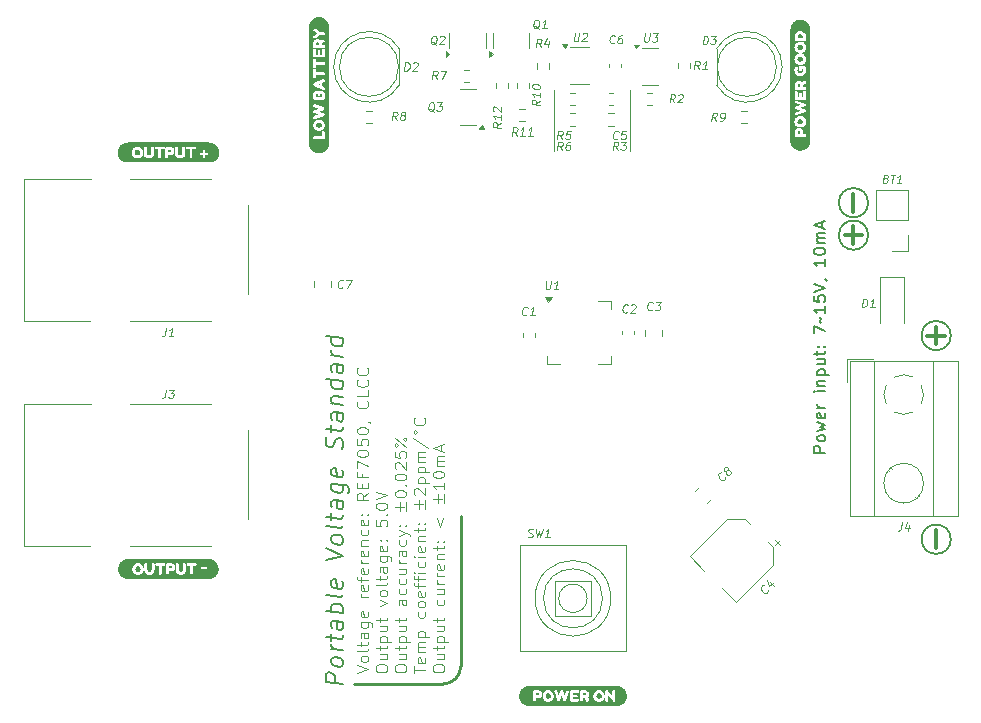
<source format=gbr>
%TF.GenerationSoftware,KiCad,Pcbnew,8.0.4*%
%TF.CreationDate,2025-01-19T15:52:31+01:00*%
%TF.ProjectId,PortableVoltageStandard,506f7274-6162-46c6-9556-6f6c74616765,1.0*%
%TF.SameCoordinates,Original*%
%TF.FileFunction,Legend,Top*%
%TF.FilePolarity,Positive*%
%FSLAX46Y46*%
G04 Gerber Fmt 4.6, Leading zero omitted, Abs format (unit mm)*
G04 Created by KiCad (PCBNEW 8.0.4) date 2025-01-19 15:52:31*
%MOMM*%
%LPD*%
G01*
G04 APERTURE LIST*
%ADD10C,0.220000*%
%ADD11C,0.100000*%
%ADD12C,0.300000*%
%ADD13C,0.200000*%
%ADD14C,0.150000*%
%ADD15C,0.000000*%
%ADD16C,0.120000*%
G04 APERTURE END LIST*
D10*
X137500000Y-115750000D02*
X137750000Y-115750000D01*
D11*
X154400000Y-65500000D02*
X154400000Y-70600000D01*
D12*
X186750000Y-87000000D02*
X186750000Y-85500000D01*
D13*
X187987140Y-103500000D02*
G75*
G02*
X185512860Y-103500000I-1237140J0D01*
G01*
X185512860Y-103500000D02*
G75*
G02*
X187987140Y-103500000I1237140J0D01*
G01*
D12*
X186750000Y-104250000D02*
X186750000Y-102750000D01*
X179750000Y-75750000D02*
X179750000Y-74250000D01*
X180500000Y-77750000D02*
X179000000Y-77750000D01*
D13*
X187987140Y-86250000D02*
G75*
G02*
X185512860Y-86250000I-1237140J0D01*
G01*
X185512860Y-86250000D02*
G75*
G02*
X187987140Y-86250000I1237140J0D01*
G01*
D11*
X160800000Y-65500000D02*
X160800000Y-70600000D01*
D10*
X146500000Y-114250000D02*
G75*
G02*
X145000000Y-115750000I-1500000J0D01*
G01*
X146500000Y-114250000D02*
X146500000Y-101500000D01*
D12*
X187500000Y-86250000D02*
X186000000Y-86250000D01*
D13*
X180987140Y-77750000D02*
G75*
G02*
X178512860Y-77750000I-1237140J0D01*
G01*
X178512860Y-77750000D02*
G75*
G02*
X180987140Y-77750000I1237140J0D01*
G01*
D10*
X137750000Y-115750000D02*
X145000000Y-115750000D01*
D13*
X180987140Y-75000000D02*
G75*
G02*
X178512860Y-75000000I-1237140J0D01*
G01*
X178512860Y-75000000D02*
G75*
G02*
X180987140Y-75000000I1237140J0D01*
G01*
D12*
X179750000Y-78500000D02*
X179750000Y-77000000D01*
D13*
X136556028Y-115770207D02*
X135056028Y-115582707D01*
X135056028Y-115582707D02*
X135056028Y-115011279D01*
X135056028Y-115011279D02*
X135127457Y-114877350D01*
X135127457Y-114877350D02*
X135198885Y-114814850D01*
X135198885Y-114814850D02*
X135341742Y-114761279D01*
X135341742Y-114761279D02*
X135556028Y-114788064D01*
X135556028Y-114788064D02*
X135698885Y-114877350D01*
X135698885Y-114877350D02*
X135770314Y-114957707D01*
X135770314Y-114957707D02*
X135841742Y-115109493D01*
X135841742Y-115109493D02*
X135841742Y-115680922D01*
X136556028Y-114055922D02*
X136484600Y-114189850D01*
X136484600Y-114189850D02*
X136413171Y-114252350D01*
X136413171Y-114252350D02*
X136270314Y-114305922D01*
X136270314Y-114305922D02*
X135841742Y-114252350D01*
X135841742Y-114252350D02*
X135698885Y-114163064D01*
X135698885Y-114163064D02*
X135627457Y-114082707D01*
X135627457Y-114082707D02*
X135556028Y-113930922D01*
X135556028Y-113930922D02*
X135556028Y-113716636D01*
X135556028Y-113716636D02*
X135627457Y-113582707D01*
X135627457Y-113582707D02*
X135698885Y-113520207D01*
X135698885Y-113520207D02*
X135841742Y-113466636D01*
X135841742Y-113466636D02*
X136270314Y-113520207D01*
X136270314Y-113520207D02*
X136413171Y-113609493D01*
X136413171Y-113609493D02*
X136484600Y-113689850D01*
X136484600Y-113689850D02*
X136556028Y-113841636D01*
X136556028Y-113841636D02*
X136556028Y-114055922D01*
X136556028Y-112913064D02*
X135556028Y-112788064D01*
X135841742Y-112823779D02*
X135698885Y-112734493D01*
X135698885Y-112734493D02*
X135627457Y-112654136D01*
X135627457Y-112654136D02*
X135556028Y-112502350D01*
X135556028Y-112502350D02*
X135556028Y-112359493D01*
X135556028Y-112073779D02*
X135556028Y-111502350D01*
X135056028Y-111796993D02*
X136341742Y-111957708D01*
X136341742Y-111957708D02*
X136484600Y-111904136D01*
X136484600Y-111904136D02*
X136556028Y-111770208D01*
X136556028Y-111770208D02*
X136556028Y-111627350D01*
X136556028Y-110484493D02*
X135770314Y-110386279D01*
X135770314Y-110386279D02*
X135627457Y-110439850D01*
X135627457Y-110439850D02*
X135556028Y-110573779D01*
X135556028Y-110573779D02*
X135556028Y-110859493D01*
X135556028Y-110859493D02*
X135627457Y-111011279D01*
X136484600Y-110475565D02*
X136556028Y-110627350D01*
X136556028Y-110627350D02*
X136556028Y-110984493D01*
X136556028Y-110984493D02*
X136484600Y-111118422D01*
X136484600Y-111118422D02*
X136341742Y-111171993D01*
X136341742Y-111171993D02*
X136198885Y-111154136D01*
X136198885Y-111154136D02*
X136056028Y-111064850D01*
X136056028Y-111064850D02*
X135984600Y-110913065D01*
X135984600Y-110913065D02*
X135984600Y-110555922D01*
X135984600Y-110555922D02*
X135913171Y-110404136D01*
X136556028Y-109770207D02*
X135056028Y-109582707D01*
X135627457Y-109654136D02*
X135556028Y-109502350D01*
X135556028Y-109502350D02*
X135556028Y-109216636D01*
X135556028Y-109216636D02*
X135627457Y-109082707D01*
X135627457Y-109082707D02*
X135698885Y-109020207D01*
X135698885Y-109020207D02*
X135841742Y-108966636D01*
X135841742Y-108966636D02*
X136270314Y-109020207D01*
X136270314Y-109020207D02*
X136413171Y-109109493D01*
X136413171Y-109109493D02*
X136484600Y-109189850D01*
X136484600Y-109189850D02*
X136556028Y-109341636D01*
X136556028Y-109341636D02*
X136556028Y-109627350D01*
X136556028Y-109627350D02*
X136484600Y-109761279D01*
X136556028Y-108198779D02*
X136484600Y-108332707D01*
X136484600Y-108332707D02*
X136341742Y-108386279D01*
X136341742Y-108386279D02*
X135056028Y-108225564D01*
X136484600Y-107046993D02*
X136556028Y-107198779D01*
X136556028Y-107198779D02*
X136556028Y-107484493D01*
X136556028Y-107484493D02*
X136484600Y-107618422D01*
X136484600Y-107618422D02*
X136341742Y-107671993D01*
X136341742Y-107671993D02*
X135770314Y-107600565D01*
X135770314Y-107600565D02*
X135627457Y-107511279D01*
X135627457Y-107511279D02*
X135556028Y-107359493D01*
X135556028Y-107359493D02*
X135556028Y-107073779D01*
X135556028Y-107073779D02*
X135627457Y-106939850D01*
X135627457Y-106939850D02*
X135770314Y-106886279D01*
X135770314Y-106886279D02*
X135913171Y-106904136D01*
X135913171Y-106904136D02*
X136056028Y-107636279D01*
X135056028Y-105225565D02*
X136556028Y-104913065D01*
X136556028Y-104913065D02*
X135056028Y-104225565D01*
X136556028Y-103698780D02*
X136484600Y-103832708D01*
X136484600Y-103832708D02*
X136413171Y-103895208D01*
X136413171Y-103895208D02*
X136270314Y-103948780D01*
X136270314Y-103948780D02*
X135841742Y-103895208D01*
X135841742Y-103895208D02*
X135698885Y-103805922D01*
X135698885Y-103805922D02*
X135627457Y-103725565D01*
X135627457Y-103725565D02*
X135556028Y-103573780D01*
X135556028Y-103573780D02*
X135556028Y-103359494D01*
X135556028Y-103359494D02*
X135627457Y-103225565D01*
X135627457Y-103225565D02*
X135698885Y-103163065D01*
X135698885Y-103163065D02*
X135841742Y-103109494D01*
X135841742Y-103109494D02*
X136270314Y-103163065D01*
X136270314Y-103163065D02*
X136413171Y-103252351D01*
X136413171Y-103252351D02*
X136484600Y-103332708D01*
X136484600Y-103332708D02*
X136556028Y-103484494D01*
X136556028Y-103484494D02*
X136556028Y-103698780D01*
X136556028Y-102341637D02*
X136484600Y-102475565D01*
X136484600Y-102475565D02*
X136341742Y-102529137D01*
X136341742Y-102529137D02*
X135056028Y-102368422D01*
X135556028Y-101859494D02*
X135556028Y-101288065D01*
X135056028Y-101582708D02*
X136341742Y-101743423D01*
X136341742Y-101743423D02*
X136484600Y-101689851D01*
X136484600Y-101689851D02*
X136556028Y-101555923D01*
X136556028Y-101555923D02*
X136556028Y-101413065D01*
X136556028Y-100270208D02*
X135770314Y-100171994D01*
X135770314Y-100171994D02*
X135627457Y-100225565D01*
X135627457Y-100225565D02*
X135556028Y-100359494D01*
X135556028Y-100359494D02*
X135556028Y-100645208D01*
X135556028Y-100645208D02*
X135627457Y-100796994D01*
X136484600Y-100261280D02*
X136556028Y-100413065D01*
X136556028Y-100413065D02*
X136556028Y-100770208D01*
X136556028Y-100770208D02*
X136484600Y-100904137D01*
X136484600Y-100904137D02*
X136341742Y-100957708D01*
X136341742Y-100957708D02*
X136198885Y-100939851D01*
X136198885Y-100939851D02*
X136056028Y-100850565D01*
X136056028Y-100850565D02*
X135984600Y-100698780D01*
X135984600Y-100698780D02*
X135984600Y-100341637D01*
X135984600Y-100341637D02*
X135913171Y-100189851D01*
X135556028Y-98788065D02*
X136770314Y-98939851D01*
X136770314Y-98939851D02*
X136913171Y-99029137D01*
X136913171Y-99029137D02*
X136984600Y-99109494D01*
X136984600Y-99109494D02*
X137056028Y-99261279D01*
X137056028Y-99261279D02*
X137056028Y-99475565D01*
X137056028Y-99475565D02*
X136984600Y-99609494D01*
X136484600Y-98904137D02*
X136556028Y-99055922D01*
X136556028Y-99055922D02*
X136556028Y-99341637D01*
X136556028Y-99341637D02*
X136484600Y-99475565D01*
X136484600Y-99475565D02*
X136413171Y-99538065D01*
X136413171Y-99538065D02*
X136270314Y-99591637D01*
X136270314Y-99591637D02*
X135841742Y-99538065D01*
X135841742Y-99538065D02*
X135698885Y-99448779D01*
X135698885Y-99448779D02*
X135627457Y-99368422D01*
X135627457Y-99368422D02*
X135556028Y-99216637D01*
X135556028Y-99216637D02*
X135556028Y-98930922D01*
X135556028Y-98930922D02*
X135627457Y-98796994D01*
X136484600Y-97618422D02*
X136556028Y-97770208D01*
X136556028Y-97770208D02*
X136556028Y-98055922D01*
X136556028Y-98055922D02*
X136484600Y-98189851D01*
X136484600Y-98189851D02*
X136341742Y-98243422D01*
X136341742Y-98243422D02*
X135770314Y-98171994D01*
X135770314Y-98171994D02*
X135627457Y-98082708D01*
X135627457Y-98082708D02*
X135556028Y-97930922D01*
X135556028Y-97930922D02*
X135556028Y-97645208D01*
X135556028Y-97645208D02*
X135627457Y-97511279D01*
X135627457Y-97511279D02*
X135770314Y-97457708D01*
X135770314Y-97457708D02*
X135913171Y-97475565D01*
X135913171Y-97475565D02*
X136056028Y-98207708D01*
X136484600Y-95832708D02*
X136556028Y-95627351D01*
X136556028Y-95627351D02*
X136556028Y-95270208D01*
X136556028Y-95270208D02*
X136484600Y-95118423D01*
X136484600Y-95118423D02*
X136413171Y-95038065D01*
X136413171Y-95038065D02*
X136270314Y-94948780D01*
X136270314Y-94948780D02*
X136127457Y-94930923D01*
X136127457Y-94930923D02*
X135984600Y-94984494D01*
X135984600Y-94984494D02*
X135913171Y-95046994D01*
X135913171Y-95046994D02*
X135841742Y-95180923D01*
X135841742Y-95180923D02*
X135770314Y-95457708D01*
X135770314Y-95457708D02*
X135698885Y-95591637D01*
X135698885Y-95591637D02*
X135627457Y-95654137D01*
X135627457Y-95654137D02*
X135484600Y-95707708D01*
X135484600Y-95707708D02*
X135341742Y-95689851D01*
X135341742Y-95689851D02*
X135198885Y-95600565D01*
X135198885Y-95600565D02*
X135127457Y-95520208D01*
X135127457Y-95520208D02*
X135056028Y-95368423D01*
X135056028Y-95368423D02*
X135056028Y-95011280D01*
X135056028Y-95011280D02*
X135127457Y-94805923D01*
X135556028Y-94430923D02*
X135556028Y-93859494D01*
X135056028Y-94154137D02*
X136341742Y-94314852D01*
X136341742Y-94314852D02*
X136484600Y-94261280D01*
X136484600Y-94261280D02*
X136556028Y-94127352D01*
X136556028Y-94127352D02*
X136556028Y-93984494D01*
X136556028Y-92841637D02*
X135770314Y-92743423D01*
X135770314Y-92743423D02*
X135627457Y-92796994D01*
X135627457Y-92796994D02*
X135556028Y-92930923D01*
X135556028Y-92930923D02*
X135556028Y-93216637D01*
X135556028Y-93216637D02*
X135627457Y-93368423D01*
X136484600Y-92832709D02*
X136556028Y-92984494D01*
X136556028Y-92984494D02*
X136556028Y-93341637D01*
X136556028Y-93341637D02*
X136484600Y-93475566D01*
X136484600Y-93475566D02*
X136341742Y-93529137D01*
X136341742Y-93529137D02*
X136198885Y-93511280D01*
X136198885Y-93511280D02*
X136056028Y-93421994D01*
X136056028Y-93421994D02*
X135984600Y-93270209D01*
X135984600Y-93270209D02*
X135984600Y-92913066D01*
X135984600Y-92913066D02*
X135913171Y-92761280D01*
X135556028Y-92002351D02*
X136556028Y-92127351D01*
X135698885Y-92020208D02*
X135627457Y-91939851D01*
X135627457Y-91939851D02*
X135556028Y-91788066D01*
X135556028Y-91788066D02*
X135556028Y-91573780D01*
X135556028Y-91573780D02*
X135627457Y-91439851D01*
X135627457Y-91439851D02*
X135770314Y-91386280D01*
X135770314Y-91386280D02*
X136556028Y-91484494D01*
X136556028Y-90127351D02*
X135056028Y-89939851D01*
X136484600Y-90118423D02*
X136556028Y-90270208D01*
X136556028Y-90270208D02*
X136556028Y-90555923D01*
X136556028Y-90555923D02*
X136484600Y-90689851D01*
X136484600Y-90689851D02*
X136413171Y-90752351D01*
X136413171Y-90752351D02*
X136270314Y-90805923D01*
X136270314Y-90805923D02*
X135841742Y-90752351D01*
X135841742Y-90752351D02*
X135698885Y-90663065D01*
X135698885Y-90663065D02*
X135627457Y-90582708D01*
X135627457Y-90582708D02*
X135556028Y-90430923D01*
X135556028Y-90430923D02*
X135556028Y-90145208D01*
X135556028Y-90145208D02*
X135627457Y-90011280D01*
X136556028Y-88770208D02*
X135770314Y-88671994D01*
X135770314Y-88671994D02*
X135627457Y-88725565D01*
X135627457Y-88725565D02*
X135556028Y-88859494D01*
X135556028Y-88859494D02*
X135556028Y-89145208D01*
X135556028Y-89145208D02*
X135627457Y-89296994D01*
X136484600Y-88761280D02*
X136556028Y-88913065D01*
X136556028Y-88913065D02*
X136556028Y-89270208D01*
X136556028Y-89270208D02*
X136484600Y-89404137D01*
X136484600Y-89404137D02*
X136341742Y-89457708D01*
X136341742Y-89457708D02*
X136198885Y-89439851D01*
X136198885Y-89439851D02*
X136056028Y-89350565D01*
X136056028Y-89350565D02*
X135984600Y-89198780D01*
X135984600Y-89198780D02*
X135984600Y-88841637D01*
X135984600Y-88841637D02*
X135913171Y-88689851D01*
X136556028Y-88055922D02*
X135556028Y-87930922D01*
X135841742Y-87966637D02*
X135698885Y-87877351D01*
X135698885Y-87877351D02*
X135627457Y-87796994D01*
X135627457Y-87796994D02*
X135556028Y-87645208D01*
X135556028Y-87645208D02*
X135556028Y-87502351D01*
X136556028Y-86484494D02*
X135056028Y-86296994D01*
X136484600Y-86475566D02*
X136556028Y-86627351D01*
X136556028Y-86627351D02*
X136556028Y-86913066D01*
X136556028Y-86913066D02*
X136484600Y-87046994D01*
X136484600Y-87046994D02*
X136413171Y-87109494D01*
X136413171Y-87109494D02*
X136270314Y-87163066D01*
X136270314Y-87163066D02*
X135841742Y-87109494D01*
X135841742Y-87109494D02*
X135698885Y-87020208D01*
X135698885Y-87020208D02*
X135627457Y-86939851D01*
X135627457Y-86939851D02*
X135556028Y-86788066D01*
X135556028Y-86788066D02*
X135556028Y-86502351D01*
X135556028Y-86502351D02*
X135627457Y-86368423D01*
D11*
X137682643Y-114838972D02*
X138682643Y-114505639D01*
X138682643Y-114505639D02*
X137682643Y-114172306D01*
X138682643Y-113696115D02*
X138635024Y-113791353D01*
X138635024Y-113791353D02*
X138587404Y-113838972D01*
X138587404Y-113838972D02*
X138492166Y-113886591D01*
X138492166Y-113886591D02*
X138206452Y-113886591D01*
X138206452Y-113886591D02*
X138111214Y-113838972D01*
X138111214Y-113838972D02*
X138063595Y-113791353D01*
X138063595Y-113791353D02*
X138015976Y-113696115D01*
X138015976Y-113696115D02*
X138015976Y-113553258D01*
X138015976Y-113553258D02*
X138063595Y-113458020D01*
X138063595Y-113458020D02*
X138111214Y-113410401D01*
X138111214Y-113410401D02*
X138206452Y-113362782D01*
X138206452Y-113362782D02*
X138492166Y-113362782D01*
X138492166Y-113362782D02*
X138587404Y-113410401D01*
X138587404Y-113410401D02*
X138635024Y-113458020D01*
X138635024Y-113458020D02*
X138682643Y-113553258D01*
X138682643Y-113553258D02*
X138682643Y-113696115D01*
X138682643Y-112791353D02*
X138635024Y-112886591D01*
X138635024Y-112886591D02*
X138539785Y-112934210D01*
X138539785Y-112934210D02*
X137682643Y-112934210D01*
X138015976Y-112553257D02*
X138015976Y-112172305D01*
X137682643Y-112410400D02*
X138539785Y-112410400D01*
X138539785Y-112410400D02*
X138635024Y-112362781D01*
X138635024Y-112362781D02*
X138682643Y-112267543D01*
X138682643Y-112267543D02*
X138682643Y-112172305D01*
X138682643Y-111410400D02*
X138158833Y-111410400D01*
X138158833Y-111410400D02*
X138063595Y-111458019D01*
X138063595Y-111458019D02*
X138015976Y-111553257D01*
X138015976Y-111553257D02*
X138015976Y-111743733D01*
X138015976Y-111743733D02*
X138063595Y-111838971D01*
X138635024Y-111410400D02*
X138682643Y-111505638D01*
X138682643Y-111505638D02*
X138682643Y-111743733D01*
X138682643Y-111743733D02*
X138635024Y-111838971D01*
X138635024Y-111838971D02*
X138539785Y-111886590D01*
X138539785Y-111886590D02*
X138444547Y-111886590D01*
X138444547Y-111886590D02*
X138349309Y-111838971D01*
X138349309Y-111838971D02*
X138301690Y-111743733D01*
X138301690Y-111743733D02*
X138301690Y-111505638D01*
X138301690Y-111505638D02*
X138254071Y-111410400D01*
X138015976Y-110505638D02*
X138825500Y-110505638D01*
X138825500Y-110505638D02*
X138920738Y-110553257D01*
X138920738Y-110553257D02*
X138968357Y-110600876D01*
X138968357Y-110600876D02*
X139015976Y-110696114D01*
X139015976Y-110696114D02*
X139015976Y-110838971D01*
X139015976Y-110838971D02*
X138968357Y-110934209D01*
X138635024Y-110505638D02*
X138682643Y-110600876D01*
X138682643Y-110600876D02*
X138682643Y-110791352D01*
X138682643Y-110791352D02*
X138635024Y-110886590D01*
X138635024Y-110886590D02*
X138587404Y-110934209D01*
X138587404Y-110934209D02*
X138492166Y-110981828D01*
X138492166Y-110981828D02*
X138206452Y-110981828D01*
X138206452Y-110981828D02*
X138111214Y-110934209D01*
X138111214Y-110934209D02*
X138063595Y-110886590D01*
X138063595Y-110886590D02*
X138015976Y-110791352D01*
X138015976Y-110791352D02*
X138015976Y-110600876D01*
X138015976Y-110600876D02*
X138063595Y-110505638D01*
X138635024Y-109648495D02*
X138682643Y-109743733D01*
X138682643Y-109743733D02*
X138682643Y-109934209D01*
X138682643Y-109934209D02*
X138635024Y-110029447D01*
X138635024Y-110029447D02*
X138539785Y-110077066D01*
X138539785Y-110077066D02*
X138158833Y-110077066D01*
X138158833Y-110077066D02*
X138063595Y-110029447D01*
X138063595Y-110029447D02*
X138015976Y-109934209D01*
X138015976Y-109934209D02*
X138015976Y-109743733D01*
X138015976Y-109743733D02*
X138063595Y-109648495D01*
X138063595Y-109648495D02*
X138158833Y-109600876D01*
X138158833Y-109600876D02*
X138254071Y-109600876D01*
X138254071Y-109600876D02*
X138349309Y-110077066D01*
X138682643Y-108410399D02*
X138015976Y-108410399D01*
X138206452Y-108410399D02*
X138111214Y-108362780D01*
X138111214Y-108362780D02*
X138063595Y-108315161D01*
X138063595Y-108315161D02*
X138015976Y-108219923D01*
X138015976Y-108219923D02*
X138015976Y-108124685D01*
X138635024Y-107410399D02*
X138682643Y-107505637D01*
X138682643Y-107505637D02*
X138682643Y-107696113D01*
X138682643Y-107696113D02*
X138635024Y-107791351D01*
X138635024Y-107791351D02*
X138539785Y-107838970D01*
X138539785Y-107838970D02*
X138158833Y-107838970D01*
X138158833Y-107838970D02*
X138063595Y-107791351D01*
X138063595Y-107791351D02*
X138015976Y-107696113D01*
X138015976Y-107696113D02*
X138015976Y-107505637D01*
X138015976Y-107505637D02*
X138063595Y-107410399D01*
X138063595Y-107410399D02*
X138158833Y-107362780D01*
X138158833Y-107362780D02*
X138254071Y-107362780D01*
X138254071Y-107362780D02*
X138349309Y-107838970D01*
X138015976Y-107077065D02*
X138015976Y-106696113D01*
X138682643Y-106934208D02*
X137825500Y-106934208D01*
X137825500Y-106934208D02*
X137730262Y-106886589D01*
X137730262Y-106886589D02*
X137682643Y-106791351D01*
X137682643Y-106791351D02*
X137682643Y-106696113D01*
X138635024Y-105981827D02*
X138682643Y-106077065D01*
X138682643Y-106077065D02*
X138682643Y-106267541D01*
X138682643Y-106267541D02*
X138635024Y-106362779D01*
X138635024Y-106362779D02*
X138539785Y-106410398D01*
X138539785Y-106410398D02*
X138158833Y-106410398D01*
X138158833Y-106410398D02*
X138063595Y-106362779D01*
X138063595Y-106362779D02*
X138015976Y-106267541D01*
X138015976Y-106267541D02*
X138015976Y-106077065D01*
X138015976Y-106077065D02*
X138063595Y-105981827D01*
X138063595Y-105981827D02*
X138158833Y-105934208D01*
X138158833Y-105934208D02*
X138254071Y-105934208D01*
X138254071Y-105934208D02*
X138349309Y-106410398D01*
X138682643Y-105505636D02*
X138015976Y-105505636D01*
X138206452Y-105505636D02*
X138111214Y-105458017D01*
X138111214Y-105458017D02*
X138063595Y-105410398D01*
X138063595Y-105410398D02*
X138015976Y-105315160D01*
X138015976Y-105315160D02*
X138015976Y-105219922D01*
X138635024Y-104505636D02*
X138682643Y-104600874D01*
X138682643Y-104600874D02*
X138682643Y-104791350D01*
X138682643Y-104791350D02*
X138635024Y-104886588D01*
X138635024Y-104886588D02*
X138539785Y-104934207D01*
X138539785Y-104934207D02*
X138158833Y-104934207D01*
X138158833Y-104934207D02*
X138063595Y-104886588D01*
X138063595Y-104886588D02*
X138015976Y-104791350D01*
X138015976Y-104791350D02*
X138015976Y-104600874D01*
X138015976Y-104600874D02*
X138063595Y-104505636D01*
X138063595Y-104505636D02*
X138158833Y-104458017D01*
X138158833Y-104458017D02*
X138254071Y-104458017D01*
X138254071Y-104458017D02*
X138349309Y-104934207D01*
X138015976Y-104029445D02*
X138682643Y-104029445D01*
X138111214Y-104029445D02*
X138063595Y-103981826D01*
X138063595Y-103981826D02*
X138015976Y-103886588D01*
X138015976Y-103886588D02*
X138015976Y-103743731D01*
X138015976Y-103743731D02*
X138063595Y-103648493D01*
X138063595Y-103648493D02*
X138158833Y-103600874D01*
X138158833Y-103600874D02*
X138682643Y-103600874D01*
X138635024Y-102696112D02*
X138682643Y-102791350D01*
X138682643Y-102791350D02*
X138682643Y-102981826D01*
X138682643Y-102981826D02*
X138635024Y-103077064D01*
X138635024Y-103077064D02*
X138587404Y-103124683D01*
X138587404Y-103124683D02*
X138492166Y-103172302D01*
X138492166Y-103172302D02*
X138206452Y-103172302D01*
X138206452Y-103172302D02*
X138111214Y-103124683D01*
X138111214Y-103124683D02*
X138063595Y-103077064D01*
X138063595Y-103077064D02*
X138015976Y-102981826D01*
X138015976Y-102981826D02*
X138015976Y-102791350D01*
X138015976Y-102791350D02*
X138063595Y-102696112D01*
X138635024Y-101886588D02*
X138682643Y-101981826D01*
X138682643Y-101981826D02*
X138682643Y-102172302D01*
X138682643Y-102172302D02*
X138635024Y-102267540D01*
X138635024Y-102267540D02*
X138539785Y-102315159D01*
X138539785Y-102315159D02*
X138158833Y-102315159D01*
X138158833Y-102315159D02*
X138063595Y-102267540D01*
X138063595Y-102267540D02*
X138015976Y-102172302D01*
X138015976Y-102172302D02*
X138015976Y-101981826D01*
X138015976Y-101981826D02*
X138063595Y-101886588D01*
X138063595Y-101886588D02*
X138158833Y-101838969D01*
X138158833Y-101838969D02*
X138254071Y-101838969D01*
X138254071Y-101838969D02*
X138349309Y-102315159D01*
X138587404Y-101410397D02*
X138635024Y-101362778D01*
X138635024Y-101362778D02*
X138682643Y-101410397D01*
X138682643Y-101410397D02*
X138635024Y-101458016D01*
X138635024Y-101458016D02*
X138587404Y-101410397D01*
X138587404Y-101410397D02*
X138682643Y-101410397D01*
X138063595Y-101410397D02*
X138111214Y-101362778D01*
X138111214Y-101362778D02*
X138158833Y-101410397D01*
X138158833Y-101410397D02*
X138111214Y-101458016D01*
X138111214Y-101458016D02*
X138063595Y-101410397D01*
X138063595Y-101410397D02*
X138158833Y-101410397D01*
X138682643Y-99600874D02*
X138206452Y-99934207D01*
X138682643Y-100172302D02*
X137682643Y-100172302D01*
X137682643Y-100172302D02*
X137682643Y-99791350D01*
X137682643Y-99791350D02*
X137730262Y-99696112D01*
X137730262Y-99696112D02*
X137777881Y-99648493D01*
X137777881Y-99648493D02*
X137873119Y-99600874D01*
X137873119Y-99600874D02*
X138015976Y-99600874D01*
X138015976Y-99600874D02*
X138111214Y-99648493D01*
X138111214Y-99648493D02*
X138158833Y-99696112D01*
X138158833Y-99696112D02*
X138206452Y-99791350D01*
X138206452Y-99791350D02*
X138206452Y-100172302D01*
X138158833Y-99172302D02*
X138158833Y-98838969D01*
X138682643Y-98696112D02*
X138682643Y-99172302D01*
X138682643Y-99172302D02*
X137682643Y-99172302D01*
X137682643Y-99172302D02*
X137682643Y-98696112D01*
X138158833Y-97934207D02*
X138158833Y-98267540D01*
X138682643Y-98267540D02*
X137682643Y-98267540D01*
X137682643Y-98267540D02*
X137682643Y-97791350D01*
X137682643Y-97505635D02*
X137682643Y-96838969D01*
X137682643Y-96838969D02*
X138682643Y-97267540D01*
X137682643Y-96267540D02*
X137682643Y-96172302D01*
X137682643Y-96172302D02*
X137730262Y-96077064D01*
X137730262Y-96077064D02*
X137777881Y-96029445D01*
X137777881Y-96029445D02*
X137873119Y-95981826D01*
X137873119Y-95981826D02*
X138063595Y-95934207D01*
X138063595Y-95934207D02*
X138301690Y-95934207D01*
X138301690Y-95934207D02*
X138492166Y-95981826D01*
X138492166Y-95981826D02*
X138587404Y-96029445D01*
X138587404Y-96029445D02*
X138635024Y-96077064D01*
X138635024Y-96077064D02*
X138682643Y-96172302D01*
X138682643Y-96172302D02*
X138682643Y-96267540D01*
X138682643Y-96267540D02*
X138635024Y-96362778D01*
X138635024Y-96362778D02*
X138587404Y-96410397D01*
X138587404Y-96410397D02*
X138492166Y-96458016D01*
X138492166Y-96458016D02*
X138301690Y-96505635D01*
X138301690Y-96505635D02*
X138063595Y-96505635D01*
X138063595Y-96505635D02*
X137873119Y-96458016D01*
X137873119Y-96458016D02*
X137777881Y-96410397D01*
X137777881Y-96410397D02*
X137730262Y-96362778D01*
X137730262Y-96362778D02*
X137682643Y-96267540D01*
X137682643Y-95029445D02*
X137682643Y-95505635D01*
X137682643Y-95505635D02*
X138158833Y-95553254D01*
X138158833Y-95553254D02*
X138111214Y-95505635D01*
X138111214Y-95505635D02*
X138063595Y-95410397D01*
X138063595Y-95410397D02*
X138063595Y-95172302D01*
X138063595Y-95172302D02*
X138111214Y-95077064D01*
X138111214Y-95077064D02*
X138158833Y-95029445D01*
X138158833Y-95029445D02*
X138254071Y-94981826D01*
X138254071Y-94981826D02*
X138492166Y-94981826D01*
X138492166Y-94981826D02*
X138587404Y-95029445D01*
X138587404Y-95029445D02*
X138635024Y-95077064D01*
X138635024Y-95077064D02*
X138682643Y-95172302D01*
X138682643Y-95172302D02*
X138682643Y-95410397D01*
X138682643Y-95410397D02*
X138635024Y-95505635D01*
X138635024Y-95505635D02*
X138587404Y-95553254D01*
X137682643Y-94362778D02*
X137682643Y-94267540D01*
X137682643Y-94267540D02*
X137730262Y-94172302D01*
X137730262Y-94172302D02*
X137777881Y-94124683D01*
X137777881Y-94124683D02*
X137873119Y-94077064D01*
X137873119Y-94077064D02*
X138063595Y-94029445D01*
X138063595Y-94029445D02*
X138301690Y-94029445D01*
X138301690Y-94029445D02*
X138492166Y-94077064D01*
X138492166Y-94077064D02*
X138587404Y-94124683D01*
X138587404Y-94124683D02*
X138635024Y-94172302D01*
X138635024Y-94172302D02*
X138682643Y-94267540D01*
X138682643Y-94267540D02*
X138682643Y-94362778D01*
X138682643Y-94362778D02*
X138635024Y-94458016D01*
X138635024Y-94458016D02*
X138587404Y-94505635D01*
X138587404Y-94505635D02*
X138492166Y-94553254D01*
X138492166Y-94553254D02*
X138301690Y-94600873D01*
X138301690Y-94600873D02*
X138063595Y-94600873D01*
X138063595Y-94600873D02*
X137873119Y-94553254D01*
X137873119Y-94553254D02*
X137777881Y-94505635D01*
X137777881Y-94505635D02*
X137730262Y-94458016D01*
X137730262Y-94458016D02*
X137682643Y-94362778D01*
X138635024Y-93553254D02*
X138682643Y-93553254D01*
X138682643Y-93553254D02*
X138777881Y-93600873D01*
X138777881Y-93600873D02*
X138825500Y-93648492D01*
X138587404Y-91791350D02*
X138635024Y-91838969D01*
X138635024Y-91838969D02*
X138682643Y-91981826D01*
X138682643Y-91981826D02*
X138682643Y-92077064D01*
X138682643Y-92077064D02*
X138635024Y-92219921D01*
X138635024Y-92219921D02*
X138539785Y-92315159D01*
X138539785Y-92315159D02*
X138444547Y-92362778D01*
X138444547Y-92362778D02*
X138254071Y-92410397D01*
X138254071Y-92410397D02*
X138111214Y-92410397D01*
X138111214Y-92410397D02*
X137920738Y-92362778D01*
X137920738Y-92362778D02*
X137825500Y-92315159D01*
X137825500Y-92315159D02*
X137730262Y-92219921D01*
X137730262Y-92219921D02*
X137682643Y-92077064D01*
X137682643Y-92077064D02*
X137682643Y-91981826D01*
X137682643Y-91981826D02*
X137730262Y-91838969D01*
X137730262Y-91838969D02*
X137777881Y-91791350D01*
X138682643Y-90886588D02*
X138682643Y-91362778D01*
X138682643Y-91362778D02*
X137682643Y-91362778D01*
X138587404Y-89981826D02*
X138635024Y-90029445D01*
X138635024Y-90029445D02*
X138682643Y-90172302D01*
X138682643Y-90172302D02*
X138682643Y-90267540D01*
X138682643Y-90267540D02*
X138635024Y-90410397D01*
X138635024Y-90410397D02*
X138539785Y-90505635D01*
X138539785Y-90505635D02*
X138444547Y-90553254D01*
X138444547Y-90553254D02*
X138254071Y-90600873D01*
X138254071Y-90600873D02*
X138111214Y-90600873D01*
X138111214Y-90600873D02*
X137920738Y-90553254D01*
X137920738Y-90553254D02*
X137825500Y-90505635D01*
X137825500Y-90505635D02*
X137730262Y-90410397D01*
X137730262Y-90410397D02*
X137682643Y-90267540D01*
X137682643Y-90267540D02*
X137682643Y-90172302D01*
X137682643Y-90172302D02*
X137730262Y-90029445D01*
X137730262Y-90029445D02*
X137777881Y-89981826D01*
X138587404Y-88981826D02*
X138635024Y-89029445D01*
X138635024Y-89029445D02*
X138682643Y-89172302D01*
X138682643Y-89172302D02*
X138682643Y-89267540D01*
X138682643Y-89267540D02*
X138635024Y-89410397D01*
X138635024Y-89410397D02*
X138539785Y-89505635D01*
X138539785Y-89505635D02*
X138444547Y-89553254D01*
X138444547Y-89553254D02*
X138254071Y-89600873D01*
X138254071Y-89600873D02*
X138111214Y-89600873D01*
X138111214Y-89600873D02*
X137920738Y-89553254D01*
X137920738Y-89553254D02*
X137825500Y-89505635D01*
X137825500Y-89505635D02*
X137730262Y-89410397D01*
X137730262Y-89410397D02*
X137682643Y-89267540D01*
X137682643Y-89267540D02*
X137682643Y-89172302D01*
X137682643Y-89172302D02*
X137730262Y-89029445D01*
X137730262Y-89029445D02*
X137777881Y-88981826D01*
X139292587Y-114505639D02*
X139292587Y-114315163D01*
X139292587Y-114315163D02*
X139340206Y-114219925D01*
X139340206Y-114219925D02*
X139435444Y-114124687D01*
X139435444Y-114124687D02*
X139625920Y-114077068D01*
X139625920Y-114077068D02*
X139959253Y-114077068D01*
X139959253Y-114077068D02*
X140149729Y-114124687D01*
X140149729Y-114124687D02*
X140244968Y-114219925D01*
X140244968Y-114219925D02*
X140292587Y-114315163D01*
X140292587Y-114315163D02*
X140292587Y-114505639D01*
X140292587Y-114505639D02*
X140244968Y-114600877D01*
X140244968Y-114600877D02*
X140149729Y-114696115D01*
X140149729Y-114696115D02*
X139959253Y-114743734D01*
X139959253Y-114743734D02*
X139625920Y-114743734D01*
X139625920Y-114743734D02*
X139435444Y-114696115D01*
X139435444Y-114696115D02*
X139340206Y-114600877D01*
X139340206Y-114600877D02*
X139292587Y-114505639D01*
X139625920Y-113219925D02*
X140292587Y-113219925D01*
X139625920Y-113648496D02*
X140149729Y-113648496D01*
X140149729Y-113648496D02*
X140244968Y-113600877D01*
X140244968Y-113600877D02*
X140292587Y-113505639D01*
X140292587Y-113505639D02*
X140292587Y-113362782D01*
X140292587Y-113362782D02*
X140244968Y-113267544D01*
X140244968Y-113267544D02*
X140197348Y-113219925D01*
X139625920Y-112886591D02*
X139625920Y-112505639D01*
X139292587Y-112743734D02*
X140149729Y-112743734D01*
X140149729Y-112743734D02*
X140244968Y-112696115D01*
X140244968Y-112696115D02*
X140292587Y-112600877D01*
X140292587Y-112600877D02*
X140292587Y-112505639D01*
X139625920Y-112172305D02*
X140625920Y-112172305D01*
X139673539Y-112172305D02*
X139625920Y-112077067D01*
X139625920Y-112077067D02*
X139625920Y-111886591D01*
X139625920Y-111886591D02*
X139673539Y-111791353D01*
X139673539Y-111791353D02*
X139721158Y-111743734D01*
X139721158Y-111743734D02*
X139816396Y-111696115D01*
X139816396Y-111696115D02*
X140102110Y-111696115D01*
X140102110Y-111696115D02*
X140197348Y-111743734D01*
X140197348Y-111743734D02*
X140244968Y-111791353D01*
X140244968Y-111791353D02*
X140292587Y-111886591D01*
X140292587Y-111886591D02*
X140292587Y-112077067D01*
X140292587Y-112077067D02*
X140244968Y-112172305D01*
X139625920Y-110838972D02*
X140292587Y-110838972D01*
X139625920Y-111267543D02*
X140149729Y-111267543D01*
X140149729Y-111267543D02*
X140244968Y-111219924D01*
X140244968Y-111219924D02*
X140292587Y-111124686D01*
X140292587Y-111124686D02*
X140292587Y-110981829D01*
X140292587Y-110981829D02*
X140244968Y-110886591D01*
X140244968Y-110886591D02*
X140197348Y-110838972D01*
X139625920Y-110505638D02*
X139625920Y-110124686D01*
X139292587Y-110362781D02*
X140149729Y-110362781D01*
X140149729Y-110362781D02*
X140244968Y-110315162D01*
X140244968Y-110315162D02*
X140292587Y-110219924D01*
X140292587Y-110219924D02*
X140292587Y-110124686D01*
X139625920Y-109124685D02*
X140292587Y-108886590D01*
X140292587Y-108886590D02*
X139625920Y-108648495D01*
X140292587Y-108124685D02*
X140244968Y-108219923D01*
X140244968Y-108219923D02*
X140197348Y-108267542D01*
X140197348Y-108267542D02*
X140102110Y-108315161D01*
X140102110Y-108315161D02*
X139816396Y-108315161D01*
X139816396Y-108315161D02*
X139721158Y-108267542D01*
X139721158Y-108267542D02*
X139673539Y-108219923D01*
X139673539Y-108219923D02*
X139625920Y-108124685D01*
X139625920Y-108124685D02*
X139625920Y-107981828D01*
X139625920Y-107981828D02*
X139673539Y-107886590D01*
X139673539Y-107886590D02*
X139721158Y-107838971D01*
X139721158Y-107838971D02*
X139816396Y-107791352D01*
X139816396Y-107791352D02*
X140102110Y-107791352D01*
X140102110Y-107791352D02*
X140197348Y-107838971D01*
X140197348Y-107838971D02*
X140244968Y-107886590D01*
X140244968Y-107886590D02*
X140292587Y-107981828D01*
X140292587Y-107981828D02*
X140292587Y-108124685D01*
X140292587Y-107219923D02*
X140244968Y-107315161D01*
X140244968Y-107315161D02*
X140149729Y-107362780D01*
X140149729Y-107362780D02*
X139292587Y-107362780D01*
X139625920Y-106981827D02*
X139625920Y-106600875D01*
X139292587Y-106838970D02*
X140149729Y-106838970D01*
X140149729Y-106838970D02*
X140244968Y-106791351D01*
X140244968Y-106791351D02*
X140292587Y-106696113D01*
X140292587Y-106696113D02*
X140292587Y-106600875D01*
X140292587Y-105838970D02*
X139768777Y-105838970D01*
X139768777Y-105838970D02*
X139673539Y-105886589D01*
X139673539Y-105886589D02*
X139625920Y-105981827D01*
X139625920Y-105981827D02*
X139625920Y-106172303D01*
X139625920Y-106172303D02*
X139673539Y-106267541D01*
X140244968Y-105838970D02*
X140292587Y-105934208D01*
X140292587Y-105934208D02*
X140292587Y-106172303D01*
X140292587Y-106172303D02*
X140244968Y-106267541D01*
X140244968Y-106267541D02*
X140149729Y-106315160D01*
X140149729Y-106315160D02*
X140054491Y-106315160D01*
X140054491Y-106315160D02*
X139959253Y-106267541D01*
X139959253Y-106267541D02*
X139911634Y-106172303D01*
X139911634Y-106172303D02*
X139911634Y-105934208D01*
X139911634Y-105934208D02*
X139864015Y-105838970D01*
X139625920Y-104934208D02*
X140435444Y-104934208D01*
X140435444Y-104934208D02*
X140530682Y-104981827D01*
X140530682Y-104981827D02*
X140578301Y-105029446D01*
X140578301Y-105029446D02*
X140625920Y-105124684D01*
X140625920Y-105124684D02*
X140625920Y-105267541D01*
X140625920Y-105267541D02*
X140578301Y-105362779D01*
X140244968Y-104934208D02*
X140292587Y-105029446D01*
X140292587Y-105029446D02*
X140292587Y-105219922D01*
X140292587Y-105219922D02*
X140244968Y-105315160D01*
X140244968Y-105315160D02*
X140197348Y-105362779D01*
X140197348Y-105362779D02*
X140102110Y-105410398D01*
X140102110Y-105410398D02*
X139816396Y-105410398D01*
X139816396Y-105410398D02*
X139721158Y-105362779D01*
X139721158Y-105362779D02*
X139673539Y-105315160D01*
X139673539Y-105315160D02*
X139625920Y-105219922D01*
X139625920Y-105219922D02*
X139625920Y-105029446D01*
X139625920Y-105029446D02*
X139673539Y-104934208D01*
X140244968Y-104077065D02*
X140292587Y-104172303D01*
X140292587Y-104172303D02*
X140292587Y-104362779D01*
X140292587Y-104362779D02*
X140244968Y-104458017D01*
X140244968Y-104458017D02*
X140149729Y-104505636D01*
X140149729Y-104505636D02*
X139768777Y-104505636D01*
X139768777Y-104505636D02*
X139673539Y-104458017D01*
X139673539Y-104458017D02*
X139625920Y-104362779D01*
X139625920Y-104362779D02*
X139625920Y-104172303D01*
X139625920Y-104172303D02*
X139673539Y-104077065D01*
X139673539Y-104077065D02*
X139768777Y-104029446D01*
X139768777Y-104029446D02*
X139864015Y-104029446D01*
X139864015Y-104029446D02*
X139959253Y-104505636D01*
X140197348Y-103600874D02*
X140244968Y-103553255D01*
X140244968Y-103553255D02*
X140292587Y-103600874D01*
X140292587Y-103600874D02*
X140244968Y-103648493D01*
X140244968Y-103648493D02*
X140197348Y-103600874D01*
X140197348Y-103600874D02*
X140292587Y-103600874D01*
X139673539Y-103600874D02*
X139721158Y-103553255D01*
X139721158Y-103553255D02*
X139768777Y-103600874D01*
X139768777Y-103600874D02*
X139721158Y-103648493D01*
X139721158Y-103648493D02*
X139673539Y-103600874D01*
X139673539Y-103600874D02*
X139768777Y-103600874D01*
X139292587Y-101886589D02*
X139292587Y-102362779D01*
X139292587Y-102362779D02*
X139768777Y-102410398D01*
X139768777Y-102410398D02*
X139721158Y-102362779D01*
X139721158Y-102362779D02*
X139673539Y-102267541D01*
X139673539Y-102267541D02*
X139673539Y-102029446D01*
X139673539Y-102029446D02*
X139721158Y-101934208D01*
X139721158Y-101934208D02*
X139768777Y-101886589D01*
X139768777Y-101886589D02*
X139864015Y-101838970D01*
X139864015Y-101838970D02*
X140102110Y-101838970D01*
X140102110Y-101838970D02*
X140197348Y-101886589D01*
X140197348Y-101886589D02*
X140244968Y-101934208D01*
X140244968Y-101934208D02*
X140292587Y-102029446D01*
X140292587Y-102029446D02*
X140292587Y-102267541D01*
X140292587Y-102267541D02*
X140244968Y-102362779D01*
X140244968Y-102362779D02*
X140197348Y-102410398D01*
X140197348Y-101410398D02*
X140244968Y-101362779D01*
X140244968Y-101362779D02*
X140292587Y-101410398D01*
X140292587Y-101410398D02*
X140244968Y-101458017D01*
X140244968Y-101458017D02*
X140197348Y-101410398D01*
X140197348Y-101410398D02*
X140292587Y-101410398D01*
X139292587Y-100743732D02*
X139292587Y-100648494D01*
X139292587Y-100648494D02*
X139340206Y-100553256D01*
X139340206Y-100553256D02*
X139387825Y-100505637D01*
X139387825Y-100505637D02*
X139483063Y-100458018D01*
X139483063Y-100458018D02*
X139673539Y-100410399D01*
X139673539Y-100410399D02*
X139911634Y-100410399D01*
X139911634Y-100410399D02*
X140102110Y-100458018D01*
X140102110Y-100458018D02*
X140197348Y-100505637D01*
X140197348Y-100505637D02*
X140244968Y-100553256D01*
X140244968Y-100553256D02*
X140292587Y-100648494D01*
X140292587Y-100648494D02*
X140292587Y-100743732D01*
X140292587Y-100743732D02*
X140244968Y-100838970D01*
X140244968Y-100838970D02*
X140197348Y-100886589D01*
X140197348Y-100886589D02*
X140102110Y-100934208D01*
X140102110Y-100934208D02*
X139911634Y-100981827D01*
X139911634Y-100981827D02*
X139673539Y-100981827D01*
X139673539Y-100981827D02*
X139483063Y-100934208D01*
X139483063Y-100934208D02*
X139387825Y-100886589D01*
X139387825Y-100886589D02*
X139340206Y-100838970D01*
X139340206Y-100838970D02*
X139292587Y-100743732D01*
X139292587Y-100124684D02*
X140292587Y-99791351D01*
X140292587Y-99791351D02*
X139292587Y-99458018D01*
X140902531Y-114505639D02*
X140902531Y-114315163D01*
X140902531Y-114315163D02*
X140950150Y-114219925D01*
X140950150Y-114219925D02*
X141045388Y-114124687D01*
X141045388Y-114124687D02*
X141235864Y-114077068D01*
X141235864Y-114077068D02*
X141569197Y-114077068D01*
X141569197Y-114077068D02*
X141759673Y-114124687D01*
X141759673Y-114124687D02*
X141854912Y-114219925D01*
X141854912Y-114219925D02*
X141902531Y-114315163D01*
X141902531Y-114315163D02*
X141902531Y-114505639D01*
X141902531Y-114505639D02*
X141854912Y-114600877D01*
X141854912Y-114600877D02*
X141759673Y-114696115D01*
X141759673Y-114696115D02*
X141569197Y-114743734D01*
X141569197Y-114743734D02*
X141235864Y-114743734D01*
X141235864Y-114743734D02*
X141045388Y-114696115D01*
X141045388Y-114696115D02*
X140950150Y-114600877D01*
X140950150Y-114600877D02*
X140902531Y-114505639D01*
X141235864Y-113219925D02*
X141902531Y-113219925D01*
X141235864Y-113648496D02*
X141759673Y-113648496D01*
X141759673Y-113648496D02*
X141854912Y-113600877D01*
X141854912Y-113600877D02*
X141902531Y-113505639D01*
X141902531Y-113505639D02*
X141902531Y-113362782D01*
X141902531Y-113362782D02*
X141854912Y-113267544D01*
X141854912Y-113267544D02*
X141807292Y-113219925D01*
X141235864Y-112886591D02*
X141235864Y-112505639D01*
X140902531Y-112743734D02*
X141759673Y-112743734D01*
X141759673Y-112743734D02*
X141854912Y-112696115D01*
X141854912Y-112696115D02*
X141902531Y-112600877D01*
X141902531Y-112600877D02*
X141902531Y-112505639D01*
X141235864Y-112172305D02*
X142235864Y-112172305D01*
X141283483Y-112172305D02*
X141235864Y-112077067D01*
X141235864Y-112077067D02*
X141235864Y-111886591D01*
X141235864Y-111886591D02*
X141283483Y-111791353D01*
X141283483Y-111791353D02*
X141331102Y-111743734D01*
X141331102Y-111743734D02*
X141426340Y-111696115D01*
X141426340Y-111696115D02*
X141712054Y-111696115D01*
X141712054Y-111696115D02*
X141807292Y-111743734D01*
X141807292Y-111743734D02*
X141854912Y-111791353D01*
X141854912Y-111791353D02*
X141902531Y-111886591D01*
X141902531Y-111886591D02*
X141902531Y-112077067D01*
X141902531Y-112077067D02*
X141854912Y-112172305D01*
X141235864Y-110838972D02*
X141902531Y-110838972D01*
X141235864Y-111267543D02*
X141759673Y-111267543D01*
X141759673Y-111267543D02*
X141854912Y-111219924D01*
X141854912Y-111219924D02*
X141902531Y-111124686D01*
X141902531Y-111124686D02*
X141902531Y-110981829D01*
X141902531Y-110981829D02*
X141854912Y-110886591D01*
X141854912Y-110886591D02*
X141807292Y-110838972D01*
X141235864Y-110505638D02*
X141235864Y-110124686D01*
X140902531Y-110362781D02*
X141759673Y-110362781D01*
X141759673Y-110362781D02*
X141854912Y-110315162D01*
X141854912Y-110315162D02*
X141902531Y-110219924D01*
X141902531Y-110219924D02*
X141902531Y-110124686D01*
X141902531Y-108600876D02*
X141378721Y-108600876D01*
X141378721Y-108600876D02*
X141283483Y-108648495D01*
X141283483Y-108648495D02*
X141235864Y-108743733D01*
X141235864Y-108743733D02*
X141235864Y-108934209D01*
X141235864Y-108934209D02*
X141283483Y-109029447D01*
X141854912Y-108600876D02*
X141902531Y-108696114D01*
X141902531Y-108696114D02*
X141902531Y-108934209D01*
X141902531Y-108934209D02*
X141854912Y-109029447D01*
X141854912Y-109029447D02*
X141759673Y-109077066D01*
X141759673Y-109077066D02*
X141664435Y-109077066D01*
X141664435Y-109077066D02*
X141569197Y-109029447D01*
X141569197Y-109029447D02*
X141521578Y-108934209D01*
X141521578Y-108934209D02*
X141521578Y-108696114D01*
X141521578Y-108696114D02*
X141473959Y-108600876D01*
X141854912Y-107696114D02*
X141902531Y-107791352D01*
X141902531Y-107791352D02*
X141902531Y-107981828D01*
X141902531Y-107981828D02*
X141854912Y-108077066D01*
X141854912Y-108077066D02*
X141807292Y-108124685D01*
X141807292Y-108124685D02*
X141712054Y-108172304D01*
X141712054Y-108172304D02*
X141426340Y-108172304D01*
X141426340Y-108172304D02*
X141331102Y-108124685D01*
X141331102Y-108124685D02*
X141283483Y-108077066D01*
X141283483Y-108077066D02*
X141235864Y-107981828D01*
X141235864Y-107981828D02*
X141235864Y-107791352D01*
X141235864Y-107791352D02*
X141283483Y-107696114D01*
X141854912Y-106838971D02*
X141902531Y-106934209D01*
X141902531Y-106934209D02*
X141902531Y-107124685D01*
X141902531Y-107124685D02*
X141854912Y-107219923D01*
X141854912Y-107219923D02*
X141807292Y-107267542D01*
X141807292Y-107267542D02*
X141712054Y-107315161D01*
X141712054Y-107315161D02*
X141426340Y-107315161D01*
X141426340Y-107315161D02*
X141331102Y-107267542D01*
X141331102Y-107267542D02*
X141283483Y-107219923D01*
X141283483Y-107219923D02*
X141235864Y-107124685D01*
X141235864Y-107124685D02*
X141235864Y-106934209D01*
X141235864Y-106934209D02*
X141283483Y-106838971D01*
X141235864Y-105981828D02*
X141902531Y-105981828D01*
X141235864Y-106410399D02*
X141759673Y-106410399D01*
X141759673Y-106410399D02*
X141854912Y-106362780D01*
X141854912Y-106362780D02*
X141902531Y-106267542D01*
X141902531Y-106267542D02*
X141902531Y-106124685D01*
X141902531Y-106124685D02*
X141854912Y-106029447D01*
X141854912Y-106029447D02*
X141807292Y-105981828D01*
X141902531Y-105505637D02*
X141235864Y-105505637D01*
X141426340Y-105505637D02*
X141331102Y-105458018D01*
X141331102Y-105458018D02*
X141283483Y-105410399D01*
X141283483Y-105410399D02*
X141235864Y-105315161D01*
X141235864Y-105315161D02*
X141235864Y-105219923D01*
X141902531Y-104458018D02*
X141378721Y-104458018D01*
X141378721Y-104458018D02*
X141283483Y-104505637D01*
X141283483Y-104505637D02*
X141235864Y-104600875D01*
X141235864Y-104600875D02*
X141235864Y-104791351D01*
X141235864Y-104791351D02*
X141283483Y-104886589D01*
X141854912Y-104458018D02*
X141902531Y-104553256D01*
X141902531Y-104553256D02*
X141902531Y-104791351D01*
X141902531Y-104791351D02*
X141854912Y-104886589D01*
X141854912Y-104886589D02*
X141759673Y-104934208D01*
X141759673Y-104934208D02*
X141664435Y-104934208D01*
X141664435Y-104934208D02*
X141569197Y-104886589D01*
X141569197Y-104886589D02*
X141521578Y-104791351D01*
X141521578Y-104791351D02*
X141521578Y-104553256D01*
X141521578Y-104553256D02*
X141473959Y-104458018D01*
X141854912Y-103553256D02*
X141902531Y-103648494D01*
X141902531Y-103648494D02*
X141902531Y-103838970D01*
X141902531Y-103838970D02*
X141854912Y-103934208D01*
X141854912Y-103934208D02*
X141807292Y-103981827D01*
X141807292Y-103981827D02*
X141712054Y-104029446D01*
X141712054Y-104029446D02*
X141426340Y-104029446D01*
X141426340Y-104029446D02*
X141331102Y-103981827D01*
X141331102Y-103981827D02*
X141283483Y-103934208D01*
X141283483Y-103934208D02*
X141235864Y-103838970D01*
X141235864Y-103838970D02*
X141235864Y-103648494D01*
X141235864Y-103648494D02*
X141283483Y-103553256D01*
X141235864Y-103219922D02*
X141902531Y-102981827D01*
X141235864Y-102743732D02*
X141902531Y-102981827D01*
X141902531Y-102981827D02*
X142140626Y-103077065D01*
X142140626Y-103077065D02*
X142188245Y-103124684D01*
X142188245Y-103124684D02*
X142235864Y-103219922D01*
X141807292Y-102362779D02*
X141854912Y-102315160D01*
X141854912Y-102315160D02*
X141902531Y-102362779D01*
X141902531Y-102362779D02*
X141854912Y-102410398D01*
X141854912Y-102410398D02*
X141807292Y-102362779D01*
X141807292Y-102362779D02*
X141902531Y-102362779D01*
X141283483Y-102362779D02*
X141331102Y-102315160D01*
X141331102Y-102315160D02*
X141378721Y-102362779D01*
X141378721Y-102362779D02*
X141331102Y-102410398D01*
X141331102Y-102410398D02*
X141283483Y-102362779D01*
X141283483Y-102362779D02*
X141378721Y-102362779D01*
X141331102Y-101124684D02*
X141331102Y-100362780D01*
X141712054Y-100743732D02*
X140950150Y-100743732D01*
X141902531Y-100362780D02*
X141902531Y-101124684D01*
X140902531Y-99696113D02*
X140902531Y-99600875D01*
X140902531Y-99600875D02*
X140950150Y-99505637D01*
X140950150Y-99505637D02*
X140997769Y-99458018D01*
X140997769Y-99458018D02*
X141093007Y-99410399D01*
X141093007Y-99410399D02*
X141283483Y-99362780D01*
X141283483Y-99362780D02*
X141521578Y-99362780D01*
X141521578Y-99362780D02*
X141712054Y-99410399D01*
X141712054Y-99410399D02*
X141807292Y-99458018D01*
X141807292Y-99458018D02*
X141854912Y-99505637D01*
X141854912Y-99505637D02*
X141902531Y-99600875D01*
X141902531Y-99600875D02*
X141902531Y-99696113D01*
X141902531Y-99696113D02*
X141854912Y-99791351D01*
X141854912Y-99791351D02*
X141807292Y-99838970D01*
X141807292Y-99838970D02*
X141712054Y-99886589D01*
X141712054Y-99886589D02*
X141521578Y-99934208D01*
X141521578Y-99934208D02*
X141283483Y-99934208D01*
X141283483Y-99934208D02*
X141093007Y-99886589D01*
X141093007Y-99886589D02*
X140997769Y-99838970D01*
X140997769Y-99838970D02*
X140950150Y-99791351D01*
X140950150Y-99791351D02*
X140902531Y-99696113D01*
X141807292Y-98934208D02*
X141854912Y-98886589D01*
X141854912Y-98886589D02*
X141902531Y-98934208D01*
X141902531Y-98934208D02*
X141854912Y-98981827D01*
X141854912Y-98981827D02*
X141807292Y-98934208D01*
X141807292Y-98934208D02*
X141902531Y-98934208D01*
X140902531Y-98267542D02*
X140902531Y-98172304D01*
X140902531Y-98172304D02*
X140950150Y-98077066D01*
X140950150Y-98077066D02*
X140997769Y-98029447D01*
X140997769Y-98029447D02*
X141093007Y-97981828D01*
X141093007Y-97981828D02*
X141283483Y-97934209D01*
X141283483Y-97934209D02*
X141521578Y-97934209D01*
X141521578Y-97934209D02*
X141712054Y-97981828D01*
X141712054Y-97981828D02*
X141807292Y-98029447D01*
X141807292Y-98029447D02*
X141854912Y-98077066D01*
X141854912Y-98077066D02*
X141902531Y-98172304D01*
X141902531Y-98172304D02*
X141902531Y-98267542D01*
X141902531Y-98267542D02*
X141854912Y-98362780D01*
X141854912Y-98362780D02*
X141807292Y-98410399D01*
X141807292Y-98410399D02*
X141712054Y-98458018D01*
X141712054Y-98458018D02*
X141521578Y-98505637D01*
X141521578Y-98505637D02*
X141283483Y-98505637D01*
X141283483Y-98505637D02*
X141093007Y-98458018D01*
X141093007Y-98458018D02*
X140997769Y-98410399D01*
X140997769Y-98410399D02*
X140950150Y-98362780D01*
X140950150Y-98362780D02*
X140902531Y-98267542D01*
X140997769Y-97553256D02*
X140950150Y-97505637D01*
X140950150Y-97505637D02*
X140902531Y-97410399D01*
X140902531Y-97410399D02*
X140902531Y-97172304D01*
X140902531Y-97172304D02*
X140950150Y-97077066D01*
X140950150Y-97077066D02*
X140997769Y-97029447D01*
X140997769Y-97029447D02*
X141093007Y-96981828D01*
X141093007Y-96981828D02*
X141188245Y-96981828D01*
X141188245Y-96981828D02*
X141331102Y-97029447D01*
X141331102Y-97029447D02*
X141902531Y-97600875D01*
X141902531Y-97600875D02*
X141902531Y-96981828D01*
X140902531Y-96077066D02*
X140902531Y-96553256D01*
X140902531Y-96553256D02*
X141378721Y-96600875D01*
X141378721Y-96600875D02*
X141331102Y-96553256D01*
X141331102Y-96553256D02*
X141283483Y-96458018D01*
X141283483Y-96458018D02*
X141283483Y-96219923D01*
X141283483Y-96219923D02*
X141331102Y-96124685D01*
X141331102Y-96124685D02*
X141378721Y-96077066D01*
X141378721Y-96077066D02*
X141473959Y-96029447D01*
X141473959Y-96029447D02*
X141712054Y-96029447D01*
X141712054Y-96029447D02*
X141807292Y-96077066D01*
X141807292Y-96077066D02*
X141854912Y-96124685D01*
X141854912Y-96124685D02*
X141902531Y-96219923D01*
X141902531Y-96219923D02*
X141902531Y-96458018D01*
X141902531Y-96458018D02*
X141854912Y-96553256D01*
X141854912Y-96553256D02*
X141807292Y-96600875D01*
X141902531Y-95648494D02*
X140902531Y-94886590D01*
X140902531Y-95505637D02*
X140950150Y-95410399D01*
X140950150Y-95410399D02*
X141045388Y-95362780D01*
X141045388Y-95362780D02*
X141140626Y-95410399D01*
X141140626Y-95410399D02*
X141188245Y-95505637D01*
X141188245Y-95505637D02*
X141140626Y-95600875D01*
X141140626Y-95600875D02*
X141045388Y-95648494D01*
X141045388Y-95648494D02*
X140950150Y-95600875D01*
X140950150Y-95600875D02*
X140902531Y-95505637D01*
X141854912Y-94934209D02*
X141759673Y-94886590D01*
X141759673Y-94886590D02*
X141664435Y-94934209D01*
X141664435Y-94934209D02*
X141616816Y-95029447D01*
X141616816Y-95029447D02*
X141664435Y-95124685D01*
X141664435Y-95124685D02*
X141759673Y-95172304D01*
X141759673Y-95172304D02*
X141854912Y-95124685D01*
X141854912Y-95124685D02*
X141902531Y-95029447D01*
X141902531Y-95029447D02*
X141854912Y-94934209D01*
X142512475Y-114838972D02*
X142512475Y-114267544D01*
X143512475Y-114553258D02*
X142512475Y-114553258D01*
X143464856Y-113553258D02*
X143512475Y-113648496D01*
X143512475Y-113648496D02*
X143512475Y-113838972D01*
X143512475Y-113838972D02*
X143464856Y-113934210D01*
X143464856Y-113934210D02*
X143369617Y-113981829D01*
X143369617Y-113981829D02*
X142988665Y-113981829D01*
X142988665Y-113981829D02*
X142893427Y-113934210D01*
X142893427Y-113934210D02*
X142845808Y-113838972D01*
X142845808Y-113838972D02*
X142845808Y-113648496D01*
X142845808Y-113648496D02*
X142893427Y-113553258D01*
X142893427Y-113553258D02*
X142988665Y-113505639D01*
X142988665Y-113505639D02*
X143083903Y-113505639D01*
X143083903Y-113505639D02*
X143179141Y-113981829D01*
X143512475Y-113077067D02*
X142845808Y-113077067D01*
X142941046Y-113077067D02*
X142893427Y-113029448D01*
X142893427Y-113029448D02*
X142845808Y-112934210D01*
X142845808Y-112934210D02*
X142845808Y-112791353D01*
X142845808Y-112791353D02*
X142893427Y-112696115D01*
X142893427Y-112696115D02*
X142988665Y-112648496D01*
X142988665Y-112648496D02*
X143512475Y-112648496D01*
X142988665Y-112648496D02*
X142893427Y-112600877D01*
X142893427Y-112600877D02*
X142845808Y-112505639D01*
X142845808Y-112505639D02*
X142845808Y-112362782D01*
X142845808Y-112362782D02*
X142893427Y-112267543D01*
X142893427Y-112267543D02*
X142988665Y-112219924D01*
X142988665Y-112219924D02*
X143512475Y-112219924D01*
X142845808Y-111743734D02*
X143845808Y-111743734D01*
X142893427Y-111743734D02*
X142845808Y-111648496D01*
X142845808Y-111648496D02*
X142845808Y-111458020D01*
X142845808Y-111458020D02*
X142893427Y-111362782D01*
X142893427Y-111362782D02*
X142941046Y-111315163D01*
X142941046Y-111315163D02*
X143036284Y-111267544D01*
X143036284Y-111267544D02*
X143321998Y-111267544D01*
X143321998Y-111267544D02*
X143417236Y-111315163D01*
X143417236Y-111315163D02*
X143464856Y-111362782D01*
X143464856Y-111362782D02*
X143512475Y-111458020D01*
X143512475Y-111458020D02*
X143512475Y-111648496D01*
X143512475Y-111648496D02*
X143464856Y-111743734D01*
X143464856Y-109648496D02*
X143512475Y-109743734D01*
X143512475Y-109743734D02*
X143512475Y-109934210D01*
X143512475Y-109934210D02*
X143464856Y-110029448D01*
X143464856Y-110029448D02*
X143417236Y-110077067D01*
X143417236Y-110077067D02*
X143321998Y-110124686D01*
X143321998Y-110124686D02*
X143036284Y-110124686D01*
X143036284Y-110124686D02*
X142941046Y-110077067D01*
X142941046Y-110077067D02*
X142893427Y-110029448D01*
X142893427Y-110029448D02*
X142845808Y-109934210D01*
X142845808Y-109934210D02*
X142845808Y-109743734D01*
X142845808Y-109743734D02*
X142893427Y-109648496D01*
X143512475Y-109077067D02*
X143464856Y-109172305D01*
X143464856Y-109172305D02*
X143417236Y-109219924D01*
X143417236Y-109219924D02*
X143321998Y-109267543D01*
X143321998Y-109267543D02*
X143036284Y-109267543D01*
X143036284Y-109267543D02*
X142941046Y-109219924D01*
X142941046Y-109219924D02*
X142893427Y-109172305D01*
X142893427Y-109172305D02*
X142845808Y-109077067D01*
X142845808Y-109077067D02*
X142845808Y-108934210D01*
X142845808Y-108934210D02*
X142893427Y-108838972D01*
X142893427Y-108838972D02*
X142941046Y-108791353D01*
X142941046Y-108791353D02*
X143036284Y-108743734D01*
X143036284Y-108743734D02*
X143321998Y-108743734D01*
X143321998Y-108743734D02*
X143417236Y-108791353D01*
X143417236Y-108791353D02*
X143464856Y-108838972D01*
X143464856Y-108838972D02*
X143512475Y-108934210D01*
X143512475Y-108934210D02*
X143512475Y-109077067D01*
X143464856Y-107934210D02*
X143512475Y-108029448D01*
X143512475Y-108029448D02*
X143512475Y-108219924D01*
X143512475Y-108219924D02*
X143464856Y-108315162D01*
X143464856Y-108315162D02*
X143369617Y-108362781D01*
X143369617Y-108362781D02*
X142988665Y-108362781D01*
X142988665Y-108362781D02*
X142893427Y-108315162D01*
X142893427Y-108315162D02*
X142845808Y-108219924D01*
X142845808Y-108219924D02*
X142845808Y-108029448D01*
X142845808Y-108029448D02*
X142893427Y-107934210D01*
X142893427Y-107934210D02*
X142988665Y-107886591D01*
X142988665Y-107886591D02*
X143083903Y-107886591D01*
X143083903Y-107886591D02*
X143179141Y-108362781D01*
X142845808Y-107600876D02*
X142845808Y-107219924D01*
X143512475Y-107458019D02*
X142655332Y-107458019D01*
X142655332Y-107458019D02*
X142560094Y-107410400D01*
X142560094Y-107410400D02*
X142512475Y-107315162D01*
X142512475Y-107315162D02*
X142512475Y-107219924D01*
X142845808Y-107029447D02*
X142845808Y-106648495D01*
X143512475Y-106886590D02*
X142655332Y-106886590D01*
X142655332Y-106886590D02*
X142560094Y-106838971D01*
X142560094Y-106838971D02*
X142512475Y-106743733D01*
X142512475Y-106743733D02*
X142512475Y-106648495D01*
X143512475Y-106315161D02*
X142845808Y-106315161D01*
X142512475Y-106315161D02*
X142560094Y-106362780D01*
X142560094Y-106362780D02*
X142607713Y-106315161D01*
X142607713Y-106315161D02*
X142560094Y-106267542D01*
X142560094Y-106267542D02*
X142512475Y-106315161D01*
X142512475Y-106315161D02*
X142607713Y-106315161D01*
X143464856Y-105410400D02*
X143512475Y-105505638D01*
X143512475Y-105505638D02*
X143512475Y-105696114D01*
X143512475Y-105696114D02*
X143464856Y-105791352D01*
X143464856Y-105791352D02*
X143417236Y-105838971D01*
X143417236Y-105838971D02*
X143321998Y-105886590D01*
X143321998Y-105886590D02*
X143036284Y-105886590D01*
X143036284Y-105886590D02*
X142941046Y-105838971D01*
X142941046Y-105838971D02*
X142893427Y-105791352D01*
X142893427Y-105791352D02*
X142845808Y-105696114D01*
X142845808Y-105696114D02*
X142845808Y-105505638D01*
X142845808Y-105505638D02*
X142893427Y-105410400D01*
X143512475Y-104981828D02*
X142845808Y-104981828D01*
X142512475Y-104981828D02*
X142560094Y-105029447D01*
X142560094Y-105029447D02*
X142607713Y-104981828D01*
X142607713Y-104981828D02*
X142560094Y-104934209D01*
X142560094Y-104934209D02*
X142512475Y-104981828D01*
X142512475Y-104981828D02*
X142607713Y-104981828D01*
X143464856Y-104124686D02*
X143512475Y-104219924D01*
X143512475Y-104219924D02*
X143512475Y-104410400D01*
X143512475Y-104410400D02*
X143464856Y-104505638D01*
X143464856Y-104505638D02*
X143369617Y-104553257D01*
X143369617Y-104553257D02*
X142988665Y-104553257D01*
X142988665Y-104553257D02*
X142893427Y-104505638D01*
X142893427Y-104505638D02*
X142845808Y-104410400D01*
X142845808Y-104410400D02*
X142845808Y-104219924D01*
X142845808Y-104219924D02*
X142893427Y-104124686D01*
X142893427Y-104124686D02*
X142988665Y-104077067D01*
X142988665Y-104077067D02*
X143083903Y-104077067D01*
X143083903Y-104077067D02*
X143179141Y-104553257D01*
X142845808Y-103648495D02*
X143512475Y-103648495D01*
X142941046Y-103648495D02*
X142893427Y-103600876D01*
X142893427Y-103600876D02*
X142845808Y-103505638D01*
X142845808Y-103505638D02*
X142845808Y-103362781D01*
X142845808Y-103362781D02*
X142893427Y-103267543D01*
X142893427Y-103267543D02*
X142988665Y-103219924D01*
X142988665Y-103219924D02*
X143512475Y-103219924D01*
X142845808Y-102886590D02*
X142845808Y-102505638D01*
X142512475Y-102743733D02*
X143369617Y-102743733D01*
X143369617Y-102743733D02*
X143464856Y-102696114D01*
X143464856Y-102696114D02*
X143512475Y-102600876D01*
X143512475Y-102600876D02*
X143512475Y-102505638D01*
X143417236Y-102172304D02*
X143464856Y-102124685D01*
X143464856Y-102124685D02*
X143512475Y-102172304D01*
X143512475Y-102172304D02*
X143464856Y-102219923D01*
X143464856Y-102219923D02*
X143417236Y-102172304D01*
X143417236Y-102172304D02*
X143512475Y-102172304D01*
X142893427Y-102172304D02*
X142941046Y-102124685D01*
X142941046Y-102124685D02*
X142988665Y-102172304D01*
X142988665Y-102172304D02*
X142941046Y-102219923D01*
X142941046Y-102219923D02*
X142893427Y-102172304D01*
X142893427Y-102172304D02*
X142988665Y-102172304D01*
X142941046Y-100934209D02*
X142941046Y-100172305D01*
X143321998Y-100553257D02*
X142560094Y-100553257D01*
X143512475Y-100172305D02*
X143512475Y-100934209D01*
X142607713Y-99743733D02*
X142560094Y-99696114D01*
X142560094Y-99696114D02*
X142512475Y-99600876D01*
X142512475Y-99600876D02*
X142512475Y-99362781D01*
X142512475Y-99362781D02*
X142560094Y-99267543D01*
X142560094Y-99267543D02*
X142607713Y-99219924D01*
X142607713Y-99219924D02*
X142702951Y-99172305D01*
X142702951Y-99172305D02*
X142798189Y-99172305D01*
X142798189Y-99172305D02*
X142941046Y-99219924D01*
X142941046Y-99219924D02*
X143512475Y-99791352D01*
X143512475Y-99791352D02*
X143512475Y-99172305D01*
X142845808Y-98743733D02*
X143845808Y-98743733D01*
X142893427Y-98743733D02*
X142845808Y-98648495D01*
X142845808Y-98648495D02*
X142845808Y-98458019D01*
X142845808Y-98458019D02*
X142893427Y-98362781D01*
X142893427Y-98362781D02*
X142941046Y-98315162D01*
X142941046Y-98315162D02*
X143036284Y-98267543D01*
X143036284Y-98267543D02*
X143321998Y-98267543D01*
X143321998Y-98267543D02*
X143417236Y-98315162D01*
X143417236Y-98315162D02*
X143464856Y-98362781D01*
X143464856Y-98362781D02*
X143512475Y-98458019D01*
X143512475Y-98458019D02*
X143512475Y-98648495D01*
X143512475Y-98648495D02*
X143464856Y-98743733D01*
X142845808Y-97838971D02*
X143845808Y-97838971D01*
X142893427Y-97838971D02*
X142845808Y-97743733D01*
X142845808Y-97743733D02*
X142845808Y-97553257D01*
X142845808Y-97553257D02*
X142893427Y-97458019D01*
X142893427Y-97458019D02*
X142941046Y-97410400D01*
X142941046Y-97410400D02*
X143036284Y-97362781D01*
X143036284Y-97362781D02*
X143321998Y-97362781D01*
X143321998Y-97362781D02*
X143417236Y-97410400D01*
X143417236Y-97410400D02*
X143464856Y-97458019D01*
X143464856Y-97458019D02*
X143512475Y-97553257D01*
X143512475Y-97553257D02*
X143512475Y-97743733D01*
X143512475Y-97743733D02*
X143464856Y-97838971D01*
X143512475Y-96934209D02*
X142845808Y-96934209D01*
X142941046Y-96934209D02*
X142893427Y-96886590D01*
X142893427Y-96886590D02*
X142845808Y-96791352D01*
X142845808Y-96791352D02*
X142845808Y-96648495D01*
X142845808Y-96648495D02*
X142893427Y-96553257D01*
X142893427Y-96553257D02*
X142988665Y-96505638D01*
X142988665Y-96505638D02*
X143512475Y-96505638D01*
X142988665Y-96505638D02*
X142893427Y-96458019D01*
X142893427Y-96458019D02*
X142845808Y-96362781D01*
X142845808Y-96362781D02*
X142845808Y-96219924D01*
X142845808Y-96219924D02*
X142893427Y-96124685D01*
X142893427Y-96124685D02*
X142988665Y-96077066D01*
X142988665Y-96077066D02*
X143512475Y-96077066D01*
X142464856Y-94886591D02*
X143750570Y-95743733D01*
X142512475Y-94410400D02*
X142560094Y-94505638D01*
X142560094Y-94505638D02*
X142655332Y-94553257D01*
X142655332Y-94553257D02*
X142750570Y-94505638D01*
X142750570Y-94505638D02*
X142798189Y-94410400D01*
X142798189Y-94410400D02*
X142750570Y-94315162D01*
X142750570Y-94315162D02*
X142655332Y-94267543D01*
X142655332Y-94267543D02*
X142560094Y-94315162D01*
X142560094Y-94315162D02*
X142512475Y-94410400D01*
X143417236Y-93219924D02*
X143464856Y-93267543D01*
X143464856Y-93267543D02*
X143512475Y-93410400D01*
X143512475Y-93410400D02*
X143512475Y-93505638D01*
X143512475Y-93505638D02*
X143464856Y-93648495D01*
X143464856Y-93648495D02*
X143369617Y-93743733D01*
X143369617Y-93743733D02*
X143274379Y-93791352D01*
X143274379Y-93791352D02*
X143083903Y-93838971D01*
X143083903Y-93838971D02*
X142941046Y-93838971D01*
X142941046Y-93838971D02*
X142750570Y-93791352D01*
X142750570Y-93791352D02*
X142655332Y-93743733D01*
X142655332Y-93743733D02*
X142560094Y-93648495D01*
X142560094Y-93648495D02*
X142512475Y-93505638D01*
X142512475Y-93505638D02*
X142512475Y-93410400D01*
X142512475Y-93410400D02*
X142560094Y-93267543D01*
X142560094Y-93267543D02*
X142607713Y-93219924D01*
X144122419Y-114505639D02*
X144122419Y-114315163D01*
X144122419Y-114315163D02*
X144170038Y-114219925D01*
X144170038Y-114219925D02*
X144265276Y-114124687D01*
X144265276Y-114124687D02*
X144455752Y-114077068D01*
X144455752Y-114077068D02*
X144789085Y-114077068D01*
X144789085Y-114077068D02*
X144979561Y-114124687D01*
X144979561Y-114124687D02*
X145074800Y-114219925D01*
X145074800Y-114219925D02*
X145122419Y-114315163D01*
X145122419Y-114315163D02*
X145122419Y-114505639D01*
X145122419Y-114505639D02*
X145074800Y-114600877D01*
X145074800Y-114600877D02*
X144979561Y-114696115D01*
X144979561Y-114696115D02*
X144789085Y-114743734D01*
X144789085Y-114743734D02*
X144455752Y-114743734D01*
X144455752Y-114743734D02*
X144265276Y-114696115D01*
X144265276Y-114696115D02*
X144170038Y-114600877D01*
X144170038Y-114600877D02*
X144122419Y-114505639D01*
X144455752Y-113219925D02*
X145122419Y-113219925D01*
X144455752Y-113648496D02*
X144979561Y-113648496D01*
X144979561Y-113648496D02*
X145074800Y-113600877D01*
X145074800Y-113600877D02*
X145122419Y-113505639D01*
X145122419Y-113505639D02*
X145122419Y-113362782D01*
X145122419Y-113362782D02*
X145074800Y-113267544D01*
X145074800Y-113267544D02*
X145027180Y-113219925D01*
X144455752Y-112886591D02*
X144455752Y-112505639D01*
X144122419Y-112743734D02*
X144979561Y-112743734D01*
X144979561Y-112743734D02*
X145074800Y-112696115D01*
X145074800Y-112696115D02*
X145122419Y-112600877D01*
X145122419Y-112600877D02*
X145122419Y-112505639D01*
X144455752Y-112172305D02*
X145455752Y-112172305D01*
X144503371Y-112172305D02*
X144455752Y-112077067D01*
X144455752Y-112077067D02*
X144455752Y-111886591D01*
X144455752Y-111886591D02*
X144503371Y-111791353D01*
X144503371Y-111791353D02*
X144550990Y-111743734D01*
X144550990Y-111743734D02*
X144646228Y-111696115D01*
X144646228Y-111696115D02*
X144931942Y-111696115D01*
X144931942Y-111696115D02*
X145027180Y-111743734D01*
X145027180Y-111743734D02*
X145074800Y-111791353D01*
X145074800Y-111791353D02*
X145122419Y-111886591D01*
X145122419Y-111886591D02*
X145122419Y-112077067D01*
X145122419Y-112077067D02*
X145074800Y-112172305D01*
X144455752Y-110838972D02*
X145122419Y-110838972D01*
X144455752Y-111267543D02*
X144979561Y-111267543D01*
X144979561Y-111267543D02*
X145074800Y-111219924D01*
X145074800Y-111219924D02*
X145122419Y-111124686D01*
X145122419Y-111124686D02*
X145122419Y-110981829D01*
X145122419Y-110981829D02*
X145074800Y-110886591D01*
X145074800Y-110886591D02*
X145027180Y-110838972D01*
X144455752Y-110505638D02*
X144455752Y-110124686D01*
X144122419Y-110362781D02*
X144979561Y-110362781D01*
X144979561Y-110362781D02*
X145074800Y-110315162D01*
X145074800Y-110315162D02*
X145122419Y-110219924D01*
X145122419Y-110219924D02*
X145122419Y-110124686D01*
X145074800Y-108600876D02*
X145122419Y-108696114D01*
X145122419Y-108696114D02*
X145122419Y-108886590D01*
X145122419Y-108886590D02*
X145074800Y-108981828D01*
X145074800Y-108981828D02*
X145027180Y-109029447D01*
X145027180Y-109029447D02*
X144931942Y-109077066D01*
X144931942Y-109077066D02*
X144646228Y-109077066D01*
X144646228Y-109077066D02*
X144550990Y-109029447D01*
X144550990Y-109029447D02*
X144503371Y-108981828D01*
X144503371Y-108981828D02*
X144455752Y-108886590D01*
X144455752Y-108886590D02*
X144455752Y-108696114D01*
X144455752Y-108696114D02*
X144503371Y-108600876D01*
X144455752Y-107743733D02*
X145122419Y-107743733D01*
X144455752Y-108172304D02*
X144979561Y-108172304D01*
X144979561Y-108172304D02*
X145074800Y-108124685D01*
X145074800Y-108124685D02*
X145122419Y-108029447D01*
X145122419Y-108029447D02*
X145122419Y-107886590D01*
X145122419Y-107886590D02*
X145074800Y-107791352D01*
X145074800Y-107791352D02*
X145027180Y-107743733D01*
X145122419Y-107267542D02*
X144455752Y-107267542D01*
X144646228Y-107267542D02*
X144550990Y-107219923D01*
X144550990Y-107219923D02*
X144503371Y-107172304D01*
X144503371Y-107172304D02*
X144455752Y-107077066D01*
X144455752Y-107077066D02*
X144455752Y-106981828D01*
X145122419Y-106648494D02*
X144455752Y-106648494D01*
X144646228Y-106648494D02*
X144550990Y-106600875D01*
X144550990Y-106600875D02*
X144503371Y-106553256D01*
X144503371Y-106553256D02*
X144455752Y-106458018D01*
X144455752Y-106458018D02*
X144455752Y-106362780D01*
X145074800Y-105648494D02*
X145122419Y-105743732D01*
X145122419Y-105743732D02*
X145122419Y-105934208D01*
X145122419Y-105934208D02*
X145074800Y-106029446D01*
X145074800Y-106029446D02*
X144979561Y-106077065D01*
X144979561Y-106077065D02*
X144598609Y-106077065D01*
X144598609Y-106077065D02*
X144503371Y-106029446D01*
X144503371Y-106029446D02*
X144455752Y-105934208D01*
X144455752Y-105934208D02*
X144455752Y-105743732D01*
X144455752Y-105743732D02*
X144503371Y-105648494D01*
X144503371Y-105648494D02*
X144598609Y-105600875D01*
X144598609Y-105600875D02*
X144693847Y-105600875D01*
X144693847Y-105600875D02*
X144789085Y-106077065D01*
X144455752Y-105172303D02*
X145122419Y-105172303D01*
X144550990Y-105172303D02*
X144503371Y-105124684D01*
X144503371Y-105124684D02*
X144455752Y-105029446D01*
X144455752Y-105029446D02*
X144455752Y-104886589D01*
X144455752Y-104886589D02*
X144503371Y-104791351D01*
X144503371Y-104791351D02*
X144598609Y-104743732D01*
X144598609Y-104743732D02*
X145122419Y-104743732D01*
X144455752Y-104410398D02*
X144455752Y-104029446D01*
X144122419Y-104267541D02*
X144979561Y-104267541D01*
X144979561Y-104267541D02*
X145074800Y-104219922D01*
X145074800Y-104219922D02*
X145122419Y-104124684D01*
X145122419Y-104124684D02*
X145122419Y-104029446D01*
X145027180Y-103696112D02*
X145074800Y-103648493D01*
X145074800Y-103648493D02*
X145122419Y-103696112D01*
X145122419Y-103696112D02*
X145074800Y-103743731D01*
X145074800Y-103743731D02*
X145027180Y-103696112D01*
X145027180Y-103696112D02*
X145122419Y-103696112D01*
X144503371Y-103696112D02*
X144550990Y-103648493D01*
X144550990Y-103648493D02*
X144598609Y-103696112D01*
X144598609Y-103696112D02*
X144550990Y-103743731D01*
X144550990Y-103743731D02*
X144503371Y-103696112D01*
X144503371Y-103696112D02*
X144598609Y-103696112D01*
X144455752Y-101696113D02*
X144741466Y-102458017D01*
X144741466Y-102458017D02*
X145027180Y-101696113D01*
X144550990Y-100458017D02*
X144550990Y-99696113D01*
X144931942Y-100077065D02*
X144170038Y-100077065D01*
X145122419Y-99696113D02*
X145122419Y-100458017D01*
X145122419Y-98696113D02*
X145122419Y-99267541D01*
X145122419Y-98981827D02*
X144122419Y-98981827D01*
X144122419Y-98981827D02*
X144265276Y-99077065D01*
X144265276Y-99077065D02*
X144360514Y-99172303D01*
X144360514Y-99172303D02*
X144408133Y-99267541D01*
X144122419Y-98077065D02*
X144122419Y-97981827D01*
X144122419Y-97981827D02*
X144170038Y-97886589D01*
X144170038Y-97886589D02*
X144217657Y-97838970D01*
X144217657Y-97838970D02*
X144312895Y-97791351D01*
X144312895Y-97791351D02*
X144503371Y-97743732D01*
X144503371Y-97743732D02*
X144741466Y-97743732D01*
X144741466Y-97743732D02*
X144931942Y-97791351D01*
X144931942Y-97791351D02*
X145027180Y-97838970D01*
X145027180Y-97838970D02*
X145074800Y-97886589D01*
X145074800Y-97886589D02*
X145122419Y-97981827D01*
X145122419Y-97981827D02*
X145122419Y-98077065D01*
X145122419Y-98077065D02*
X145074800Y-98172303D01*
X145074800Y-98172303D02*
X145027180Y-98219922D01*
X145027180Y-98219922D02*
X144931942Y-98267541D01*
X144931942Y-98267541D02*
X144741466Y-98315160D01*
X144741466Y-98315160D02*
X144503371Y-98315160D01*
X144503371Y-98315160D02*
X144312895Y-98267541D01*
X144312895Y-98267541D02*
X144217657Y-98219922D01*
X144217657Y-98219922D02*
X144170038Y-98172303D01*
X144170038Y-98172303D02*
X144122419Y-98077065D01*
X145122419Y-97315160D02*
X144455752Y-97315160D01*
X144550990Y-97315160D02*
X144503371Y-97267541D01*
X144503371Y-97267541D02*
X144455752Y-97172303D01*
X144455752Y-97172303D02*
X144455752Y-97029446D01*
X144455752Y-97029446D02*
X144503371Y-96934208D01*
X144503371Y-96934208D02*
X144598609Y-96886589D01*
X144598609Y-96886589D02*
X145122419Y-96886589D01*
X144598609Y-96886589D02*
X144503371Y-96838970D01*
X144503371Y-96838970D02*
X144455752Y-96743732D01*
X144455752Y-96743732D02*
X144455752Y-96600875D01*
X144455752Y-96600875D02*
X144503371Y-96505636D01*
X144503371Y-96505636D02*
X144598609Y-96458017D01*
X144598609Y-96458017D02*
X145122419Y-96458017D01*
X144836704Y-96029446D02*
X144836704Y-95553256D01*
X145122419Y-96124684D02*
X144122419Y-95791351D01*
X144122419Y-95791351D02*
X145122419Y-95458018D01*
D14*
X177369819Y-96163220D02*
X176369819Y-96163220D01*
X176369819Y-96163220D02*
X176369819Y-95782268D01*
X176369819Y-95782268D02*
X176417438Y-95687030D01*
X176417438Y-95687030D02*
X176465057Y-95639411D01*
X176465057Y-95639411D02*
X176560295Y-95591792D01*
X176560295Y-95591792D02*
X176703152Y-95591792D01*
X176703152Y-95591792D02*
X176798390Y-95639411D01*
X176798390Y-95639411D02*
X176846009Y-95687030D01*
X176846009Y-95687030D02*
X176893628Y-95782268D01*
X176893628Y-95782268D02*
X176893628Y-96163220D01*
X177369819Y-95020363D02*
X177322200Y-95115601D01*
X177322200Y-95115601D02*
X177274580Y-95163220D01*
X177274580Y-95163220D02*
X177179342Y-95210839D01*
X177179342Y-95210839D02*
X176893628Y-95210839D01*
X176893628Y-95210839D02*
X176798390Y-95163220D01*
X176798390Y-95163220D02*
X176750771Y-95115601D01*
X176750771Y-95115601D02*
X176703152Y-95020363D01*
X176703152Y-95020363D02*
X176703152Y-94877506D01*
X176703152Y-94877506D02*
X176750771Y-94782268D01*
X176750771Y-94782268D02*
X176798390Y-94734649D01*
X176798390Y-94734649D02*
X176893628Y-94687030D01*
X176893628Y-94687030D02*
X177179342Y-94687030D01*
X177179342Y-94687030D02*
X177274580Y-94734649D01*
X177274580Y-94734649D02*
X177322200Y-94782268D01*
X177322200Y-94782268D02*
X177369819Y-94877506D01*
X177369819Y-94877506D02*
X177369819Y-95020363D01*
X176703152Y-94353696D02*
X177369819Y-94163220D01*
X177369819Y-94163220D02*
X176893628Y-93972744D01*
X176893628Y-93972744D02*
X177369819Y-93782268D01*
X177369819Y-93782268D02*
X176703152Y-93591792D01*
X177322200Y-92829887D02*
X177369819Y-92925125D01*
X177369819Y-92925125D02*
X177369819Y-93115601D01*
X177369819Y-93115601D02*
X177322200Y-93210839D01*
X177322200Y-93210839D02*
X177226961Y-93258458D01*
X177226961Y-93258458D02*
X176846009Y-93258458D01*
X176846009Y-93258458D02*
X176750771Y-93210839D01*
X176750771Y-93210839D02*
X176703152Y-93115601D01*
X176703152Y-93115601D02*
X176703152Y-92925125D01*
X176703152Y-92925125D02*
X176750771Y-92829887D01*
X176750771Y-92829887D02*
X176846009Y-92782268D01*
X176846009Y-92782268D02*
X176941247Y-92782268D01*
X176941247Y-92782268D02*
X177036485Y-93258458D01*
X177369819Y-92353696D02*
X176703152Y-92353696D01*
X176893628Y-92353696D02*
X176798390Y-92306077D01*
X176798390Y-92306077D02*
X176750771Y-92258458D01*
X176750771Y-92258458D02*
X176703152Y-92163220D01*
X176703152Y-92163220D02*
X176703152Y-92067982D01*
X177369819Y-90972743D02*
X176703152Y-90972743D01*
X176369819Y-90972743D02*
X176417438Y-91020362D01*
X176417438Y-91020362D02*
X176465057Y-90972743D01*
X176465057Y-90972743D02*
X176417438Y-90925124D01*
X176417438Y-90925124D02*
X176369819Y-90972743D01*
X176369819Y-90972743D02*
X176465057Y-90972743D01*
X176703152Y-90496553D02*
X177369819Y-90496553D01*
X176798390Y-90496553D02*
X176750771Y-90448934D01*
X176750771Y-90448934D02*
X176703152Y-90353696D01*
X176703152Y-90353696D02*
X176703152Y-90210839D01*
X176703152Y-90210839D02*
X176750771Y-90115601D01*
X176750771Y-90115601D02*
X176846009Y-90067982D01*
X176846009Y-90067982D02*
X177369819Y-90067982D01*
X176703152Y-89591791D02*
X177703152Y-89591791D01*
X176750771Y-89591791D02*
X176703152Y-89496553D01*
X176703152Y-89496553D02*
X176703152Y-89306077D01*
X176703152Y-89306077D02*
X176750771Y-89210839D01*
X176750771Y-89210839D02*
X176798390Y-89163220D01*
X176798390Y-89163220D02*
X176893628Y-89115601D01*
X176893628Y-89115601D02*
X177179342Y-89115601D01*
X177179342Y-89115601D02*
X177274580Y-89163220D01*
X177274580Y-89163220D02*
X177322200Y-89210839D01*
X177322200Y-89210839D02*
X177369819Y-89306077D01*
X177369819Y-89306077D02*
X177369819Y-89496553D01*
X177369819Y-89496553D02*
X177322200Y-89591791D01*
X176703152Y-88258458D02*
X177369819Y-88258458D01*
X176703152Y-88687029D02*
X177226961Y-88687029D01*
X177226961Y-88687029D02*
X177322200Y-88639410D01*
X177322200Y-88639410D02*
X177369819Y-88544172D01*
X177369819Y-88544172D02*
X177369819Y-88401315D01*
X177369819Y-88401315D02*
X177322200Y-88306077D01*
X177322200Y-88306077D02*
X177274580Y-88258458D01*
X176703152Y-87925124D02*
X176703152Y-87544172D01*
X176369819Y-87782267D02*
X177226961Y-87782267D01*
X177226961Y-87782267D02*
X177322200Y-87734648D01*
X177322200Y-87734648D02*
X177369819Y-87639410D01*
X177369819Y-87639410D02*
X177369819Y-87544172D01*
X177274580Y-87210838D02*
X177322200Y-87163219D01*
X177322200Y-87163219D02*
X177369819Y-87210838D01*
X177369819Y-87210838D02*
X177322200Y-87258457D01*
X177322200Y-87258457D02*
X177274580Y-87210838D01*
X177274580Y-87210838D02*
X177369819Y-87210838D01*
X176750771Y-87210838D02*
X176798390Y-87163219D01*
X176798390Y-87163219D02*
X176846009Y-87210838D01*
X176846009Y-87210838D02*
X176798390Y-87258457D01*
X176798390Y-87258457D02*
X176750771Y-87210838D01*
X176750771Y-87210838D02*
X176846009Y-87210838D01*
X176369819Y-86067981D02*
X176369819Y-85401315D01*
X176369819Y-85401315D02*
X177369819Y-85829886D01*
X176988866Y-85163219D02*
X176941247Y-85115600D01*
X176941247Y-85115600D02*
X176893628Y-85020362D01*
X176893628Y-85020362D02*
X176988866Y-84829886D01*
X176988866Y-84829886D02*
X176941247Y-84734648D01*
X176941247Y-84734648D02*
X176893628Y-84687029D01*
X177369819Y-83782267D02*
X177369819Y-84353695D01*
X177369819Y-84067981D02*
X176369819Y-84067981D01*
X176369819Y-84067981D02*
X176512676Y-84163219D01*
X176512676Y-84163219D02*
X176607914Y-84258457D01*
X176607914Y-84258457D02*
X176655533Y-84353695D01*
X176369819Y-82877505D02*
X176369819Y-83353695D01*
X176369819Y-83353695D02*
X176846009Y-83401314D01*
X176846009Y-83401314D02*
X176798390Y-83353695D01*
X176798390Y-83353695D02*
X176750771Y-83258457D01*
X176750771Y-83258457D02*
X176750771Y-83020362D01*
X176750771Y-83020362D02*
X176798390Y-82925124D01*
X176798390Y-82925124D02*
X176846009Y-82877505D01*
X176846009Y-82877505D02*
X176941247Y-82829886D01*
X176941247Y-82829886D02*
X177179342Y-82829886D01*
X177179342Y-82829886D02*
X177274580Y-82877505D01*
X177274580Y-82877505D02*
X177322200Y-82925124D01*
X177322200Y-82925124D02*
X177369819Y-83020362D01*
X177369819Y-83020362D02*
X177369819Y-83258457D01*
X177369819Y-83258457D02*
X177322200Y-83353695D01*
X177322200Y-83353695D02*
X177274580Y-83401314D01*
X176369819Y-82544171D02*
X177369819Y-82210838D01*
X177369819Y-82210838D02*
X176369819Y-81877505D01*
X177322200Y-81496552D02*
X177369819Y-81496552D01*
X177369819Y-81496552D02*
X177465057Y-81544171D01*
X177465057Y-81544171D02*
X177512676Y-81591790D01*
X177369819Y-79782267D02*
X177369819Y-80353695D01*
X177369819Y-80067981D02*
X176369819Y-80067981D01*
X176369819Y-80067981D02*
X176512676Y-80163219D01*
X176512676Y-80163219D02*
X176607914Y-80258457D01*
X176607914Y-80258457D02*
X176655533Y-80353695D01*
X176369819Y-79163219D02*
X176369819Y-79067981D01*
X176369819Y-79067981D02*
X176417438Y-78972743D01*
X176417438Y-78972743D02*
X176465057Y-78925124D01*
X176465057Y-78925124D02*
X176560295Y-78877505D01*
X176560295Y-78877505D02*
X176750771Y-78829886D01*
X176750771Y-78829886D02*
X176988866Y-78829886D01*
X176988866Y-78829886D02*
X177179342Y-78877505D01*
X177179342Y-78877505D02*
X177274580Y-78925124D01*
X177274580Y-78925124D02*
X177322200Y-78972743D01*
X177322200Y-78972743D02*
X177369819Y-79067981D01*
X177369819Y-79067981D02*
X177369819Y-79163219D01*
X177369819Y-79163219D02*
X177322200Y-79258457D01*
X177322200Y-79258457D02*
X177274580Y-79306076D01*
X177274580Y-79306076D02*
X177179342Y-79353695D01*
X177179342Y-79353695D02*
X176988866Y-79401314D01*
X176988866Y-79401314D02*
X176750771Y-79401314D01*
X176750771Y-79401314D02*
X176560295Y-79353695D01*
X176560295Y-79353695D02*
X176465057Y-79306076D01*
X176465057Y-79306076D02*
X176417438Y-79258457D01*
X176417438Y-79258457D02*
X176369819Y-79163219D01*
X177369819Y-78401314D02*
X176703152Y-78401314D01*
X176798390Y-78401314D02*
X176750771Y-78353695D01*
X176750771Y-78353695D02*
X176703152Y-78258457D01*
X176703152Y-78258457D02*
X176703152Y-78115600D01*
X176703152Y-78115600D02*
X176750771Y-78020362D01*
X176750771Y-78020362D02*
X176846009Y-77972743D01*
X176846009Y-77972743D02*
X177369819Y-77972743D01*
X176846009Y-77972743D02*
X176750771Y-77925124D01*
X176750771Y-77925124D02*
X176703152Y-77829886D01*
X176703152Y-77829886D02*
X176703152Y-77687029D01*
X176703152Y-77687029D02*
X176750771Y-77591790D01*
X176750771Y-77591790D02*
X176846009Y-77544171D01*
X176846009Y-77544171D02*
X177369819Y-77544171D01*
X177084104Y-77115600D02*
X177084104Y-76639410D01*
X177369819Y-77210838D02*
X176369819Y-76877505D01*
X176369819Y-76877505D02*
X177369819Y-76544172D01*
D11*
X153750000Y-81618633D02*
X153679166Y-82185300D01*
X153679166Y-82185300D02*
X153704166Y-82251966D01*
X153704166Y-82251966D02*
X153733333Y-82285300D01*
X153733333Y-82285300D02*
X153795833Y-82318633D01*
X153795833Y-82318633D02*
X153929166Y-82318633D01*
X153929166Y-82318633D02*
X154000000Y-82285300D01*
X154000000Y-82285300D02*
X154037500Y-82251966D01*
X154037500Y-82251966D02*
X154079166Y-82185300D01*
X154079166Y-82185300D02*
X154150000Y-81618633D01*
X154762499Y-82318633D02*
X154362499Y-82318633D01*
X154562499Y-82318633D02*
X154649999Y-81618633D01*
X154649999Y-81618633D02*
X154570833Y-81718633D01*
X154570833Y-81718633D02*
X154495833Y-81785300D01*
X154495833Y-81785300D02*
X154424999Y-81818633D01*
X162687500Y-84051966D02*
X162650000Y-84085300D01*
X162650000Y-84085300D02*
X162545833Y-84118633D01*
X162545833Y-84118633D02*
X162479167Y-84118633D01*
X162479167Y-84118633D02*
X162383333Y-84085300D01*
X162383333Y-84085300D02*
X162325000Y-84018633D01*
X162325000Y-84018633D02*
X162300000Y-83951966D01*
X162300000Y-83951966D02*
X162283333Y-83818633D01*
X162283333Y-83818633D02*
X162295833Y-83718633D01*
X162295833Y-83718633D02*
X162345833Y-83585300D01*
X162345833Y-83585300D02*
X162387500Y-83518633D01*
X162387500Y-83518633D02*
X162462500Y-83451966D01*
X162462500Y-83451966D02*
X162566667Y-83418633D01*
X162566667Y-83418633D02*
X162633333Y-83418633D01*
X162633333Y-83418633D02*
X162729167Y-83451966D01*
X162729167Y-83451966D02*
X162758333Y-83485300D01*
X163000000Y-83418633D02*
X163433333Y-83418633D01*
X163433333Y-83418633D02*
X163166667Y-83685300D01*
X163166667Y-83685300D02*
X163266667Y-83685300D01*
X163266667Y-83685300D02*
X163329167Y-83718633D01*
X163329167Y-83718633D02*
X163358333Y-83751966D01*
X163358333Y-83751966D02*
X163383333Y-83818633D01*
X163383333Y-83818633D02*
X163362500Y-83985300D01*
X163362500Y-83985300D02*
X163320833Y-84051966D01*
X163320833Y-84051966D02*
X163283333Y-84085300D01*
X163283333Y-84085300D02*
X163212500Y-84118633D01*
X163212500Y-84118633D02*
X163012500Y-84118633D01*
X163012500Y-84118633D02*
X162950000Y-84085300D01*
X162950000Y-84085300D02*
X162920833Y-84051966D01*
X183850000Y-102068633D02*
X183787500Y-102568633D01*
X183787500Y-102568633D02*
X183741666Y-102668633D01*
X183741666Y-102668633D02*
X183666666Y-102735300D01*
X183666666Y-102735300D02*
X183562500Y-102768633D01*
X183562500Y-102768633D02*
X183495833Y-102768633D01*
X184454166Y-102301966D02*
X184395833Y-102768633D01*
X184320833Y-102035300D02*
X184091666Y-102535300D01*
X184091666Y-102535300D02*
X184524999Y-102535300D01*
X159787500Y-69551966D02*
X159750000Y-69585300D01*
X159750000Y-69585300D02*
X159645833Y-69618633D01*
X159645833Y-69618633D02*
X159579167Y-69618633D01*
X159579167Y-69618633D02*
X159483333Y-69585300D01*
X159483333Y-69585300D02*
X159425000Y-69518633D01*
X159425000Y-69518633D02*
X159400000Y-69451966D01*
X159400000Y-69451966D02*
X159383333Y-69318633D01*
X159383333Y-69318633D02*
X159395833Y-69218633D01*
X159395833Y-69218633D02*
X159445833Y-69085300D01*
X159445833Y-69085300D02*
X159487500Y-69018633D01*
X159487500Y-69018633D02*
X159562500Y-68951966D01*
X159562500Y-68951966D02*
X159666667Y-68918633D01*
X159666667Y-68918633D02*
X159733333Y-68918633D01*
X159733333Y-68918633D02*
X159829167Y-68951966D01*
X159829167Y-68951966D02*
X159858333Y-68985300D01*
X160500000Y-68918633D02*
X160166667Y-68918633D01*
X160166667Y-68918633D02*
X160091667Y-69251966D01*
X160091667Y-69251966D02*
X160129167Y-69218633D01*
X160129167Y-69218633D02*
X160200000Y-69185300D01*
X160200000Y-69185300D02*
X160366667Y-69185300D01*
X160366667Y-69185300D02*
X160429167Y-69218633D01*
X160429167Y-69218633D02*
X160458333Y-69251966D01*
X160458333Y-69251966D02*
X160483333Y-69318633D01*
X160483333Y-69318633D02*
X160462500Y-69485300D01*
X160462500Y-69485300D02*
X160420833Y-69551966D01*
X160420833Y-69551966D02*
X160383333Y-69585300D01*
X160383333Y-69585300D02*
X160312500Y-69618633D01*
X160312500Y-69618633D02*
X160145833Y-69618633D01*
X160145833Y-69618633D02*
X160083333Y-69585300D01*
X160083333Y-69585300D02*
X160054167Y-69551966D01*
X121550000Y-85618633D02*
X121487500Y-86118633D01*
X121487500Y-86118633D02*
X121441666Y-86218633D01*
X121441666Y-86218633D02*
X121366666Y-86285300D01*
X121366666Y-86285300D02*
X121262500Y-86318633D01*
X121262500Y-86318633D02*
X121195833Y-86318633D01*
X122162499Y-86318633D02*
X121762499Y-86318633D01*
X121962499Y-86318633D02*
X122049999Y-85618633D01*
X122049999Y-85618633D02*
X121970833Y-85718633D01*
X121970833Y-85718633D02*
X121895833Y-85785300D01*
X121895833Y-85785300D02*
X121824999Y-85818633D01*
X144220833Y-67285300D02*
X144158333Y-67251966D01*
X144158333Y-67251966D02*
X144100000Y-67185300D01*
X144100000Y-67185300D02*
X144012500Y-67085300D01*
X144012500Y-67085300D02*
X143950000Y-67051966D01*
X143950000Y-67051966D02*
X143883333Y-67051966D01*
X143895833Y-67218633D02*
X143833333Y-67185300D01*
X143833333Y-67185300D02*
X143775000Y-67118633D01*
X143775000Y-67118633D02*
X143758333Y-66985300D01*
X143758333Y-66985300D02*
X143787500Y-66751966D01*
X143787500Y-66751966D02*
X143837500Y-66618633D01*
X143837500Y-66618633D02*
X143912500Y-66551966D01*
X143912500Y-66551966D02*
X143983333Y-66518633D01*
X143983333Y-66518633D02*
X144116666Y-66518633D01*
X144116666Y-66518633D02*
X144179166Y-66551966D01*
X144179166Y-66551966D02*
X144237500Y-66618633D01*
X144237500Y-66618633D02*
X144254166Y-66751966D01*
X144254166Y-66751966D02*
X144225000Y-66985300D01*
X144225000Y-66985300D02*
X144175000Y-67118633D01*
X144175000Y-67118633D02*
X144100000Y-67185300D01*
X144100000Y-67185300D02*
X144029166Y-67218633D01*
X144029166Y-67218633D02*
X143895833Y-67218633D01*
X144516666Y-66518633D02*
X144949999Y-66518633D01*
X144949999Y-66518633D02*
X144683333Y-66785300D01*
X144683333Y-66785300D02*
X144783333Y-66785300D01*
X144783333Y-66785300D02*
X144845833Y-66818633D01*
X144845833Y-66818633D02*
X144874999Y-66851966D01*
X144874999Y-66851966D02*
X144899999Y-66918633D01*
X144899999Y-66918633D02*
X144879166Y-67085300D01*
X144879166Y-67085300D02*
X144837499Y-67151966D01*
X144837499Y-67151966D02*
X144799999Y-67185300D01*
X144799999Y-67185300D02*
X144729166Y-67218633D01*
X144729166Y-67218633D02*
X144529166Y-67218633D01*
X144529166Y-67218633D02*
X144466666Y-67185300D01*
X144466666Y-67185300D02*
X144437499Y-67151966D01*
X136487500Y-82151966D02*
X136450000Y-82185300D01*
X136450000Y-82185300D02*
X136345833Y-82218633D01*
X136345833Y-82218633D02*
X136279167Y-82218633D01*
X136279167Y-82218633D02*
X136183333Y-82185300D01*
X136183333Y-82185300D02*
X136125000Y-82118633D01*
X136125000Y-82118633D02*
X136100000Y-82051966D01*
X136100000Y-82051966D02*
X136083333Y-81918633D01*
X136083333Y-81918633D02*
X136095833Y-81818633D01*
X136095833Y-81818633D02*
X136145833Y-81685300D01*
X136145833Y-81685300D02*
X136187500Y-81618633D01*
X136187500Y-81618633D02*
X136262500Y-81551966D01*
X136262500Y-81551966D02*
X136366667Y-81518633D01*
X136366667Y-81518633D02*
X136433333Y-81518633D01*
X136433333Y-81518633D02*
X136529167Y-81551966D01*
X136529167Y-81551966D02*
X136558333Y-81585300D01*
X136800000Y-81518633D02*
X137266667Y-81518633D01*
X137266667Y-81518633D02*
X136879167Y-82218633D01*
X141729167Y-63818633D02*
X141816667Y-63118633D01*
X141816667Y-63118633D02*
X141983333Y-63118633D01*
X141983333Y-63118633D02*
X142079167Y-63151966D01*
X142079167Y-63151966D02*
X142137500Y-63218633D01*
X142137500Y-63218633D02*
X142162500Y-63285300D01*
X142162500Y-63285300D02*
X142179167Y-63418633D01*
X142179167Y-63418633D02*
X142166667Y-63518633D01*
X142166667Y-63518633D02*
X142116667Y-63651966D01*
X142116667Y-63651966D02*
X142075000Y-63718633D01*
X142075000Y-63718633D02*
X142000000Y-63785300D01*
X142000000Y-63785300D02*
X141895833Y-63818633D01*
X141895833Y-63818633D02*
X141729167Y-63818633D01*
X142475000Y-63185300D02*
X142512500Y-63151966D01*
X142512500Y-63151966D02*
X142583333Y-63118633D01*
X142583333Y-63118633D02*
X142750000Y-63118633D01*
X142750000Y-63118633D02*
X142812500Y-63151966D01*
X142812500Y-63151966D02*
X142841667Y-63185300D01*
X142841667Y-63185300D02*
X142866667Y-63251966D01*
X142866667Y-63251966D02*
X142858333Y-63318633D01*
X142858333Y-63318633D02*
X142812500Y-63418633D01*
X142812500Y-63418633D02*
X142362500Y-63818633D01*
X142362500Y-63818633D02*
X142795833Y-63818633D01*
X121550000Y-90818633D02*
X121487500Y-91318633D01*
X121487500Y-91318633D02*
X121441666Y-91418633D01*
X121441666Y-91418633D02*
X121366666Y-91485300D01*
X121366666Y-91485300D02*
X121262500Y-91518633D01*
X121262500Y-91518633D02*
X121195833Y-91518633D01*
X121816666Y-90818633D02*
X122249999Y-90818633D01*
X122249999Y-90818633D02*
X121983333Y-91085300D01*
X121983333Y-91085300D02*
X122083333Y-91085300D01*
X122083333Y-91085300D02*
X122145833Y-91118633D01*
X122145833Y-91118633D02*
X122174999Y-91151966D01*
X122174999Y-91151966D02*
X122199999Y-91218633D01*
X122199999Y-91218633D02*
X122179166Y-91385300D01*
X122179166Y-91385300D02*
X122137499Y-91451966D01*
X122137499Y-91451966D02*
X122099999Y-91485300D01*
X122099999Y-91485300D02*
X122029166Y-91518633D01*
X122029166Y-91518633D02*
X121829166Y-91518633D01*
X121829166Y-91518633D02*
X121766666Y-91485300D01*
X121766666Y-91485300D02*
X121737499Y-91451966D01*
X162087500Y-60668633D02*
X162016666Y-61235300D01*
X162016666Y-61235300D02*
X162041666Y-61301966D01*
X162041666Y-61301966D02*
X162070833Y-61335300D01*
X162070833Y-61335300D02*
X162133333Y-61368633D01*
X162133333Y-61368633D02*
X162266666Y-61368633D01*
X162266666Y-61368633D02*
X162337500Y-61335300D01*
X162337500Y-61335300D02*
X162375000Y-61301966D01*
X162375000Y-61301966D02*
X162416666Y-61235300D01*
X162416666Y-61235300D02*
X162487500Y-60668633D01*
X162754166Y-60668633D02*
X163187499Y-60668633D01*
X163187499Y-60668633D02*
X162920833Y-60935300D01*
X162920833Y-60935300D02*
X163020833Y-60935300D01*
X163020833Y-60935300D02*
X163083333Y-60968633D01*
X163083333Y-60968633D02*
X163112499Y-61001966D01*
X163112499Y-61001966D02*
X163137499Y-61068633D01*
X163137499Y-61068633D02*
X163116666Y-61235300D01*
X163116666Y-61235300D02*
X163074999Y-61301966D01*
X163074999Y-61301966D02*
X163037499Y-61335300D01*
X163037499Y-61335300D02*
X162966666Y-61368633D01*
X162966666Y-61368633D02*
X162766666Y-61368633D01*
X162766666Y-61368633D02*
X162704166Y-61335300D01*
X162704166Y-61335300D02*
X162674999Y-61301966D01*
X155079167Y-69618633D02*
X154887500Y-69285300D01*
X154679167Y-69618633D02*
X154766667Y-68918633D01*
X154766667Y-68918633D02*
X155033333Y-68918633D01*
X155033333Y-68918633D02*
X155095833Y-68951966D01*
X155095833Y-68951966D02*
X155125000Y-68985300D01*
X155125000Y-68985300D02*
X155150000Y-69051966D01*
X155150000Y-69051966D02*
X155137500Y-69151966D01*
X155137500Y-69151966D02*
X155095833Y-69218633D01*
X155095833Y-69218633D02*
X155058333Y-69251966D01*
X155058333Y-69251966D02*
X154987500Y-69285300D01*
X154987500Y-69285300D02*
X154720833Y-69285300D01*
X155800000Y-68918633D02*
X155466667Y-68918633D01*
X155466667Y-68918633D02*
X155391667Y-69251966D01*
X155391667Y-69251966D02*
X155429167Y-69218633D01*
X155429167Y-69218633D02*
X155500000Y-69185300D01*
X155500000Y-69185300D02*
X155666667Y-69185300D01*
X155666667Y-69185300D02*
X155729167Y-69218633D01*
X155729167Y-69218633D02*
X155758333Y-69251966D01*
X155758333Y-69251966D02*
X155783333Y-69318633D01*
X155783333Y-69318633D02*
X155762500Y-69485300D01*
X155762500Y-69485300D02*
X155720833Y-69551966D01*
X155720833Y-69551966D02*
X155683333Y-69585300D01*
X155683333Y-69585300D02*
X155612500Y-69618633D01*
X155612500Y-69618633D02*
X155445833Y-69618633D01*
X155445833Y-69618633D02*
X155383333Y-69585300D01*
X155383333Y-69585300D02*
X155354167Y-69551966D01*
X168129167Y-68068633D02*
X167937500Y-67735300D01*
X167729167Y-68068633D02*
X167816667Y-67368633D01*
X167816667Y-67368633D02*
X168083333Y-67368633D01*
X168083333Y-67368633D02*
X168145833Y-67401966D01*
X168145833Y-67401966D02*
X168175000Y-67435300D01*
X168175000Y-67435300D02*
X168200000Y-67501966D01*
X168200000Y-67501966D02*
X168187500Y-67601966D01*
X168187500Y-67601966D02*
X168145833Y-67668633D01*
X168145833Y-67668633D02*
X168108333Y-67701966D01*
X168108333Y-67701966D02*
X168037500Y-67735300D01*
X168037500Y-67735300D02*
X167770833Y-67735300D01*
X168462500Y-68068633D02*
X168595833Y-68068633D01*
X168595833Y-68068633D02*
X168666667Y-68035300D01*
X168666667Y-68035300D02*
X168704167Y-68001966D01*
X168704167Y-68001966D02*
X168783333Y-67901966D01*
X168783333Y-67901966D02*
X168833333Y-67768633D01*
X168833333Y-67768633D02*
X168866667Y-67501966D01*
X168866667Y-67501966D02*
X168841667Y-67435300D01*
X168841667Y-67435300D02*
X168812500Y-67401966D01*
X168812500Y-67401966D02*
X168750000Y-67368633D01*
X168750000Y-67368633D02*
X168616667Y-67368633D01*
X168616667Y-67368633D02*
X168545833Y-67401966D01*
X168545833Y-67401966D02*
X168508333Y-67435300D01*
X168508333Y-67435300D02*
X168466667Y-67501966D01*
X168466667Y-67501966D02*
X168445833Y-67668633D01*
X168445833Y-67668633D02*
X168470833Y-67735300D01*
X168470833Y-67735300D02*
X168500000Y-67768633D01*
X168500000Y-67768633D02*
X168562500Y-67801966D01*
X168562500Y-67801966D02*
X168695833Y-67801966D01*
X168695833Y-67801966D02*
X168766667Y-67768633D01*
X168766667Y-67768633D02*
X168804167Y-67735300D01*
X168804167Y-67735300D02*
X168845833Y-67668633D01*
X172520548Y-107818376D02*
X172517601Y-107868463D01*
X172517601Y-107868463D02*
X172467515Y-107965690D01*
X172467515Y-107965690D02*
X172420374Y-108012830D01*
X172420374Y-108012830D02*
X172329039Y-108057025D01*
X172329039Y-108057025D02*
X172240651Y-108051132D01*
X172240651Y-108051132D02*
X172175833Y-108021669D01*
X172175833Y-108021669D02*
X172069767Y-107939174D01*
X172069767Y-107939174D02*
X172007895Y-107859624D01*
X172007895Y-107859624D02*
X171948970Y-107729988D01*
X171948970Y-107729988D02*
X171931292Y-107653385D01*
X171931292Y-107653385D02*
X171937184Y-107553211D01*
X171937184Y-107553211D02*
X171987271Y-107455984D01*
X171987271Y-107455984D02*
X172034412Y-107408843D01*
X172034412Y-107408843D02*
X172125746Y-107364649D01*
X172125746Y-107364649D02*
X172169940Y-107367596D01*
X172697324Y-107075914D02*
X172986060Y-107447145D01*
X172414482Y-106981633D02*
X172605990Y-107497232D01*
X172605990Y-107497232D02*
X172912403Y-107190819D01*
X156137500Y-60618633D02*
X156066666Y-61185300D01*
X156066666Y-61185300D02*
X156091666Y-61251966D01*
X156091666Y-61251966D02*
X156120833Y-61285300D01*
X156120833Y-61285300D02*
X156183333Y-61318633D01*
X156183333Y-61318633D02*
X156316666Y-61318633D01*
X156316666Y-61318633D02*
X156387500Y-61285300D01*
X156387500Y-61285300D02*
X156425000Y-61251966D01*
X156425000Y-61251966D02*
X156466666Y-61185300D01*
X156466666Y-61185300D02*
X156537500Y-60618633D01*
X156829166Y-60685300D02*
X156866666Y-60651966D01*
X156866666Y-60651966D02*
X156937499Y-60618633D01*
X156937499Y-60618633D02*
X157104166Y-60618633D01*
X157104166Y-60618633D02*
X157166666Y-60651966D01*
X157166666Y-60651966D02*
X157195833Y-60685300D01*
X157195833Y-60685300D02*
X157220833Y-60751966D01*
X157220833Y-60751966D02*
X157212499Y-60818633D01*
X157212499Y-60818633D02*
X157166666Y-60918633D01*
X157166666Y-60918633D02*
X156716666Y-61318633D01*
X156716666Y-61318633D02*
X157149999Y-61318633D01*
X153218633Y-66354167D02*
X152885300Y-66545833D01*
X153218633Y-66754167D02*
X152518633Y-66666667D01*
X152518633Y-66666667D02*
X152518633Y-66400000D01*
X152518633Y-66400000D02*
X152551966Y-66337500D01*
X152551966Y-66337500D02*
X152585300Y-66308333D01*
X152585300Y-66308333D02*
X152651966Y-66283333D01*
X152651966Y-66283333D02*
X152751966Y-66295833D01*
X152751966Y-66295833D02*
X152818633Y-66337500D01*
X152818633Y-66337500D02*
X152851966Y-66375000D01*
X152851966Y-66375000D02*
X152885300Y-66445833D01*
X152885300Y-66445833D02*
X152885300Y-66712500D01*
X153218633Y-65687500D02*
X153218633Y-66087500D01*
X153218633Y-65887500D02*
X152518633Y-65800000D01*
X152518633Y-65800000D02*
X152618633Y-65879167D01*
X152618633Y-65879167D02*
X152685300Y-65954167D01*
X152685300Y-65954167D02*
X152718633Y-66025000D01*
X152518633Y-65166666D02*
X152518633Y-65100000D01*
X152518633Y-65100000D02*
X152551966Y-65037500D01*
X152551966Y-65037500D02*
X152585300Y-65008333D01*
X152585300Y-65008333D02*
X152651966Y-64983333D01*
X152651966Y-64983333D02*
X152785300Y-64966666D01*
X152785300Y-64966666D02*
X152951966Y-64987500D01*
X152951966Y-64987500D02*
X153085300Y-65037500D01*
X153085300Y-65037500D02*
X153151966Y-65079166D01*
X153151966Y-65079166D02*
X153185300Y-65116666D01*
X153185300Y-65116666D02*
X153218633Y-65187500D01*
X153218633Y-65187500D02*
X153218633Y-65254166D01*
X153218633Y-65254166D02*
X153185300Y-65316666D01*
X153185300Y-65316666D02*
X153151966Y-65345833D01*
X153151966Y-65345833D02*
X153085300Y-65370833D01*
X153085300Y-65370833D02*
X152951966Y-65387500D01*
X152951966Y-65387500D02*
X152785300Y-65366666D01*
X152785300Y-65366666D02*
X152651966Y-65316666D01*
X152651966Y-65316666D02*
X152585300Y-65275000D01*
X152585300Y-65275000D02*
X152551966Y-65237500D01*
X152551966Y-65237500D02*
X152518633Y-65166666D01*
X159487500Y-61451966D02*
X159450000Y-61485300D01*
X159450000Y-61485300D02*
X159345833Y-61518633D01*
X159345833Y-61518633D02*
X159279167Y-61518633D01*
X159279167Y-61518633D02*
X159183333Y-61485300D01*
X159183333Y-61485300D02*
X159125000Y-61418633D01*
X159125000Y-61418633D02*
X159100000Y-61351966D01*
X159100000Y-61351966D02*
X159083333Y-61218633D01*
X159083333Y-61218633D02*
X159095833Y-61118633D01*
X159095833Y-61118633D02*
X159145833Y-60985300D01*
X159145833Y-60985300D02*
X159187500Y-60918633D01*
X159187500Y-60918633D02*
X159262500Y-60851966D01*
X159262500Y-60851966D02*
X159366667Y-60818633D01*
X159366667Y-60818633D02*
X159433333Y-60818633D01*
X159433333Y-60818633D02*
X159529167Y-60851966D01*
X159529167Y-60851966D02*
X159558333Y-60885300D01*
X160166667Y-60818633D02*
X160033333Y-60818633D01*
X160033333Y-60818633D02*
X159962500Y-60851966D01*
X159962500Y-60851966D02*
X159925000Y-60885300D01*
X159925000Y-60885300D02*
X159845833Y-60985300D01*
X159845833Y-60985300D02*
X159795833Y-61118633D01*
X159795833Y-61118633D02*
X159762500Y-61385300D01*
X159762500Y-61385300D02*
X159787500Y-61451966D01*
X159787500Y-61451966D02*
X159816667Y-61485300D01*
X159816667Y-61485300D02*
X159879167Y-61518633D01*
X159879167Y-61518633D02*
X160012500Y-61518633D01*
X160012500Y-61518633D02*
X160083333Y-61485300D01*
X160083333Y-61485300D02*
X160120833Y-61451966D01*
X160120833Y-61451966D02*
X160162500Y-61385300D01*
X160162500Y-61385300D02*
X160183333Y-61218633D01*
X160183333Y-61218633D02*
X160158333Y-61151966D01*
X160158333Y-61151966D02*
X160129167Y-61118633D01*
X160129167Y-61118633D02*
X160066667Y-61085300D01*
X160066667Y-61085300D02*
X159933333Y-61085300D01*
X159933333Y-61085300D02*
X159862500Y-61118633D01*
X159862500Y-61118633D02*
X159825000Y-61151966D01*
X159825000Y-61151966D02*
X159783333Y-61218633D01*
X164579167Y-66518633D02*
X164387500Y-66185300D01*
X164179167Y-66518633D02*
X164266667Y-65818633D01*
X164266667Y-65818633D02*
X164533333Y-65818633D01*
X164533333Y-65818633D02*
X164595833Y-65851966D01*
X164595833Y-65851966D02*
X164625000Y-65885300D01*
X164625000Y-65885300D02*
X164650000Y-65951966D01*
X164650000Y-65951966D02*
X164637500Y-66051966D01*
X164637500Y-66051966D02*
X164595833Y-66118633D01*
X164595833Y-66118633D02*
X164558333Y-66151966D01*
X164558333Y-66151966D02*
X164487500Y-66185300D01*
X164487500Y-66185300D02*
X164220833Y-66185300D01*
X164925000Y-65885300D02*
X164962500Y-65851966D01*
X164962500Y-65851966D02*
X165033333Y-65818633D01*
X165033333Y-65818633D02*
X165200000Y-65818633D01*
X165200000Y-65818633D02*
X165262500Y-65851966D01*
X165262500Y-65851966D02*
X165291667Y-65885300D01*
X165291667Y-65885300D02*
X165316667Y-65951966D01*
X165316667Y-65951966D02*
X165308333Y-66018633D01*
X165308333Y-66018633D02*
X165262500Y-66118633D01*
X165262500Y-66118633D02*
X164812500Y-66518633D01*
X164812500Y-66518633D02*
X165245833Y-66518633D01*
X180479167Y-83818633D02*
X180566667Y-83118633D01*
X180566667Y-83118633D02*
X180733333Y-83118633D01*
X180733333Y-83118633D02*
X180829167Y-83151966D01*
X180829167Y-83151966D02*
X180887500Y-83218633D01*
X180887500Y-83218633D02*
X180912500Y-83285300D01*
X180912500Y-83285300D02*
X180929167Y-83418633D01*
X180929167Y-83418633D02*
X180916667Y-83518633D01*
X180916667Y-83518633D02*
X180866667Y-83651966D01*
X180866667Y-83651966D02*
X180825000Y-83718633D01*
X180825000Y-83718633D02*
X180750000Y-83785300D01*
X180750000Y-83785300D02*
X180645833Y-83818633D01*
X180645833Y-83818633D02*
X180479167Y-83818633D01*
X181545833Y-83818633D02*
X181145833Y-83818633D01*
X181345833Y-83818633D02*
X181433333Y-83118633D01*
X181433333Y-83118633D02*
X181354167Y-83218633D01*
X181354167Y-83218633D02*
X181279167Y-83285300D01*
X181279167Y-83285300D02*
X181208333Y-83318633D01*
X168898618Y-98257716D02*
X168895671Y-98307803D01*
X168895671Y-98307803D02*
X168845585Y-98405030D01*
X168845585Y-98405030D02*
X168798444Y-98452170D01*
X168798444Y-98452170D02*
X168707109Y-98496365D01*
X168707109Y-98496365D02*
X168618721Y-98490472D01*
X168618721Y-98490472D02*
X168553903Y-98461009D01*
X168553903Y-98461009D02*
X168447837Y-98378514D01*
X168447837Y-98378514D02*
X168385965Y-98298964D01*
X168385965Y-98298964D02*
X168327040Y-98169328D01*
X168327040Y-98169328D02*
X168309362Y-98092725D01*
X168309362Y-98092725D02*
X168315254Y-97992551D01*
X168315254Y-97992551D02*
X168365341Y-97895324D01*
X168365341Y-97895324D02*
X168412482Y-97848183D01*
X168412482Y-97848183D02*
X168503816Y-97803989D01*
X168503816Y-97803989D02*
X168548010Y-97806936D01*
X168975221Y-97709708D02*
X168907456Y-97730332D01*
X168907456Y-97730332D02*
X168863262Y-97727386D01*
X168863262Y-97727386D02*
X168798444Y-97697923D01*
X168798444Y-97697923D02*
X168777820Y-97671407D01*
X168777820Y-97671407D02*
X168760142Y-97594804D01*
X168760142Y-97594804D02*
X168763089Y-97544717D01*
X168763089Y-97544717D02*
X168789605Y-97471060D01*
X168789605Y-97471060D02*
X168883886Y-97376779D01*
X168883886Y-97376779D02*
X168951651Y-97356155D01*
X168951651Y-97356155D02*
X168995845Y-97359101D01*
X168995845Y-97359101D02*
X169060663Y-97388564D01*
X169060663Y-97388564D02*
X169081287Y-97415081D01*
X169081287Y-97415081D02*
X169098964Y-97491684D01*
X169098964Y-97491684D02*
X169096018Y-97541770D01*
X169096018Y-97541770D02*
X169069502Y-97615427D01*
X169069502Y-97615427D02*
X168975221Y-97709708D01*
X168975221Y-97709708D02*
X168948704Y-97783365D01*
X168948704Y-97783365D02*
X168945758Y-97833452D01*
X168945758Y-97833452D02*
X168963436Y-97910055D01*
X168963436Y-97910055D02*
X169045931Y-98016121D01*
X169045931Y-98016121D02*
X169110750Y-98045584D01*
X169110750Y-98045584D02*
X169154944Y-98048530D01*
X169154944Y-98048530D02*
X169222708Y-98027906D01*
X169222708Y-98027906D02*
X169316989Y-97933626D01*
X169316989Y-97933626D02*
X169343506Y-97859969D01*
X169343506Y-97859969D02*
X169346452Y-97809882D01*
X169346452Y-97809882D02*
X169328774Y-97733279D01*
X169328774Y-97733279D02*
X169246278Y-97627213D01*
X169246278Y-97627213D02*
X169181460Y-97597750D01*
X169181460Y-97597750D02*
X169137266Y-97594804D01*
X169137266Y-97594804D02*
X169069502Y-97615427D01*
X149918633Y-68254167D02*
X149585300Y-68445833D01*
X149918633Y-68654167D02*
X149218633Y-68566667D01*
X149218633Y-68566667D02*
X149218633Y-68300000D01*
X149218633Y-68300000D02*
X149251966Y-68237500D01*
X149251966Y-68237500D02*
X149285300Y-68208333D01*
X149285300Y-68208333D02*
X149351966Y-68183333D01*
X149351966Y-68183333D02*
X149451966Y-68195833D01*
X149451966Y-68195833D02*
X149518633Y-68237500D01*
X149518633Y-68237500D02*
X149551966Y-68275000D01*
X149551966Y-68275000D02*
X149585300Y-68345833D01*
X149585300Y-68345833D02*
X149585300Y-68612500D01*
X149918633Y-67587500D02*
X149918633Y-67987500D01*
X149918633Y-67787500D02*
X149218633Y-67700000D01*
X149218633Y-67700000D02*
X149318633Y-67779167D01*
X149318633Y-67779167D02*
X149385300Y-67854167D01*
X149385300Y-67854167D02*
X149418633Y-67925000D01*
X149285300Y-67241666D02*
X149251966Y-67204166D01*
X149251966Y-67204166D02*
X149218633Y-67133333D01*
X149218633Y-67133333D02*
X149218633Y-66966666D01*
X149218633Y-66966666D02*
X149251966Y-66904166D01*
X149251966Y-66904166D02*
X149285300Y-66875000D01*
X149285300Y-66875000D02*
X149351966Y-66850000D01*
X149351966Y-66850000D02*
X149418633Y-66858333D01*
X149418633Y-66858333D02*
X149518633Y-66904166D01*
X149518633Y-66904166D02*
X149918633Y-67354166D01*
X149918633Y-67354166D02*
X149918633Y-66920833D01*
X166979167Y-61568633D02*
X167066667Y-60868633D01*
X167066667Y-60868633D02*
X167233333Y-60868633D01*
X167233333Y-60868633D02*
X167329167Y-60901966D01*
X167329167Y-60901966D02*
X167387500Y-60968633D01*
X167387500Y-60968633D02*
X167412500Y-61035300D01*
X167412500Y-61035300D02*
X167429167Y-61168633D01*
X167429167Y-61168633D02*
X167416667Y-61268633D01*
X167416667Y-61268633D02*
X167366667Y-61401966D01*
X167366667Y-61401966D02*
X167325000Y-61468633D01*
X167325000Y-61468633D02*
X167250000Y-61535300D01*
X167250000Y-61535300D02*
X167145833Y-61568633D01*
X167145833Y-61568633D02*
X166979167Y-61568633D01*
X167700000Y-60868633D02*
X168133333Y-60868633D01*
X168133333Y-60868633D02*
X167866667Y-61135300D01*
X167866667Y-61135300D02*
X167966667Y-61135300D01*
X167966667Y-61135300D02*
X168029167Y-61168633D01*
X168029167Y-61168633D02*
X168058333Y-61201966D01*
X168058333Y-61201966D02*
X168083333Y-61268633D01*
X168083333Y-61268633D02*
X168062500Y-61435300D01*
X168062500Y-61435300D02*
X168020833Y-61501966D01*
X168020833Y-61501966D02*
X167983333Y-61535300D01*
X167983333Y-61535300D02*
X167912500Y-61568633D01*
X167912500Y-61568633D02*
X167712500Y-61568633D01*
X167712500Y-61568633D02*
X167650000Y-61535300D01*
X167650000Y-61535300D02*
X167620833Y-61501966D01*
X166679167Y-63718633D02*
X166487500Y-63385300D01*
X166279167Y-63718633D02*
X166366667Y-63018633D01*
X166366667Y-63018633D02*
X166633333Y-63018633D01*
X166633333Y-63018633D02*
X166695833Y-63051966D01*
X166695833Y-63051966D02*
X166725000Y-63085300D01*
X166725000Y-63085300D02*
X166750000Y-63151966D01*
X166750000Y-63151966D02*
X166737500Y-63251966D01*
X166737500Y-63251966D02*
X166695833Y-63318633D01*
X166695833Y-63318633D02*
X166658333Y-63351966D01*
X166658333Y-63351966D02*
X166587500Y-63385300D01*
X166587500Y-63385300D02*
X166320833Y-63385300D01*
X167345833Y-63718633D02*
X166945833Y-63718633D01*
X167145833Y-63718633D02*
X167233333Y-63018633D01*
X167233333Y-63018633D02*
X167154167Y-63118633D01*
X167154167Y-63118633D02*
X167079167Y-63185300D01*
X167079167Y-63185300D02*
X167008333Y-63218633D01*
X152087500Y-84451966D02*
X152050000Y-84485300D01*
X152050000Y-84485300D02*
X151945833Y-84518633D01*
X151945833Y-84518633D02*
X151879167Y-84518633D01*
X151879167Y-84518633D02*
X151783333Y-84485300D01*
X151783333Y-84485300D02*
X151725000Y-84418633D01*
X151725000Y-84418633D02*
X151700000Y-84351966D01*
X151700000Y-84351966D02*
X151683333Y-84218633D01*
X151683333Y-84218633D02*
X151695833Y-84118633D01*
X151695833Y-84118633D02*
X151745833Y-83985300D01*
X151745833Y-83985300D02*
X151787500Y-83918633D01*
X151787500Y-83918633D02*
X151862500Y-83851966D01*
X151862500Y-83851966D02*
X151966667Y-83818633D01*
X151966667Y-83818633D02*
X152033333Y-83818633D01*
X152033333Y-83818633D02*
X152129167Y-83851966D01*
X152129167Y-83851966D02*
X152158333Y-83885300D01*
X152745833Y-84518633D02*
X152345833Y-84518633D01*
X152545833Y-84518633D02*
X152633333Y-83818633D01*
X152633333Y-83818633D02*
X152554167Y-83918633D01*
X152554167Y-83918633D02*
X152479167Y-83985300D01*
X152479167Y-83985300D02*
X152408333Y-84018633D01*
X182491666Y-72951966D02*
X182587500Y-72985300D01*
X182587500Y-72985300D02*
X182616666Y-73018633D01*
X182616666Y-73018633D02*
X182641666Y-73085300D01*
X182641666Y-73085300D02*
X182629166Y-73185300D01*
X182629166Y-73185300D02*
X182587500Y-73251966D01*
X182587500Y-73251966D02*
X182550000Y-73285300D01*
X182550000Y-73285300D02*
X182479166Y-73318633D01*
X182479166Y-73318633D02*
X182212500Y-73318633D01*
X182212500Y-73318633D02*
X182300000Y-72618633D01*
X182300000Y-72618633D02*
X182533333Y-72618633D01*
X182533333Y-72618633D02*
X182595833Y-72651966D01*
X182595833Y-72651966D02*
X182625000Y-72685300D01*
X182625000Y-72685300D02*
X182650000Y-72751966D01*
X182650000Y-72751966D02*
X182641666Y-72818633D01*
X182641666Y-72818633D02*
X182600000Y-72885300D01*
X182600000Y-72885300D02*
X182562500Y-72918633D01*
X182562500Y-72918633D02*
X182491666Y-72951966D01*
X182491666Y-72951966D02*
X182258333Y-72951966D01*
X182900000Y-72618633D02*
X183300000Y-72618633D01*
X183012500Y-73318633D02*
X183100000Y-72618633D01*
X183812499Y-73318633D02*
X183412499Y-73318633D01*
X183612499Y-73318633D02*
X183699999Y-72618633D01*
X183699999Y-72618633D02*
X183620833Y-72718633D01*
X183620833Y-72718633D02*
X183545833Y-72785300D01*
X183545833Y-72785300D02*
X183474999Y-72818633D01*
X144479167Y-64518633D02*
X144287500Y-64185300D01*
X144079167Y-64518633D02*
X144166667Y-63818633D01*
X144166667Y-63818633D02*
X144433333Y-63818633D01*
X144433333Y-63818633D02*
X144495833Y-63851966D01*
X144495833Y-63851966D02*
X144525000Y-63885300D01*
X144525000Y-63885300D02*
X144550000Y-63951966D01*
X144550000Y-63951966D02*
X144537500Y-64051966D01*
X144537500Y-64051966D02*
X144495833Y-64118633D01*
X144495833Y-64118633D02*
X144458333Y-64151966D01*
X144458333Y-64151966D02*
X144387500Y-64185300D01*
X144387500Y-64185300D02*
X144120833Y-64185300D01*
X144800000Y-63818633D02*
X145266667Y-63818633D01*
X145266667Y-63818633D02*
X144879167Y-64518633D01*
X155079167Y-70546133D02*
X154887500Y-70212800D01*
X154679167Y-70546133D02*
X154766667Y-69846133D01*
X154766667Y-69846133D02*
X155033333Y-69846133D01*
X155033333Y-69846133D02*
X155095833Y-69879466D01*
X155095833Y-69879466D02*
X155125000Y-69912800D01*
X155125000Y-69912800D02*
X155150000Y-69979466D01*
X155150000Y-69979466D02*
X155137500Y-70079466D01*
X155137500Y-70079466D02*
X155095833Y-70146133D01*
X155095833Y-70146133D02*
X155058333Y-70179466D01*
X155058333Y-70179466D02*
X154987500Y-70212800D01*
X154987500Y-70212800D02*
X154720833Y-70212800D01*
X155766667Y-69846133D02*
X155633333Y-69846133D01*
X155633333Y-69846133D02*
X155562500Y-69879466D01*
X155562500Y-69879466D02*
X155525000Y-69912800D01*
X155525000Y-69912800D02*
X155445833Y-70012800D01*
X155445833Y-70012800D02*
X155395833Y-70146133D01*
X155395833Y-70146133D02*
X155362500Y-70412800D01*
X155362500Y-70412800D02*
X155387500Y-70479466D01*
X155387500Y-70479466D02*
X155416667Y-70512800D01*
X155416667Y-70512800D02*
X155479167Y-70546133D01*
X155479167Y-70546133D02*
X155612500Y-70546133D01*
X155612500Y-70546133D02*
X155683333Y-70512800D01*
X155683333Y-70512800D02*
X155720833Y-70479466D01*
X155720833Y-70479466D02*
X155762500Y-70412800D01*
X155762500Y-70412800D02*
X155783333Y-70246133D01*
X155783333Y-70246133D02*
X155758333Y-70179466D01*
X155758333Y-70179466D02*
X155729167Y-70146133D01*
X155729167Y-70146133D02*
X155666667Y-70112800D01*
X155666667Y-70112800D02*
X155533333Y-70112800D01*
X155533333Y-70112800D02*
X155462500Y-70146133D01*
X155462500Y-70146133D02*
X155425000Y-70179466D01*
X155425000Y-70179466D02*
X155383333Y-70246133D01*
X160587500Y-84251966D02*
X160550000Y-84285300D01*
X160550000Y-84285300D02*
X160445833Y-84318633D01*
X160445833Y-84318633D02*
X160379167Y-84318633D01*
X160379167Y-84318633D02*
X160283333Y-84285300D01*
X160283333Y-84285300D02*
X160225000Y-84218633D01*
X160225000Y-84218633D02*
X160200000Y-84151966D01*
X160200000Y-84151966D02*
X160183333Y-84018633D01*
X160183333Y-84018633D02*
X160195833Y-83918633D01*
X160195833Y-83918633D02*
X160245833Y-83785300D01*
X160245833Y-83785300D02*
X160287500Y-83718633D01*
X160287500Y-83718633D02*
X160362500Y-83651966D01*
X160362500Y-83651966D02*
X160466667Y-83618633D01*
X160466667Y-83618633D02*
X160533333Y-83618633D01*
X160533333Y-83618633D02*
X160629167Y-83651966D01*
X160629167Y-83651966D02*
X160658333Y-83685300D01*
X160925000Y-83685300D02*
X160962500Y-83651966D01*
X160962500Y-83651966D02*
X161033333Y-83618633D01*
X161033333Y-83618633D02*
X161200000Y-83618633D01*
X161200000Y-83618633D02*
X161262500Y-83651966D01*
X161262500Y-83651966D02*
X161291667Y-83685300D01*
X161291667Y-83685300D02*
X161316667Y-83751966D01*
X161316667Y-83751966D02*
X161308333Y-83818633D01*
X161308333Y-83818633D02*
X161262500Y-83918633D01*
X161262500Y-83918633D02*
X160812500Y-84318633D01*
X160812500Y-84318633D02*
X161245833Y-84318633D01*
X153120833Y-60285300D02*
X153058333Y-60251966D01*
X153058333Y-60251966D02*
X153000000Y-60185300D01*
X153000000Y-60185300D02*
X152912500Y-60085300D01*
X152912500Y-60085300D02*
X152850000Y-60051966D01*
X152850000Y-60051966D02*
X152783333Y-60051966D01*
X152795833Y-60218633D02*
X152733333Y-60185300D01*
X152733333Y-60185300D02*
X152675000Y-60118633D01*
X152675000Y-60118633D02*
X152658333Y-59985300D01*
X152658333Y-59985300D02*
X152687500Y-59751966D01*
X152687500Y-59751966D02*
X152737500Y-59618633D01*
X152737500Y-59618633D02*
X152812500Y-59551966D01*
X152812500Y-59551966D02*
X152883333Y-59518633D01*
X152883333Y-59518633D02*
X153016666Y-59518633D01*
X153016666Y-59518633D02*
X153079166Y-59551966D01*
X153079166Y-59551966D02*
X153137500Y-59618633D01*
X153137500Y-59618633D02*
X153154166Y-59751966D01*
X153154166Y-59751966D02*
X153125000Y-59985300D01*
X153125000Y-59985300D02*
X153075000Y-60118633D01*
X153075000Y-60118633D02*
X153000000Y-60185300D01*
X153000000Y-60185300D02*
X152929166Y-60218633D01*
X152929166Y-60218633D02*
X152795833Y-60218633D01*
X153762499Y-60218633D02*
X153362499Y-60218633D01*
X153562499Y-60218633D02*
X153649999Y-59518633D01*
X153649999Y-59518633D02*
X153570833Y-59618633D01*
X153570833Y-59618633D02*
X153495833Y-59685300D01*
X153495833Y-59685300D02*
X153424999Y-59718633D01*
X153279167Y-61818633D02*
X153087500Y-61485300D01*
X152879167Y-61818633D02*
X152966667Y-61118633D01*
X152966667Y-61118633D02*
X153233333Y-61118633D01*
X153233333Y-61118633D02*
X153295833Y-61151966D01*
X153295833Y-61151966D02*
X153325000Y-61185300D01*
X153325000Y-61185300D02*
X153350000Y-61251966D01*
X153350000Y-61251966D02*
X153337500Y-61351966D01*
X153337500Y-61351966D02*
X153295833Y-61418633D01*
X153295833Y-61418633D02*
X153258333Y-61451966D01*
X153258333Y-61451966D02*
X153187500Y-61485300D01*
X153187500Y-61485300D02*
X152920833Y-61485300D01*
X153937500Y-61351966D02*
X153879167Y-61818633D01*
X153804167Y-61085300D02*
X153575000Y-61585300D01*
X153575000Y-61585300D02*
X154008333Y-61585300D01*
X144420833Y-61635300D02*
X144358333Y-61601966D01*
X144358333Y-61601966D02*
X144300000Y-61535300D01*
X144300000Y-61535300D02*
X144212500Y-61435300D01*
X144212500Y-61435300D02*
X144150000Y-61401966D01*
X144150000Y-61401966D02*
X144083333Y-61401966D01*
X144095833Y-61568633D02*
X144033333Y-61535300D01*
X144033333Y-61535300D02*
X143975000Y-61468633D01*
X143975000Y-61468633D02*
X143958333Y-61335300D01*
X143958333Y-61335300D02*
X143987500Y-61101966D01*
X143987500Y-61101966D02*
X144037500Y-60968633D01*
X144037500Y-60968633D02*
X144112500Y-60901966D01*
X144112500Y-60901966D02*
X144183333Y-60868633D01*
X144183333Y-60868633D02*
X144316666Y-60868633D01*
X144316666Y-60868633D02*
X144379166Y-60901966D01*
X144379166Y-60901966D02*
X144437500Y-60968633D01*
X144437500Y-60968633D02*
X144454166Y-61101966D01*
X144454166Y-61101966D02*
X144425000Y-61335300D01*
X144425000Y-61335300D02*
X144375000Y-61468633D01*
X144375000Y-61468633D02*
X144300000Y-61535300D01*
X144300000Y-61535300D02*
X144229166Y-61568633D01*
X144229166Y-61568633D02*
X144095833Y-61568633D01*
X144741666Y-60935300D02*
X144779166Y-60901966D01*
X144779166Y-60901966D02*
X144849999Y-60868633D01*
X144849999Y-60868633D02*
X145016666Y-60868633D01*
X145016666Y-60868633D02*
X145079166Y-60901966D01*
X145079166Y-60901966D02*
X145108333Y-60935300D01*
X145108333Y-60935300D02*
X145133333Y-61001966D01*
X145133333Y-61001966D02*
X145124999Y-61068633D01*
X145124999Y-61068633D02*
X145079166Y-61168633D01*
X145079166Y-61168633D02*
X144629166Y-61568633D01*
X144629166Y-61568633D02*
X145062499Y-61568633D01*
X152166666Y-103285300D02*
X152262499Y-103318633D01*
X152262499Y-103318633D02*
X152429166Y-103318633D01*
X152429166Y-103318633D02*
X152499999Y-103285300D01*
X152499999Y-103285300D02*
X152537499Y-103251966D01*
X152537499Y-103251966D02*
X152579166Y-103185300D01*
X152579166Y-103185300D02*
X152587499Y-103118633D01*
X152587499Y-103118633D02*
X152562499Y-103051966D01*
X152562499Y-103051966D02*
X152533333Y-103018633D01*
X152533333Y-103018633D02*
X152470833Y-102985300D01*
X152470833Y-102985300D02*
X152341666Y-102951966D01*
X152341666Y-102951966D02*
X152279166Y-102918633D01*
X152279166Y-102918633D02*
X152249999Y-102885300D01*
X152249999Y-102885300D02*
X152224999Y-102818633D01*
X152224999Y-102818633D02*
X152233333Y-102751966D01*
X152233333Y-102751966D02*
X152274999Y-102685300D01*
X152274999Y-102685300D02*
X152312499Y-102651966D01*
X152312499Y-102651966D02*
X152383333Y-102618633D01*
X152383333Y-102618633D02*
X152549999Y-102618633D01*
X152549999Y-102618633D02*
X152645833Y-102651966D01*
X152883333Y-102618633D02*
X152962500Y-103318633D01*
X152962500Y-103318633D02*
X153158333Y-102818633D01*
X153158333Y-102818633D02*
X153229166Y-103318633D01*
X153229166Y-103318633D02*
X153483333Y-102618633D01*
X154029166Y-103318633D02*
X153629166Y-103318633D01*
X153829166Y-103318633D02*
X153916666Y-102618633D01*
X153916666Y-102618633D02*
X153837500Y-102718633D01*
X153837500Y-102718633D02*
X153762500Y-102785300D01*
X153762500Y-102785300D02*
X153691666Y-102818633D01*
X159779167Y-70526133D02*
X159587500Y-70192800D01*
X159379167Y-70526133D02*
X159466667Y-69826133D01*
X159466667Y-69826133D02*
X159733333Y-69826133D01*
X159733333Y-69826133D02*
X159795833Y-69859466D01*
X159795833Y-69859466D02*
X159825000Y-69892800D01*
X159825000Y-69892800D02*
X159850000Y-69959466D01*
X159850000Y-69959466D02*
X159837500Y-70059466D01*
X159837500Y-70059466D02*
X159795833Y-70126133D01*
X159795833Y-70126133D02*
X159758333Y-70159466D01*
X159758333Y-70159466D02*
X159687500Y-70192800D01*
X159687500Y-70192800D02*
X159420833Y-70192800D01*
X160100000Y-69826133D02*
X160533333Y-69826133D01*
X160533333Y-69826133D02*
X160266667Y-70092800D01*
X160266667Y-70092800D02*
X160366667Y-70092800D01*
X160366667Y-70092800D02*
X160429167Y-70126133D01*
X160429167Y-70126133D02*
X160458333Y-70159466D01*
X160458333Y-70159466D02*
X160483333Y-70226133D01*
X160483333Y-70226133D02*
X160462500Y-70392800D01*
X160462500Y-70392800D02*
X160420833Y-70459466D01*
X160420833Y-70459466D02*
X160383333Y-70492800D01*
X160383333Y-70492800D02*
X160312500Y-70526133D01*
X160312500Y-70526133D02*
X160112500Y-70526133D01*
X160112500Y-70526133D02*
X160050000Y-70492800D01*
X160050000Y-70492800D02*
X160020833Y-70459466D01*
X141079167Y-68018633D02*
X140887500Y-67685300D01*
X140679167Y-68018633D02*
X140766667Y-67318633D01*
X140766667Y-67318633D02*
X141033333Y-67318633D01*
X141033333Y-67318633D02*
X141095833Y-67351966D01*
X141095833Y-67351966D02*
X141125000Y-67385300D01*
X141125000Y-67385300D02*
X141150000Y-67451966D01*
X141150000Y-67451966D02*
X141137500Y-67551966D01*
X141137500Y-67551966D02*
X141095833Y-67618633D01*
X141095833Y-67618633D02*
X141058333Y-67651966D01*
X141058333Y-67651966D02*
X140987500Y-67685300D01*
X140987500Y-67685300D02*
X140720833Y-67685300D01*
X141529167Y-67618633D02*
X141466667Y-67585300D01*
X141466667Y-67585300D02*
X141437500Y-67551966D01*
X141437500Y-67551966D02*
X141412500Y-67485300D01*
X141412500Y-67485300D02*
X141416667Y-67451966D01*
X141416667Y-67451966D02*
X141458333Y-67385300D01*
X141458333Y-67385300D02*
X141495833Y-67351966D01*
X141495833Y-67351966D02*
X141566667Y-67318633D01*
X141566667Y-67318633D02*
X141700000Y-67318633D01*
X141700000Y-67318633D02*
X141762500Y-67351966D01*
X141762500Y-67351966D02*
X141791667Y-67385300D01*
X141791667Y-67385300D02*
X141816667Y-67451966D01*
X141816667Y-67451966D02*
X141812500Y-67485300D01*
X141812500Y-67485300D02*
X141770833Y-67551966D01*
X141770833Y-67551966D02*
X141733333Y-67585300D01*
X141733333Y-67585300D02*
X141662500Y-67618633D01*
X141662500Y-67618633D02*
X141529167Y-67618633D01*
X141529167Y-67618633D02*
X141458333Y-67651966D01*
X141458333Y-67651966D02*
X141420833Y-67685300D01*
X141420833Y-67685300D02*
X141379167Y-67751966D01*
X141379167Y-67751966D02*
X141362500Y-67885300D01*
X141362500Y-67885300D02*
X141387500Y-67951966D01*
X141387500Y-67951966D02*
X141416667Y-67985300D01*
X141416667Y-67985300D02*
X141479167Y-68018633D01*
X141479167Y-68018633D02*
X141612500Y-68018633D01*
X141612500Y-68018633D02*
X141683333Y-67985300D01*
X141683333Y-67985300D02*
X141720833Y-67951966D01*
X141720833Y-67951966D02*
X141762500Y-67885300D01*
X141762500Y-67885300D02*
X141779167Y-67751966D01*
X141779167Y-67751966D02*
X141754167Y-67685300D01*
X141754167Y-67685300D02*
X141725000Y-67651966D01*
X141725000Y-67651966D02*
X141662500Y-67618633D01*
X151245833Y-69318633D02*
X151054166Y-68985300D01*
X150845833Y-69318633D02*
X150933333Y-68618633D01*
X150933333Y-68618633D02*
X151199999Y-68618633D01*
X151199999Y-68618633D02*
X151262499Y-68651966D01*
X151262499Y-68651966D02*
X151291666Y-68685300D01*
X151291666Y-68685300D02*
X151316666Y-68751966D01*
X151316666Y-68751966D02*
X151304166Y-68851966D01*
X151304166Y-68851966D02*
X151262499Y-68918633D01*
X151262499Y-68918633D02*
X151224999Y-68951966D01*
X151224999Y-68951966D02*
X151154166Y-68985300D01*
X151154166Y-68985300D02*
X150887499Y-68985300D01*
X151912499Y-69318633D02*
X151512499Y-69318633D01*
X151712499Y-69318633D02*
X151799999Y-68618633D01*
X151799999Y-68618633D02*
X151720833Y-68718633D01*
X151720833Y-68718633D02*
X151645833Y-68785300D01*
X151645833Y-68785300D02*
X151574999Y-68818633D01*
X152579166Y-69318633D02*
X152179166Y-69318633D01*
X152379166Y-69318633D02*
X152466666Y-68618633D01*
X152466666Y-68618633D02*
X152387500Y-68718633D01*
X152387500Y-68718633D02*
X152312500Y-68785300D01*
X152312500Y-68785300D02*
X152241666Y-68818633D01*
D15*
%TO.C,kibuzzard-678D0B69*%
G36*
X153108345Y-116548755D02*
G01*
X153138082Y-116620678D01*
X153105579Y-116696750D01*
X153037114Y-116721646D01*
X152887736Y-116721646D01*
X152887736Y-116519710D01*
X153035731Y-116519710D01*
X153108345Y-116548755D01*
G37*
G36*
X157072384Y-116548755D02*
G01*
X157102121Y-116620678D01*
X157070309Y-116696750D01*
X157003919Y-116721646D01*
X156851775Y-116721646D01*
X156851775Y-116519710D01*
X157001153Y-116519710D01*
X157072384Y-116548755D01*
G37*
G36*
X153994583Y-116526452D02*
G01*
X154067543Y-116579876D01*
X154117335Y-116658887D01*
X154133933Y-116753458D01*
X154117508Y-116848721D01*
X154068234Y-116927040D01*
X153995101Y-116979426D01*
X153907100Y-116996888D01*
X153821865Y-116978907D01*
X153748732Y-116924965D01*
X153698421Y-116846127D01*
X153681651Y-116753458D01*
X153698248Y-116658887D01*
X153748041Y-116579876D01*
X153821346Y-116526452D01*
X153908483Y-116508645D01*
X153994583Y-116526452D01*
G37*
G36*
X158296104Y-116526452D02*
G01*
X158369064Y-116579876D01*
X158418857Y-116658887D01*
X158435454Y-116753458D01*
X158419030Y-116848721D01*
X158369756Y-116927040D01*
X158296623Y-116979426D01*
X158208621Y-116996888D01*
X158123386Y-116978907D01*
X158050254Y-116924965D01*
X157999942Y-116846127D01*
X157983172Y-116753458D01*
X157999769Y-116658887D01*
X158049562Y-116579876D01*
X158122868Y-116526452D01*
X158210005Y-116508645D01*
X158296104Y-116526452D01*
G37*
G36*
X159794058Y-115908291D02*
G01*
X159876161Y-115920470D01*
X159956675Y-115940638D01*
X160034824Y-115968600D01*
X160109856Y-116004087D01*
X160181048Y-116046758D01*
X160247715Y-116096202D01*
X160309215Y-116151942D01*
X160364955Y-116213442D01*
X160414399Y-116280109D01*
X160457070Y-116351301D01*
X160492557Y-116426333D01*
X160520520Y-116504483D01*
X160540687Y-116584996D01*
X160552866Y-116667099D01*
X160556939Y-116750000D01*
X160552866Y-116832901D01*
X160540687Y-116915004D01*
X160520520Y-116995517D01*
X160492557Y-117073667D01*
X160457070Y-117148699D01*
X160414399Y-117219891D01*
X160364955Y-117286558D01*
X160309215Y-117348058D01*
X160247715Y-117403798D01*
X160181048Y-117453242D01*
X160109856Y-117495913D01*
X160034824Y-117531400D01*
X159956675Y-117559362D01*
X159876161Y-117579530D01*
X159794058Y-117591709D01*
X159711157Y-117595781D01*
X159595897Y-117595781D01*
X158871139Y-117595781D01*
X158215537Y-117595781D01*
X157205855Y-117595781D01*
X155894652Y-117595781D01*
X154807515Y-117595781D01*
X153914016Y-117595781D01*
X152760489Y-117595781D01*
X152634624Y-117595781D01*
X152288843Y-117595781D01*
X152205942Y-117591709D01*
X152123839Y-117579530D01*
X152043325Y-117559362D01*
X151965176Y-117531400D01*
X151890144Y-117495913D01*
X151818952Y-117453242D01*
X151752285Y-117403798D01*
X151690785Y-117348058D01*
X151635045Y-117286558D01*
X151585601Y-117219891D01*
X151542930Y-117148699D01*
X151507443Y-117073667D01*
X151479480Y-116995517D01*
X151459313Y-116915004D01*
X151447134Y-116832901D01*
X151443061Y-116750000D01*
X151447134Y-116667099D01*
X151459313Y-116584996D01*
X151479480Y-116504483D01*
X151507443Y-116426333D01*
X151523463Y-116392462D01*
X152634624Y-116392462D01*
X152634624Y-117106155D01*
X152636699Y-117153873D01*
X152649839Y-117191909D01*
X152688566Y-117223721D01*
X152760489Y-117233402D01*
X152833794Y-117223721D01*
X152872522Y-117192600D01*
X152885662Y-117155256D01*
X152887736Y-117107538D01*
X152887736Y-116974758D01*
X153035731Y-116974758D01*
X153092266Y-116969225D01*
X153151222Y-116952628D01*
X153210005Y-116925657D01*
X153266021Y-116889004D01*
X153315641Y-116840422D01*
X153355233Y-116777663D01*
X153361792Y-116758990D01*
X153428538Y-116758990D01*
X153437442Y-116856933D01*
X153464154Y-116947441D01*
X153508673Y-117030515D01*
X153571000Y-117106155D01*
X153645862Y-117169087D01*
X153727985Y-117214039D01*
X153817370Y-117241010D01*
X153914016Y-117250000D01*
X154008025Y-117240880D01*
X154095032Y-117213520D01*
X154175037Y-117167920D01*
X154248041Y-117104080D01*
X154308855Y-117027446D01*
X154352294Y-116943465D01*
X154378357Y-116852135D01*
X154387045Y-116753458D01*
X154378227Y-116653052D01*
X154351775Y-116560685D01*
X154307688Y-116476357D01*
X154245966Y-116400069D01*
X154171623Y-116336834D01*
X154162134Y-116331604D01*
X154433379Y-116331604D01*
X154439603Y-116433956D01*
X154688566Y-117147649D01*
X154701014Y-117177386D01*
X154738359Y-117213347D01*
X154807515Y-117233402D01*
X154886007Y-117209889D01*
X154930613Y-117139350D01*
X155060627Y-116714730D01*
X155190641Y-117140733D01*
X155198248Y-117160788D01*
X155216229Y-117189834D01*
X155254956Y-117220954D01*
X155313739Y-117233402D01*
X155390848Y-117211964D01*
X155434071Y-117147649D01*
X155681651Y-116433956D01*
X155684777Y-116392462D01*
X155768787Y-116392462D01*
X155768787Y-117107538D01*
X155770862Y-117155256D01*
X155784002Y-117193292D01*
X155822729Y-117225104D01*
X155894652Y-117234786D01*
X156403642Y-117234786D01*
X156451360Y-117232711D01*
X156489396Y-117219571D01*
X156521208Y-117180844D01*
X156530890Y-117108921D01*
X156521208Y-117035615D01*
X156490088Y-116996888D01*
X156452743Y-116983748D01*
X156405025Y-116981674D01*
X156021899Y-116981674D01*
X156021899Y-116858575D01*
X156275012Y-116858575D01*
X156320655Y-116856501D01*
X156355233Y-116845436D01*
X156382204Y-116813624D01*
X156389811Y-116752075D01*
X156382204Y-116689142D01*
X156355924Y-116655947D01*
X156322729Y-116644882D01*
X156277778Y-116642808D01*
X156021899Y-116642808D01*
X156021899Y-116519710D01*
X156403642Y-116519710D01*
X156451360Y-116517635D01*
X156489396Y-116504495D01*
X156521208Y-116465768D01*
X156530890Y-116393845D01*
X156530707Y-116392462D01*
X156598663Y-116392462D01*
X156598663Y-117106155D01*
X156600738Y-117153873D01*
X156613877Y-117191909D01*
X156652605Y-117223721D01*
X156724527Y-117233402D01*
X156797833Y-117223721D01*
X156836561Y-117192600D01*
X156849700Y-117155256D01*
X156851775Y-117107538D01*
X156851775Y-116973375D01*
X156980406Y-116973375D01*
X157128400Y-117173928D01*
X157205855Y-117238243D01*
X157304057Y-117200207D01*
X157370447Y-117118603D01*
X157333103Y-117023167D01*
X157233518Y-116890387D01*
X157301137Y-116815084D01*
X157326582Y-116758990D01*
X157730060Y-116758990D01*
X157738964Y-116856933D01*
X157765675Y-116947441D01*
X157810195Y-117030515D01*
X157872522Y-117106155D01*
X157947384Y-117169087D01*
X158029507Y-117214039D01*
X158118891Y-117241010D01*
X158215537Y-117250000D01*
X158309546Y-117240880D01*
X158396554Y-117213520D01*
X158476559Y-117167920D01*
X158549562Y-117104080D01*
X158610376Y-117027446D01*
X158653815Y-116943465D01*
X158679878Y-116852135D01*
X158688566Y-116753458D01*
X158679749Y-116653052D01*
X158653296Y-116560685D01*
X158609209Y-116476357D01*
X158547487Y-116400069D01*
X158535292Y-116389696D01*
X158746657Y-116389696D01*
X158746657Y-117107538D01*
X158749424Y-117155947D01*
X158762563Y-117193983D01*
X158799908Y-117225104D01*
X158871139Y-117234786D01*
X158944444Y-117225104D01*
X158983172Y-117193983D01*
X158996312Y-117156639D01*
X158998386Y-117108921D01*
X158998386Y-116724412D01*
X159356616Y-117197441D01*
X159397418Y-117227178D01*
X159468649Y-117234786D01*
X159541955Y-117225104D01*
X159580682Y-117193983D01*
X159593822Y-117156639D01*
X159595897Y-117108921D01*
X159595897Y-116395228D01*
X159593822Y-116347510D01*
X159580682Y-116309474D01*
X159541955Y-116277663D01*
X159470032Y-116267981D01*
X159398110Y-116277663D01*
X159359382Y-116307400D01*
X159345551Y-116344053D01*
X159342785Y-116389696D01*
X159342785Y-116786653D01*
X158997003Y-116321923D01*
X158972107Y-116293568D01*
X158936837Y-116276279D01*
X158873905Y-116267981D01*
X158801291Y-116276971D01*
X158763255Y-116306708D01*
X158749424Y-116343361D01*
X158746657Y-116389696D01*
X158535292Y-116389696D01*
X158473144Y-116336834D01*
X158391194Y-116291667D01*
X158301637Y-116264566D01*
X158204472Y-116255533D01*
X158109296Y-116264696D01*
X158021554Y-116292185D01*
X157941246Y-116338001D01*
X157868373Y-116402144D01*
X157807861Y-116479426D01*
X157764638Y-116564661D01*
X157738704Y-116657849D01*
X157730060Y-116758990D01*
X157326582Y-116758990D01*
X157341709Y-116725642D01*
X157355233Y-116622061D01*
X157346588Y-116539938D01*
X157320655Y-116465076D01*
X157281063Y-116401279D01*
X157231443Y-116352351D01*
X157175772Y-116315698D01*
X157118027Y-116288728D01*
X157060108Y-116272130D01*
X157003919Y-116266598D01*
X156725911Y-116266598D01*
X156652605Y-116276279D01*
X156613877Y-116308091D01*
X156600738Y-116346127D01*
X156598663Y-116392462D01*
X156530707Y-116392462D01*
X156521208Y-116320539D01*
X156490088Y-116281812D01*
X156452743Y-116268672D01*
X156405025Y-116266598D01*
X155898801Y-116266598D01*
X155797142Y-116293568D01*
X155768787Y-116392462D01*
X155684777Y-116392462D01*
X155689258Y-116332988D01*
X155602812Y-116272130D01*
X155498386Y-116266598D01*
X155442370Y-116352351D01*
X155298525Y-116775588D01*
X155185108Y-116360650D01*
X155180959Y-116349585D01*
X155174043Y-116332296D01*
X155165053Y-116315007D01*
X155149839Y-116297026D01*
X155128400Y-116281812D01*
X155097971Y-116270055D01*
X155057861Y-116266598D01*
X154978331Y-116289765D01*
X154936146Y-116359267D01*
X154822729Y-116772822D01*
X154678884Y-116352351D01*
X154622868Y-116267289D01*
X154519825Y-116273513D01*
X154433379Y-116331604D01*
X154162134Y-116331604D01*
X154089673Y-116291667D01*
X154000115Y-116264566D01*
X153902951Y-116255533D01*
X153807774Y-116264696D01*
X153720032Y-116292185D01*
X153639725Y-116338001D01*
X153566851Y-116402144D01*
X153506339Y-116479426D01*
X153463117Y-116564661D01*
X153437183Y-116657849D01*
X153428538Y-116758990D01*
X153361792Y-116758990D01*
X153381166Y-116703838D01*
X153389811Y-116622061D01*
X153380994Y-116539938D01*
X153354541Y-116465076D01*
X153314603Y-116401279D01*
X153265330Y-116352351D01*
X153210005Y-116315698D01*
X153151913Y-116288728D01*
X153093476Y-116272130D01*
X153037114Y-116266598D01*
X152761872Y-116266598D01*
X152688566Y-116276279D01*
X152649839Y-116308091D01*
X152636699Y-116346127D01*
X152634624Y-116392462D01*
X151523463Y-116392462D01*
X151542930Y-116351301D01*
X151585601Y-116280109D01*
X151635045Y-116213442D01*
X151690785Y-116151942D01*
X151752285Y-116096202D01*
X151818952Y-116046758D01*
X151890144Y-116004087D01*
X151965176Y-115968600D01*
X152043325Y-115940638D01*
X152123839Y-115920470D01*
X152205942Y-115908291D01*
X152288843Y-115904219D01*
X152634624Y-115904219D01*
X159595897Y-115904219D01*
X159711157Y-115904219D01*
X159794058Y-115908291D01*
G37*
D16*
%TO.C,U1*%
X153800000Y-88700000D02*
X153800000Y-88000000D01*
X154900000Y-88700000D02*
X153800000Y-88700000D01*
X158100000Y-83300000D02*
X159200000Y-83300000D01*
X159200000Y-83300000D02*
X159200000Y-84000000D01*
X159200000Y-88000000D02*
X159200000Y-88700000D01*
X159200000Y-88700000D02*
X158100000Y-88700000D01*
X153900000Y-83400000D02*
X153600000Y-83000000D01*
X154200000Y-83000000D01*
X153900000Y-83400000D01*
G36*
X153900000Y-83400000D02*
G01*
X153600000Y-83000000D01*
X154200000Y-83000000D01*
X153900000Y-83400000D01*
G37*
%TO.C,C3*%
X162065000Y-85738748D02*
X162065000Y-86261252D01*
X163535000Y-85738748D02*
X163535000Y-86261252D01*
%TO.C,J4*%
X179200000Y-88200000D02*
X179200000Y-90200000D01*
X179440000Y-88440000D02*
X179440000Y-101550000D01*
X181440000Y-88200000D02*
X179200000Y-88200000D01*
X181500000Y-88450000D02*
X181500000Y-101550000D01*
X182784000Y-97740000D02*
X182726000Y-97681000D01*
X183024000Y-97570000D02*
X182931000Y-97476000D01*
X185069000Y-100025000D02*
X184976000Y-99931000D01*
X185275000Y-99820000D02*
X185216000Y-99761000D01*
X186500000Y-88450000D02*
X186500000Y-101550000D01*
X188560000Y-88440000D02*
X179440000Y-88440000D01*
X188560000Y-88450000D02*
X188560000Y-101550000D01*
X188560000Y-101560000D02*
X179440000Y-101560000D01*
X182319550Y-91279383D02*
G75*
G02*
X182516000Y-90461000I1680445J29385D01*
G01*
X182516648Y-92038712D02*
G75*
G02*
X182320000Y-91250000I1483352J788712D01*
G01*
X183210911Y-89766047D02*
G75*
G02*
X184789000Y-89766000I789089J-1483948D01*
G01*
X184789089Y-92733953D02*
G75*
G02*
X183211000Y-92734000I-789089J1483953D01*
G01*
X185483953Y-90460911D02*
G75*
G02*
X185484000Y-92039000I-1483948J-789089D01*
G01*
X185680000Y-98750000D02*
G75*
G02*
X182320000Y-98750000I-1680000J0D01*
G01*
X182320000Y-98750000D02*
G75*
G02*
X185680000Y-98750000I1680000J0D01*
G01*
%TO.C,C5*%
X159365580Y-65690000D02*
X159084420Y-65690000D01*
X159365580Y-66710000D02*
X159084420Y-66710000D01*
D11*
%TO.C,J1*%
X109520000Y-73000000D02*
X115220000Y-73000000D01*
X109520000Y-85000000D02*
X109520000Y-73000000D01*
X115120000Y-85000000D02*
X109520000Y-85000000D01*
X118520000Y-73000000D02*
X125320000Y-73000000D01*
X118520000Y-85000000D02*
X125320000Y-85000000D01*
X128520000Y-82700000D02*
X128520000Y-75200000D01*
D15*
%TO.C,kibuzzard-678D0758*%
G36*
X122030019Y-105794854D02*
G01*
X122059921Y-105867177D01*
X122027237Y-105943672D01*
X121958391Y-105968707D01*
X121808183Y-105968707D01*
X121808183Y-105765647D01*
X121957000Y-105765647D01*
X122030019Y-105794854D01*
G37*
G36*
X119261938Y-105772427D02*
G01*
X119335304Y-105826147D01*
X119385373Y-105905598D01*
X119402063Y-106000695D01*
X119385547Y-106096488D01*
X119335999Y-106175243D01*
X119262459Y-106227921D01*
X119173968Y-106245480D01*
X119088259Y-106227399D01*
X119014720Y-106173157D01*
X118964128Y-106093880D01*
X118947265Y-106000695D01*
X118963955Y-105905598D01*
X119014024Y-105826147D01*
X119087738Y-105772427D01*
X119175359Y-105754520D01*
X119261938Y-105772427D01*
G37*
G36*
X125238050Y-105156377D02*
G01*
X125320340Y-105168583D01*
X125401036Y-105188797D01*
X125479363Y-105216823D01*
X125554566Y-105252391D01*
X125625920Y-105295159D01*
X125692739Y-105344715D01*
X125754379Y-105400582D01*
X125810246Y-105462222D01*
X125859802Y-105529040D01*
X125902570Y-105600395D01*
X125938138Y-105675597D01*
X125966164Y-105753924D01*
X125986377Y-105834621D01*
X125998584Y-105916910D01*
X126002666Y-106000000D01*
X125998584Y-106083090D01*
X125986377Y-106165379D01*
X125966164Y-106246076D01*
X125938138Y-106324403D01*
X125902570Y-106399605D01*
X125859802Y-106470960D01*
X125810246Y-106537778D01*
X125754379Y-106599418D01*
X125692739Y-106655285D01*
X125625920Y-106704841D01*
X125554566Y-106747609D01*
X125479363Y-106783177D01*
X125401036Y-106811203D01*
X125320340Y-106831417D01*
X125238050Y-106843623D01*
X125154961Y-106847705D01*
X125039059Y-106847705D01*
X124937529Y-106847705D01*
X123714998Y-106847705D01*
X122799838Y-106847705D01*
X121680227Y-106847705D01*
X121058530Y-106847705D01*
X120143370Y-106847705D01*
X119180923Y-106847705D01*
X118692745Y-106847705D01*
X118345039Y-106847705D01*
X118261950Y-106843623D01*
X118179660Y-106831417D01*
X118098964Y-106811203D01*
X118020637Y-106783177D01*
X117945434Y-106747609D01*
X117874080Y-106704841D01*
X117807261Y-106655285D01*
X117745621Y-106599418D01*
X117689754Y-106537778D01*
X117640198Y-106470960D01*
X117597430Y-106399605D01*
X117561862Y-106324403D01*
X117533836Y-106246076D01*
X117513623Y-106165379D01*
X117501416Y-106083090D01*
X117497641Y-106006259D01*
X118692745Y-106006259D01*
X118701698Y-106104746D01*
X118728558Y-106195758D01*
X118773325Y-106279294D01*
X118835999Y-106355355D01*
X118911277Y-106418637D01*
X118993857Y-106463839D01*
X119083739Y-106490960D01*
X119180923Y-106500000D01*
X119275455Y-106490829D01*
X119362946Y-106463317D01*
X119443396Y-106417463D01*
X119516806Y-106353268D01*
X119577958Y-106276208D01*
X119621639Y-106191759D01*
X119647847Y-106099922D01*
X119656583Y-106000695D01*
X119647717Y-105899731D01*
X119621117Y-105806850D01*
X119576785Y-105722053D01*
X119514720Y-105645341D01*
X119505726Y-105637691D01*
X119714998Y-105637691D01*
X119714998Y-106027121D01*
X119721952Y-106111266D01*
X119742814Y-106194019D01*
X119776715Y-106272949D01*
X119822786Y-106345619D01*
X119882765Y-106408380D01*
X119958391Y-106457580D01*
X120046361Y-106489395D01*
X120143370Y-106500000D01*
X120240554Y-106489569D01*
X120329045Y-106458275D01*
X120405366Y-106409771D01*
X120466041Y-106347705D01*
X120512807Y-106275556D01*
X120547404Y-106196801D01*
X120568788Y-106114047D01*
X120575916Y-106029903D01*
X120575916Y-105639082D01*
X120574888Y-105615438D01*
X120635721Y-105615438D01*
X120644066Y-105678025D01*
X120670491Y-105710709D01*
X120701785Y-105721836D01*
X120741423Y-105723922D01*
X120934747Y-105723922D01*
X120934747Y-106359527D01*
X120936834Y-106406120D01*
X120949351Y-106443672D01*
X120986903Y-106474965D01*
X121058530Y-106484701D01*
X121130853Y-106474965D01*
X121169796Y-106444367D01*
X121183009Y-106407510D01*
X121185095Y-106360918D01*
X121185095Y-105723922D01*
X121377028Y-105723922D01*
X121416667Y-105721836D01*
X121448656Y-105710709D01*
X121475777Y-105678025D01*
X121481276Y-105637691D01*
X121553662Y-105637691D01*
X121553662Y-106355355D01*
X121555749Y-106403338D01*
X121568962Y-106441586D01*
X121607904Y-106473574D01*
X121680227Y-106483310D01*
X121753941Y-106473574D01*
X121792884Y-106442281D01*
X121806096Y-106404729D01*
X121808183Y-106356745D01*
X121808183Y-106223227D01*
X121957000Y-106223227D01*
X122013850Y-106217663D01*
X122073134Y-106200974D01*
X122132244Y-106173853D01*
X122188572Y-106136996D01*
X122238468Y-106088143D01*
X122278280Y-106025035D01*
X122304358Y-105950800D01*
X122313051Y-105868567D01*
X122304184Y-105785987D01*
X122277585Y-105710709D01*
X122237425Y-105646558D01*
X122228495Y-105637691D01*
X122371465Y-105637691D01*
X122371465Y-106027121D01*
X122378419Y-106111266D01*
X122399281Y-106194019D01*
X122433183Y-106272949D01*
X122479254Y-106345619D01*
X122539233Y-106408380D01*
X122614859Y-106457580D01*
X122702828Y-106489395D01*
X122799838Y-106500000D01*
X122897021Y-106489569D01*
X122985512Y-106458275D01*
X123061834Y-106409771D01*
X123122508Y-106347705D01*
X123169274Y-106275556D01*
X123203871Y-106196801D01*
X123225255Y-106114047D01*
X123232383Y-106029903D01*
X123232383Y-105639082D01*
X123231355Y-105615438D01*
X123292188Y-105615438D01*
X123300533Y-105678025D01*
X123326959Y-105710709D01*
X123358252Y-105721836D01*
X123397891Y-105723922D01*
X123591215Y-105723922D01*
X123591215Y-106359527D01*
X123593301Y-106406120D01*
X123605818Y-106443672D01*
X123643370Y-106474965D01*
X123714998Y-106484701D01*
X123787320Y-106474965D01*
X123826263Y-106444367D01*
X123839476Y-106407510D01*
X123841562Y-106360918D01*
X123841562Y-105917246D01*
X124506375Y-105917246D01*
X124513329Y-105981224D01*
X124544274Y-106016690D01*
X124606514Y-106028512D01*
X124937529Y-106028512D01*
X125007070Y-106015994D01*
X125031409Y-105981919D01*
X125039059Y-105918637D01*
X125030714Y-105854659D01*
X125000811Y-105820236D01*
X124938920Y-105808762D01*
X124607904Y-105808762D01*
X124541145Y-105821280D01*
X124514720Y-105854659D01*
X124506375Y-105917246D01*
X123841562Y-105917246D01*
X123841562Y-105723922D01*
X124033496Y-105723922D01*
X124073134Y-105721836D01*
X124105123Y-105710709D01*
X124132244Y-105678025D01*
X124140589Y-105616829D01*
X124132244Y-105555633D01*
X124105818Y-105522949D01*
X124074525Y-105511822D01*
X124034886Y-105509736D01*
X123399281Y-105509736D01*
X123359643Y-105511822D01*
X123327654Y-105522949D01*
X123300533Y-105554937D01*
X123292188Y-105615438D01*
X123231355Y-105615438D01*
X123230297Y-105591099D01*
X123217084Y-105552156D01*
X123178141Y-105519471D01*
X123105818Y-105509736D01*
X123033496Y-105519471D01*
X122994553Y-105549374D01*
X122980644Y-105585535D01*
X122977863Y-105630737D01*
X122977863Y-106025730D01*
X122966041Y-106114743D01*
X122930575Y-106184284D01*
X122875290Y-106229138D01*
X122804010Y-106244089D01*
X122744553Y-106234875D01*
X122696917Y-106207232D01*
X122641284Y-106125174D01*
X122627376Y-106027121D01*
X122627376Y-105639082D01*
X122624594Y-105589708D01*
X122610686Y-105550765D01*
X122572439Y-105519471D01*
X122499420Y-105509736D01*
X122425707Y-105519471D01*
X122386764Y-105551460D01*
X122373551Y-105589708D01*
X122371465Y-105637691D01*
X122228495Y-105637691D01*
X122187877Y-105597357D01*
X122132244Y-105560501D01*
X122073829Y-105533380D01*
X122015067Y-105516690D01*
X121958391Y-105511127D01*
X121681618Y-105511127D01*
X121607904Y-105520862D01*
X121568962Y-105552851D01*
X121555749Y-105591099D01*
X121553662Y-105637691D01*
X121481276Y-105637691D01*
X121484121Y-105616829D01*
X121475777Y-105555633D01*
X121449351Y-105522949D01*
X121418057Y-105511822D01*
X121378419Y-105509736D01*
X120742814Y-105509736D01*
X120703176Y-105511822D01*
X120671187Y-105522949D01*
X120644066Y-105554937D01*
X120635721Y-105615438D01*
X120574888Y-105615438D01*
X120573829Y-105591099D01*
X120560617Y-105552156D01*
X120521674Y-105519471D01*
X120449351Y-105509736D01*
X120377028Y-105519471D01*
X120338085Y-105549374D01*
X120324177Y-105585535D01*
X120321395Y-105630737D01*
X120321395Y-106025730D01*
X120309573Y-106114743D01*
X120274108Y-106184284D01*
X120218822Y-106229138D01*
X120147543Y-106244089D01*
X120088085Y-106234875D01*
X120040450Y-106207232D01*
X119984817Y-106125174D01*
X119970909Y-106027121D01*
X119970909Y-105639082D01*
X119968127Y-105589708D01*
X119954219Y-105550765D01*
X119915971Y-105519471D01*
X119842953Y-105509736D01*
X119769240Y-105519471D01*
X119730297Y-105551460D01*
X119717084Y-105589708D01*
X119714998Y-105637691D01*
X119505726Y-105637691D01*
X119439963Y-105581754D01*
X119357557Y-105536335D01*
X119267501Y-105509084D01*
X119169796Y-105500000D01*
X119074090Y-105509214D01*
X118985860Y-105536857D01*
X118905105Y-105582928D01*
X118831827Y-105647427D01*
X118770978Y-105725139D01*
X118727515Y-105810848D01*
X118701437Y-105904555D01*
X118692745Y-106006259D01*
X117497641Y-106006259D01*
X117497334Y-106000000D01*
X117501416Y-105916910D01*
X117513623Y-105834621D01*
X117533836Y-105753924D01*
X117561862Y-105675597D01*
X117597430Y-105600395D01*
X117640198Y-105529040D01*
X117689754Y-105462222D01*
X117745621Y-105400582D01*
X117807261Y-105344715D01*
X117874080Y-105295159D01*
X117945434Y-105252391D01*
X118020637Y-105216823D01*
X118098964Y-105188797D01*
X118179660Y-105168583D01*
X118261950Y-105156377D01*
X118345039Y-105152295D01*
X118692745Y-105152295D01*
X125039059Y-105152295D01*
X125154961Y-105152295D01*
X125238050Y-105156377D01*
G37*
D16*
%TO.C,Q3*%
X147100000Y-65340000D02*
X146450000Y-65340000D01*
X147100000Y-65340000D02*
X147750000Y-65340000D01*
X147100000Y-68460000D02*
X146450000Y-68460000D01*
X147100000Y-68460000D02*
X147750000Y-68460000D01*
X148502500Y-68740000D02*
X148022500Y-68740000D01*
X148262500Y-68410000D01*
X148502500Y-68740000D01*
G36*
X148502500Y-68740000D02*
G01*
X148022500Y-68740000D01*
X148262500Y-68410000D01*
X148502500Y-68740000D01*
G37*
%TO.C,C7*%
X134065000Y-81638748D02*
X134065000Y-82161252D01*
X135535000Y-81638748D02*
X135535000Y-82161252D01*
%TO.C,D2*%
X141290000Y-65045000D02*
X141290000Y-61955000D01*
X135740000Y-63500462D02*
G75*
G02*
X141290000Y-61955170I2990000J462D01*
G01*
X141290000Y-65044830D02*
G75*
G02*
X135740000Y-63499538I-2560000J1544830D01*
G01*
X141230000Y-63500000D02*
G75*
G02*
X136230000Y-63500000I-2500000J0D01*
G01*
X136230000Y-63500000D02*
G75*
G02*
X141230000Y-63500000I2500000J0D01*
G01*
D11*
%TO.C,J3*%
X109520000Y-92050000D02*
X115220000Y-92050000D01*
X109520000Y-104050000D02*
X109520000Y-92050000D01*
X115120000Y-104050000D02*
X109520000Y-104050000D01*
X118520000Y-92050000D02*
X125320000Y-92050000D01*
X118520000Y-104050000D02*
X125320000Y-104050000D01*
X128520000Y-101750000D02*
X128520000Y-94250000D01*
D16*
%TO.C,U3*%
X162537500Y-61890000D02*
X161887500Y-61890000D01*
X162537500Y-61890000D02*
X163187500Y-61890000D01*
X162537500Y-65010000D02*
X161887500Y-65010000D01*
X162537500Y-65010000D02*
X163187500Y-65010000D01*
X161375000Y-61940000D02*
X161135000Y-61610000D01*
X161615000Y-61610000D01*
X161375000Y-61940000D01*
G36*
X161375000Y-61940000D02*
G01*
X161135000Y-61610000D01*
X161615000Y-61610000D01*
X161375000Y-61940000D01*
G37*
%TO.C,R5*%
X155737742Y-65677500D02*
X156212258Y-65677500D01*
X155737742Y-66722500D02*
X156212258Y-66722500D01*
D15*
%TO.C,kibuzzard-678D073D*%
G36*
X121974386Y-70544854D02*
G01*
X122004288Y-70617177D01*
X121971604Y-70693672D01*
X121902759Y-70718707D01*
X121752550Y-70718707D01*
X121752550Y-70515647D01*
X121901368Y-70515647D01*
X121974386Y-70544854D01*
G37*
G36*
X119206305Y-70522427D02*
G01*
X119279671Y-70576147D01*
X119329740Y-70655598D01*
X119346430Y-70750695D01*
X119329914Y-70846488D01*
X119280366Y-70925243D01*
X119206827Y-70977921D01*
X119118336Y-70995480D01*
X119032626Y-70977399D01*
X118959087Y-70923157D01*
X118908496Y-70843880D01*
X118891632Y-70750695D01*
X118908322Y-70655598D01*
X118958391Y-70576147D01*
X119032105Y-70522427D01*
X119119727Y-70504520D01*
X119206305Y-70522427D01*
G37*
G36*
X125293683Y-69906377D02*
G01*
X125375973Y-69918583D01*
X125456669Y-69938797D01*
X125534996Y-69966823D01*
X125610199Y-70002391D01*
X125681553Y-70045159D01*
X125748372Y-70094715D01*
X125810011Y-70150582D01*
X125865878Y-70212222D01*
X125915434Y-70279040D01*
X125958203Y-70350395D01*
X125993771Y-70425597D01*
X126021797Y-70503924D01*
X126042010Y-70584621D01*
X126054217Y-70666910D01*
X126058299Y-70750000D01*
X126054217Y-70833090D01*
X126042010Y-70915379D01*
X126021797Y-70996076D01*
X125993771Y-71074403D01*
X125958203Y-71149605D01*
X125915434Y-71220960D01*
X125865878Y-71287778D01*
X125810011Y-71349418D01*
X125748372Y-71405285D01*
X125681553Y-71454841D01*
X125610199Y-71497609D01*
X125534996Y-71533177D01*
X125456669Y-71561203D01*
X125375973Y-71581417D01*
X125293683Y-71593623D01*
X125210593Y-71597705D01*
X125094692Y-71597705D01*
X124773412Y-71597705D01*
X123659365Y-71597705D01*
X122744205Y-71597705D01*
X121624594Y-71597705D01*
X121002898Y-71597705D01*
X120087738Y-71597705D01*
X119125290Y-71597705D01*
X118637112Y-71597705D01*
X118289407Y-71597705D01*
X118206317Y-71593623D01*
X118124028Y-71581417D01*
X118043331Y-71561203D01*
X117965004Y-71533177D01*
X117889801Y-71497609D01*
X117818447Y-71454841D01*
X117751628Y-71405285D01*
X117689989Y-71349418D01*
X117634122Y-71287778D01*
X117584566Y-71220960D01*
X117541797Y-71149605D01*
X117506229Y-71074403D01*
X117478203Y-70996076D01*
X117457990Y-70915379D01*
X117445783Y-70833090D01*
X117442008Y-70756259D01*
X118637112Y-70756259D01*
X118646065Y-70854746D01*
X118672925Y-70945758D01*
X118717692Y-71029294D01*
X118780366Y-71105355D01*
X118855644Y-71168637D01*
X118938224Y-71213839D01*
X119028106Y-71240960D01*
X119125290Y-71250000D01*
X119219822Y-71240829D01*
X119307313Y-71213317D01*
X119387764Y-71167463D01*
X119461173Y-71103268D01*
X119522326Y-71026208D01*
X119566006Y-70941759D01*
X119592214Y-70849922D01*
X119600950Y-70750695D01*
X119592084Y-70649731D01*
X119565485Y-70556850D01*
X119521152Y-70472053D01*
X119459087Y-70395341D01*
X119450093Y-70387691D01*
X119659365Y-70387691D01*
X119659365Y-70777121D01*
X119666319Y-70861266D01*
X119687181Y-70944019D01*
X119721083Y-71022949D01*
X119767153Y-71095619D01*
X119827133Y-71158380D01*
X119902759Y-71207580D01*
X119990728Y-71239395D01*
X120087738Y-71250000D01*
X120184921Y-71239569D01*
X120273412Y-71208275D01*
X120349733Y-71159771D01*
X120410408Y-71097705D01*
X120457174Y-71025556D01*
X120491771Y-70946801D01*
X120513155Y-70864047D01*
X120520283Y-70779903D01*
X120520283Y-70389082D01*
X120519255Y-70365438D01*
X120580088Y-70365438D01*
X120588433Y-70428025D01*
X120614859Y-70460709D01*
X120646152Y-70471836D01*
X120685790Y-70473922D01*
X120879115Y-70473922D01*
X120879115Y-71109527D01*
X120881201Y-71156120D01*
X120893718Y-71193672D01*
X120931270Y-71224965D01*
X121002898Y-71234701D01*
X121075220Y-71224965D01*
X121114163Y-71194367D01*
X121127376Y-71157510D01*
X121129462Y-71110918D01*
X121129462Y-70473922D01*
X121321395Y-70473922D01*
X121361034Y-70471836D01*
X121393023Y-70460709D01*
X121420144Y-70428025D01*
X121425644Y-70387691D01*
X121498030Y-70387691D01*
X121498030Y-71105355D01*
X121500116Y-71153338D01*
X121513329Y-71191586D01*
X121552272Y-71223574D01*
X121624594Y-71233310D01*
X121698308Y-71223574D01*
X121737251Y-71192281D01*
X121750464Y-71154729D01*
X121752550Y-71106745D01*
X121752550Y-70973227D01*
X121901368Y-70973227D01*
X121958217Y-70967663D01*
X122017501Y-70950974D01*
X122076611Y-70923853D01*
X122132939Y-70886996D01*
X122182835Y-70838143D01*
X122222647Y-70775035D01*
X122248725Y-70700800D01*
X122257418Y-70618567D01*
X122248551Y-70535987D01*
X122221952Y-70460709D01*
X122181792Y-70396558D01*
X122172862Y-70387691D01*
X122315832Y-70387691D01*
X122315832Y-70777121D01*
X122322786Y-70861266D01*
X122343649Y-70944019D01*
X122377550Y-71022949D01*
X122423621Y-71095619D01*
X122483600Y-71158380D01*
X122559226Y-71207580D01*
X122647195Y-71239395D01*
X122744205Y-71250000D01*
X122841389Y-71239569D01*
X122929880Y-71208275D01*
X123006201Y-71159771D01*
X123066875Y-71097705D01*
X123113642Y-71025556D01*
X123148238Y-70946801D01*
X123169622Y-70864047D01*
X123176750Y-70779903D01*
X123176750Y-70389082D01*
X123175722Y-70365438D01*
X123236555Y-70365438D01*
X123244900Y-70428025D01*
X123271326Y-70460709D01*
X123302619Y-70471836D01*
X123342258Y-70473922D01*
X123535582Y-70473922D01*
X123535582Y-71109527D01*
X123537668Y-71156120D01*
X123550185Y-71193672D01*
X123587738Y-71224965D01*
X123659365Y-71234701D01*
X123731688Y-71224965D01*
X123770631Y-71194367D01*
X123783843Y-71157510D01*
X123785930Y-71110918D01*
X123785930Y-70867524D01*
X124452133Y-70867524D01*
X124460478Y-70934284D01*
X124487599Y-70969054D01*
X124519587Y-70980876D01*
X124559226Y-70982962D01*
X124659365Y-70982962D01*
X124659365Y-71073366D01*
X124661451Y-71115786D01*
X124673273Y-71150556D01*
X124708044Y-71179764D01*
X124773412Y-71188804D01*
X124840172Y-71179764D01*
X124874942Y-71151252D01*
X124886764Y-71117177D01*
X124888850Y-71074757D01*
X124888850Y-70982962D01*
X124987599Y-70982962D01*
X125027237Y-70980876D01*
X125059226Y-70969054D01*
X125086347Y-70934284D01*
X125094692Y-70868915D01*
X125085651Y-70801460D01*
X125057140Y-70765994D01*
X125023064Y-70754172D01*
X124980644Y-70752086D01*
X124888850Y-70752086D01*
X124888850Y-70661683D01*
X124886764Y-70619263D01*
X124874942Y-70585188D01*
X124840172Y-70556676D01*
X124774803Y-70547636D01*
X124708044Y-70555981D01*
X124673273Y-70583797D01*
X124661451Y-70617872D01*
X124659365Y-70660292D01*
X124659365Y-70752086D01*
X124568962Y-70752086D01*
X124525846Y-70754172D01*
X124490380Y-70765994D01*
X124461173Y-70800765D01*
X124452133Y-70867524D01*
X123785930Y-70867524D01*
X123785930Y-70473922D01*
X123977863Y-70473922D01*
X124017501Y-70471836D01*
X124049490Y-70460709D01*
X124076611Y-70428025D01*
X124084956Y-70366829D01*
X124076611Y-70305633D01*
X124050185Y-70272949D01*
X124018892Y-70261822D01*
X123979254Y-70259736D01*
X123343649Y-70259736D01*
X123304010Y-70261822D01*
X123272021Y-70272949D01*
X123244900Y-70304937D01*
X123236555Y-70365438D01*
X123175722Y-70365438D01*
X123174664Y-70341099D01*
X123161451Y-70302156D01*
X123122508Y-70269471D01*
X123050185Y-70259736D01*
X122977863Y-70269471D01*
X122938920Y-70299374D01*
X122925012Y-70335535D01*
X122922230Y-70380737D01*
X122922230Y-70775730D01*
X122910408Y-70864743D01*
X122874942Y-70934284D01*
X122819657Y-70979138D01*
X122748377Y-70994089D01*
X122688920Y-70984875D01*
X122641284Y-70957232D01*
X122585651Y-70875174D01*
X122571743Y-70777121D01*
X122571743Y-70389082D01*
X122568962Y-70339708D01*
X122555053Y-70300765D01*
X122516806Y-70269471D01*
X122443788Y-70259736D01*
X122370074Y-70269471D01*
X122331131Y-70301460D01*
X122317918Y-70339708D01*
X122315832Y-70387691D01*
X122172862Y-70387691D01*
X122132244Y-70347357D01*
X122076611Y-70310501D01*
X122018197Y-70283380D01*
X121959434Y-70266690D01*
X121902759Y-70261127D01*
X121625985Y-70261127D01*
X121552272Y-70270862D01*
X121513329Y-70302851D01*
X121500116Y-70341099D01*
X121498030Y-70387691D01*
X121425644Y-70387691D01*
X121428489Y-70366829D01*
X121420144Y-70305633D01*
X121393718Y-70272949D01*
X121362425Y-70261822D01*
X121322786Y-70259736D01*
X120687181Y-70259736D01*
X120647543Y-70261822D01*
X120615554Y-70272949D01*
X120588433Y-70304937D01*
X120580088Y-70365438D01*
X120519255Y-70365438D01*
X120518197Y-70341099D01*
X120504984Y-70302156D01*
X120466041Y-70269471D01*
X120393718Y-70259736D01*
X120321395Y-70269471D01*
X120282453Y-70299374D01*
X120268544Y-70335535D01*
X120265763Y-70380737D01*
X120265763Y-70775730D01*
X120253941Y-70864743D01*
X120218475Y-70934284D01*
X120163190Y-70979138D01*
X120091910Y-70994089D01*
X120032453Y-70984875D01*
X119984817Y-70957232D01*
X119929184Y-70875174D01*
X119915276Y-70777121D01*
X119915276Y-70389082D01*
X119912494Y-70339708D01*
X119898586Y-70300765D01*
X119860338Y-70269471D01*
X119787320Y-70259736D01*
X119713607Y-70269471D01*
X119674664Y-70301460D01*
X119661451Y-70339708D01*
X119659365Y-70387691D01*
X119450093Y-70387691D01*
X119384330Y-70331754D01*
X119301924Y-70286335D01*
X119211868Y-70259084D01*
X119114163Y-70250000D01*
X119018457Y-70259214D01*
X118930227Y-70286857D01*
X118849473Y-70332928D01*
X118776194Y-70397427D01*
X118715345Y-70475139D01*
X118671882Y-70560848D01*
X118645804Y-70654555D01*
X118637112Y-70756259D01*
X117442008Y-70756259D01*
X117441701Y-70750000D01*
X117445783Y-70666910D01*
X117457990Y-70584621D01*
X117478203Y-70503924D01*
X117506229Y-70425597D01*
X117541797Y-70350395D01*
X117584566Y-70279040D01*
X117634122Y-70212222D01*
X117689989Y-70150582D01*
X117751628Y-70094715D01*
X117818447Y-70045159D01*
X117889801Y-70002391D01*
X117965004Y-69966823D01*
X118043331Y-69938797D01*
X118124028Y-69918583D01*
X118206317Y-69906377D01*
X118289407Y-69902295D01*
X118637112Y-69902295D01*
X125094692Y-69902295D01*
X125210593Y-69902295D01*
X125293683Y-69906377D01*
G37*
D16*
%TO.C,R9*%
X170262742Y-67227500D02*
X170737258Y-67227500D01*
X170262742Y-68272500D02*
X170737258Y-68272500D01*
%TO.C,C4*%
X165902406Y-104944365D02*
X167104487Y-106146447D01*
X169052964Y-101793806D02*
X165902406Y-104944365D01*
X169805635Y-108847594D02*
X168603553Y-107645513D01*
X170558306Y-101793806D02*
X169052964Y-101793806D01*
X170558306Y-101793806D02*
X171007717Y-102243217D01*
X172956194Y-104191694D02*
X172506783Y-103742283D01*
X172956194Y-104191694D02*
X172956194Y-105697036D01*
X172956194Y-105697036D02*
X169805635Y-108847594D01*
X173560372Y-103572578D02*
X173118430Y-104014520D01*
X173560372Y-104014520D02*
X173118430Y-103572578D01*
%TO.C,U2*%
X156587500Y-61840000D02*
X155787500Y-61840000D01*
X156587500Y-61840000D02*
X157387500Y-61840000D01*
X156587500Y-64960000D02*
X155787500Y-64960000D01*
X156587500Y-64960000D02*
X157387500Y-64960000D01*
X155287500Y-61890000D02*
X155047500Y-61560000D01*
X155527500Y-61560000D01*
X155287500Y-61890000D01*
G36*
X155287500Y-61890000D02*
G01*
X155047500Y-61560000D01*
X155527500Y-61560000D01*
X155287500Y-61890000D01*
G37*
%TO.C,R10*%
X151227500Y-65312258D02*
X151227500Y-64837742D01*
X152272500Y-65312258D02*
X152272500Y-64837742D01*
%TO.C,C6*%
X159090000Y-63259420D02*
X159090000Y-63540580D01*
X160110000Y-63259420D02*
X160110000Y-63540580D01*
%TO.C,R2*%
X162712258Y-65677500D02*
X162237742Y-65677500D01*
X162712258Y-66722500D02*
X162237742Y-66722500D01*
%TO.C,D1*%
X182000000Y-81290000D02*
X182000000Y-85150000D01*
X184000000Y-81290000D02*
X182000000Y-81290000D01*
X184000000Y-81290000D02*
X184000000Y-85150000D01*
%TO.C,C8*%
X166665010Y-99045543D02*
X166295543Y-99415010D01*
X167704457Y-100084990D02*
X167334990Y-100454457D01*
%TO.C,R12*%
X149477500Y-64837742D02*
X149477500Y-65312258D01*
X150522500Y-64837742D02*
X150522500Y-65312258D01*
%TO.C,D3*%
X168160000Y-61955000D02*
X168160000Y-65045000D01*
X168160000Y-61955170D02*
G75*
G02*
X173710000Y-63500462I2560000J-1544830D01*
G01*
X173710000Y-63499538D02*
G75*
G02*
X168160000Y-65044830I-2990000J-462D01*
G01*
X173220000Y-63500000D02*
G75*
G02*
X168220000Y-63500000I-2500000J0D01*
G01*
X168220000Y-63500000D02*
G75*
G02*
X173220000Y-63500000I2500000J0D01*
G01*
%TO.C,R1*%
X164877500Y-63637258D02*
X164877500Y-63162742D01*
X165922500Y-63637258D02*
X165922500Y-63162742D01*
%TO.C,C1*%
X151740000Y-86059420D02*
X151740000Y-86340580D01*
X152760000Y-86059420D02*
X152760000Y-86340580D01*
D15*
%TO.C,kibuzzard-678D07AC*%
G36*
X175196750Y-64969850D02*
G01*
X175221646Y-65036240D01*
X175221646Y-65188384D01*
X175019710Y-65188384D01*
X175019710Y-65039006D01*
X175048755Y-64967775D01*
X175120678Y-64938038D01*
X175196750Y-64969850D01*
G37*
G36*
X175196750Y-68934580D02*
G01*
X175221646Y-69003045D01*
X175221646Y-69152423D01*
X175019710Y-69152423D01*
X175019710Y-69004428D01*
X175048755Y-68931814D01*
X175120678Y-68902077D01*
X175196750Y-68934580D01*
G37*
G36*
X175339039Y-60723999D02*
G01*
X175413209Y-60774829D01*
X175463520Y-60849172D01*
X175480290Y-60936655D01*
X175480290Y-61048688D01*
X175019710Y-61048688D01*
X175019710Y-60938038D01*
X175036653Y-60849518D01*
X175087483Y-60774829D01*
X175162172Y-60723999D01*
X175250692Y-60707056D01*
X175339039Y-60723999D01*
G37*
G36*
X175348721Y-61629428D02*
G01*
X175427040Y-61678702D01*
X175479426Y-61751835D01*
X175496888Y-61839836D01*
X175478907Y-61925071D01*
X175424965Y-61998204D01*
X175346127Y-62048515D01*
X175253458Y-62065286D01*
X175158887Y-62048688D01*
X175079876Y-61998896D01*
X175026452Y-61925590D01*
X175008645Y-61838453D01*
X175026452Y-61752354D01*
X175079876Y-61679394D01*
X175158887Y-61629601D01*
X175253458Y-61613004D01*
X175348721Y-61629428D01*
G37*
G36*
X175348721Y-62626662D02*
G01*
X175427040Y-62675936D01*
X175479426Y-62749069D01*
X175496888Y-62837070D01*
X175478907Y-62922305D01*
X175424965Y-62995438D01*
X175346127Y-63045749D01*
X175253458Y-63062520D01*
X175158887Y-63045922D01*
X175079876Y-62996129D01*
X175026452Y-62922824D01*
X175008645Y-62835687D01*
X175026452Y-62749587D01*
X175079876Y-62676627D01*
X175158887Y-62626835D01*
X175253458Y-62610237D01*
X175348721Y-62626662D01*
G37*
G36*
X175348721Y-67922651D02*
G01*
X175427040Y-67971925D01*
X175479426Y-68045058D01*
X175496888Y-68133059D01*
X175478907Y-68218294D01*
X175424965Y-68291427D01*
X175346127Y-68341738D01*
X175253458Y-68358508D01*
X175158887Y-68341911D01*
X175079876Y-68292118D01*
X175026452Y-68218813D01*
X175008645Y-68131676D01*
X175026452Y-68045576D01*
X175079876Y-67972616D01*
X175158887Y-67922824D01*
X175253458Y-67906226D01*
X175348721Y-67922651D01*
G37*
G36*
X176095781Y-61832921D02*
G01*
X176095781Y-62830154D01*
X176095781Y-63794193D01*
X176095781Y-64834304D01*
X176095781Y-66145507D01*
X176095781Y-67232644D01*
X176095781Y-68126143D01*
X176095781Y-69279670D01*
X176095781Y-69405535D01*
X176095781Y-69751316D01*
X176091709Y-69834217D01*
X176079530Y-69916320D01*
X176059362Y-69996834D01*
X176031400Y-70074983D01*
X175995913Y-70150015D01*
X175953242Y-70221207D01*
X175903798Y-70287874D01*
X175848058Y-70349374D01*
X175786558Y-70405114D01*
X175719891Y-70454558D01*
X175648699Y-70497229D01*
X175573667Y-70532716D01*
X175495517Y-70560679D01*
X175415004Y-70580846D01*
X175332901Y-70593025D01*
X175250000Y-70597098D01*
X175167099Y-70593025D01*
X175084996Y-70580846D01*
X175004483Y-70560679D01*
X174926333Y-70532716D01*
X174851301Y-70497229D01*
X174780109Y-70454558D01*
X174713442Y-70405114D01*
X174651942Y-70349374D01*
X174596202Y-70287874D01*
X174546758Y-70221207D01*
X174504087Y-70150015D01*
X174468600Y-70074983D01*
X174440638Y-69996834D01*
X174420470Y-69916320D01*
X174408291Y-69834217D01*
X174404219Y-69751316D01*
X174404219Y-69405535D01*
X174404219Y-69003045D01*
X174766598Y-69003045D01*
X174766598Y-69278287D01*
X174776279Y-69351593D01*
X174808091Y-69390320D01*
X174846127Y-69403460D01*
X174892462Y-69405535D01*
X175606155Y-69405535D01*
X175653873Y-69403460D01*
X175691909Y-69390320D01*
X175723721Y-69351593D01*
X175733402Y-69279670D01*
X175723721Y-69206365D01*
X175692600Y-69167637D01*
X175655256Y-69154497D01*
X175607538Y-69152423D01*
X175474758Y-69152423D01*
X175474758Y-69004428D01*
X175469225Y-68947893D01*
X175452628Y-68888937D01*
X175425657Y-68830154D01*
X175389004Y-68774138D01*
X175340422Y-68724518D01*
X175277663Y-68684926D01*
X175203838Y-68658993D01*
X175122061Y-68650348D01*
X175039938Y-68659165D01*
X174965076Y-68685618D01*
X174901279Y-68725555D01*
X174852351Y-68774829D01*
X174815698Y-68830154D01*
X174788728Y-68888246D01*
X174772130Y-68946683D01*
X174766598Y-69003045D01*
X174404219Y-69003045D01*
X174404219Y-68137208D01*
X174755533Y-68137208D01*
X174764696Y-68232385D01*
X174792185Y-68320127D01*
X174838001Y-68400434D01*
X174902144Y-68473308D01*
X174979426Y-68533820D01*
X175064661Y-68577042D01*
X175157849Y-68602976D01*
X175258990Y-68611621D01*
X175356933Y-68602717D01*
X175447441Y-68576005D01*
X175530515Y-68531486D01*
X175606155Y-68469159D01*
X175669087Y-68394297D01*
X175714039Y-68312174D01*
X175741010Y-68222789D01*
X175750000Y-68126143D01*
X175740880Y-68032134D01*
X175713520Y-67945127D01*
X175667920Y-67865122D01*
X175604080Y-67792118D01*
X175527446Y-67731304D01*
X175443465Y-67687865D01*
X175352135Y-67661802D01*
X175253458Y-67653114D01*
X175153052Y-67661932D01*
X175060685Y-67688384D01*
X174976357Y-67732471D01*
X174900069Y-67794193D01*
X174836834Y-67868536D01*
X174791667Y-67950486D01*
X174764566Y-68040044D01*
X174755533Y-68137208D01*
X174404219Y-68137208D01*
X174404219Y-66541773D01*
X174766598Y-66541773D01*
X174852351Y-66597789D01*
X175275588Y-66741634D01*
X174860650Y-66855051D01*
X174849585Y-66859200D01*
X174832296Y-66866116D01*
X174815007Y-66875106D01*
X174797026Y-66890320D01*
X174781812Y-66911759D01*
X174770055Y-66942188D01*
X174766598Y-66982298D01*
X174789765Y-67061828D01*
X174859267Y-67104013D01*
X175272822Y-67217430D01*
X174852351Y-67361275D01*
X174767289Y-67417291D01*
X174773513Y-67520334D01*
X174831604Y-67606780D01*
X174933956Y-67600555D01*
X175647649Y-67351593D01*
X175677386Y-67339145D01*
X175713347Y-67301800D01*
X175733402Y-67232644D01*
X175709889Y-67154152D01*
X175639350Y-67109546D01*
X175214730Y-66979532D01*
X175640733Y-66849518D01*
X175660788Y-66841911D01*
X175689834Y-66823930D01*
X175720954Y-66785203D01*
X175733402Y-66726420D01*
X175711964Y-66649311D01*
X175647649Y-66606088D01*
X174933956Y-66358508D01*
X174832988Y-66350901D01*
X174772130Y-66437347D01*
X174766598Y-66541773D01*
X174404219Y-66541773D01*
X174404219Y-65635134D01*
X174766598Y-65635134D01*
X174766598Y-66141358D01*
X174793568Y-66243017D01*
X174892462Y-66271372D01*
X175607538Y-66271372D01*
X175655256Y-66269297D01*
X175693292Y-66256157D01*
X175725104Y-66217430D01*
X175734786Y-66145507D01*
X175734786Y-65636517D01*
X175732711Y-65588799D01*
X175719571Y-65550763D01*
X175680844Y-65518951D01*
X175608921Y-65509269D01*
X175535615Y-65518951D01*
X175496888Y-65550071D01*
X175483748Y-65587416D01*
X175481674Y-65635134D01*
X175481674Y-66018260D01*
X175358575Y-66018260D01*
X175358575Y-65765147D01*
X175356501Y-65719504D01*
X175345436Y-65684926D01*
X175313624Y-65657955D01*
X175252075Y-65650348D01*
X175189142Y-65657955D01*
X175155947Y-65684235D01*
X175144882Y-65717430D01*
X175142808Y-65762381D01*
X175142808Y-66018260D01*
X175019710Y-66018260D01*
X175019710Y-65636517D01*
X175017635Y-65588799D01*
X175004495Y-65550763D01*
X174965768Y-65518951D01*
X174893845Y-65509269D01*
X174820539Y-65518951D01*
X174781812Y-65550071D01*
X174768672Y-65587416D01*
X174766598Y-65635134D01*
X174404219Y-65635134D01*
X174404219Y-65036240D01*
X174766598Y-65036240D01*
X174766598Y-65314248D01*
X174776279Y-65387554D01*
X174808091Y-65426282D01*
X174846127Y-65439421D01*
X174892462Y-65441496D01*
X175606155Y-65441496D01*
X175653873Y-65439421D01*
X175691909Y-65426282D01*
X175723721Y-65387554D01*
X175733402Y-65315632D01*
X175723721Y-65242326D01*
X175692600Y-65203598D01*
X175655256Y-65190459D01*
X175607538Y-65188384D01*
X175473375Y-65188384D01*
X175473375Y-65059753D01*
X175673928Y-64911759D01*
X175738243Y-64834304D01*
X175700207Y-64736102D01*
X175618603Y-64669712D01*
X175523167Y-64707056D01*
X175390387Y-64806641D01*
X175315084Y-64739022D01*
X175225642Y-64698450D01*
X175122061Y-64684926D01*
X175039938Y-64693571D01*
X174965076Y-64719504D01*
X174901279Y-64759096D01*
X174852351Y-64808716D01*
X174815698Y-64864387D01*
X174788728Y-64922132D01*
X174772130Y-64980051D01*
X174766598Y-65036240D01*
X174404219Y-65036240D01*
X174404219Y-63784511D01*
X174750000Y-63784511D01*
X174758947Y-63883189D01*
X174785788Y-63974518D01*
X174830524Y-64058500D01*
X174893154Y-64135134D01*
X174968318Y-64198974D01*
X175050657Y-64244573D01*
X175140171Y-64271933D01*
X175236860Y-64281053D01*
X175338261Y-64272063D01*
X175432227Y-64245092D01*
X175518759Y-64200141D01*
X175597856Y-64137208D01*
X175663814Y-64061828D01*
X175710927Y-63979532D01*
X175739194Y-63890320D01*
X175748617Y-63794193D01*
X175742623Y-63688153D01*
X175724643Y-63596867D01*
X175694675Y-63520334D01*
X175662690Y-63469504D01*
X175624827Y-63430431D01*
X175545297Y-63397236D01*
X175261757Y-63397236D01*
X175227178Y-63397928D01*
X175196750Y-63404152D01*
X175169087Y-63420749D01*
X175151107Y-63453253D01*
X175141425Y-63506503D01*
X175141425Y-63748550D01*
X175143499Y-63785894D01*
X175154564Y-63816323D01*
X175187068Y-63841911D01*
X175247925Y-63849518D01*
X175310166Y-63842603D01*
X175342669Y-63819089D01*
X175353734Y-63790044D01*
X175355809Y-63752699D01*
X175355809Y-63650348D01*
X175474758Y-63650348D01*
X175488243Y-63709131D01*
X175492739Y-63788661D01*
X175473721Y-63878218D01*
X175416667Y-63956019D01*
X175334371Y-64009961D01*
X175239627Y-64027941D01*
X175147822Y-64010652D01*
X175071577Y-63958785D01*
X175020228Y-63882367D01*
X175003112Y-63791427D01*
X175012794Y-63706019D01*
X175041840Y-63635134D01*
X175073651Y-63560445D01*
X175055325Y-63509269D01*
X175000346Y-63458094D01*
X174922891Y-63426282D01*
X174882780Y-63439421D01*
X174853734Y-63465009D01*
X174826072Y-63503737D01*
X174794087Y-63563038D01*
X174770055Y-63635825D01*
X174755014Y-63712762D01*
X174750000Y-63784511D01*
X174404219Y-63784511D01*
X174404219Y-62841219D01*
X174755533Y-62841219D01*
X174764696Y-62936396D01*
X174792185Y-63024138D01*
X174838001Y-63104446D01*
X174902144Y-63177319D01*
X174979426Y-63237831D01*
X175064661Y-63281053D01*
X175157849Y-63306987D01*
X175258990Y-63315632D01*
X175356933Y-63306728D01*
X175447441Y-63280016D01*
X175530515Y-63235497D01*
X175606155Y-63173170D01*
X175669087Y-63098308D01*
X175714039Y-63016185D01*
X175741010Y-62926800D01*
X175750000Y-62830154D01*
X175740880Y-62736145D01*
X175713520Y-62649138D01*
X175667920Y-62569133D01*
X175604080Y-62496129D01*
X175527446Y-62435315D01*
X175443465Y-62391876D01*
X175352135Y-62365813D01*
X175253458Y-62357125D01*
X175153052Y-62365943D01*
X175060685Y-62392395D01*
X174976357Y-62436482D01*
X174900069Y-62498204D01*
X174836834Y-62572547D01*
X174791667Y-62654497D01*
X174764566Y-62744055D01*
X174755533Y-62841219D01*
X174404219Y-62841219D01*
X174404219Y-61843986D01*
X174755533Y-61843986D01*
X174764696Y-61939162D01*
X174792185Y-62026904D01*
X174838001Y-62107212D01*
X174902144Y-62180085D01*
X174979426Y-62240597D01*
X175064661Y-62283820D01*
X175157849Y-62309753D01*
X175258990Y-62318398D01*
X175356933Y-62309494D01*
X175447441Y-62282782D01*
X175530515Y-62238263D01*
X175606155Y-62175936D01*
X175669087Y-62101074D01*
X175714039Y-62018951D01*
X175741010Y-61929567D01*
X175750000Y-61832921D01*
X175740880Y-61738911D01*
X175713520Y-61651904D01*
X175667920Y-61571899D01*
X175604080Y-61498896D01*
X175527446Y-61438081D01*
X175443465Y-61394643D01*
X175352135Y-61368579D01*
X175253458Y-61359892D01*
X175153052Y-61368709D01*
X175060685Y-61395161D01*
X174976357Y-61439248D01*
X174900069Y-61500970D01*
X174836834Y-61575313D01*
X174791667Y-61657264D01*
X174764566Y-61746821D01*
X174755533Y-61843986D01*
X174404219Y-61843986D01*
X174404219Y-60936655D01*
X174766598Y-60936655D01*
X174766598Y-61174553D01*
X174775588Y-61247858D01*
X174806708Y-61286586D01*
X174844744Y-61299726D01*
X174891079Y-61301800D01*
X175606155Y-61301800D01*
X175655256Y-61298342D01*
X175693983Y-61283820D01*
X175723721Y-61245784D01*
X175733402Y-61175936D01*
X175733402Y-60940804D01*
X175724455Y-60843553D01*
X175697614Y-60753737D01*
X175652879Y-60671354D01*
X175590249Y-60596406D01*
X175514998Y-60534079D01*
X175432400Y-60489560D01*
X175342453Y-60462848D01*
X175245159Y-60453944D01*
X175150415Y-60462848D01*
X175062586Y-60489560D01*
X174981674Y-60534079D01*
X174907676Y-60596406D01*
X174845954Y-60671095D01*
X174801867Y-60752699D01*
X174775415Y-60841219D01*
X174766598Y-60936655D01*
X174404219Y-60936655D01*
X174404219Y-60453944D01*
X174404219Y-60338684D01*
X174408291Y-60255783D01*
X174420470Y-60173680D01*
X174440638Y-60093166D01*
X174468600Y-60015017D01*
X174504087Y-59939985D01*
X174546758Y-59868793D01*
X174596202Y-59802126D01*
X174651942Y-59740626D01*
X174713442Y-59684886D01*
X174780109Y-59635442D01*
X174851301Y-59592771D01*
X174926333Y-59557284D01*
X175004483Y-59529321D01*
X175084996Y-59509154D01*
X175167099Y-59496975D01*
X175250000Y-59492902D01*
X175332901Y-59496975D01*
X175415004Y-59509154D01*
X175495517Y-59529321D01*
X175573667Y-59557284D01*
X175648699Y-59592771D01*
X175719891Y-59635442D01*
X175786558Y-59684886D01*
X175848058Y-59740626D01*
X175903798Y-59802126D01*
X175953242Y-59868793D01*
X175995913Y-59939985D01*
X176031400Y-60015017D01*
X176059362Y-60093166D01*
X176079530Y-60173680D01*
X176091709Y-60255783D01*
X176095781Y-60338684D01*
X176095781Y-60453944D01*
X176095781Y-61175936D01*
X176095781Y-61832921D01*
G37*
D16*
%TO.C,BT1*%
X181670000Y-76505000D02*
X181670000Y-73905000D01*
X184330000Y-73905000D02*
X181670000Y-73905000D01*
X184330000Y-76505000D02*
X181670000Y-76505000D01*
X184330000Y-76505000D02*
X184330000Y-73905000D01*
X184330000Y-77775000D02*
X184330000Y-79105000D01*
X184330000Y-79105000D02*
X183000000Y-79105000D01*
D15*
%TO.C,kibuzzard-678D0795*%
G36*
X134566347Y-65059592D02*
G01*
X134433653Y-64995296D01*
X134566347Y-64931001D01*
X134566347Y-65059592D01*
G37*
G36*
X134445964Y-61418005D02*
G01*
X134470588Y-61483668D01*
X134470588Y-61634147D01*
X134270862Y-61634147D01*
X134270862Y-61486404D01*
X134299590Y-61415953D01*
X134370725Y-61386541D01*
X134445964Y-61418005D01*
G37*
G36*
X134596272Y-68216740D02*
G01*
X134673735Y-68265474D01*
X134725547Y-68337807D01*
X134742818Y-68424845D01*
X134725034Y-68509147D01*
X134671683Y-68581480D01*
X134593707Y-68631240D01*
X134502052Y-68647827D01*
X134408516Y-68631411D01*
X134330369Y-68582164D01*
X134277531Y-68509660D01*
X134259918Y-68423477D01*
X134277531Y-68338320D01*
X134330369Y-68266158D01*
X134408516Y-68216911D01*
X134502052Y-68200495D01*
X134596272Y-68216740D01*
G37*
G36*
X134694254Y-65766158D02*
G01*
X134717510Y-65786678D01*
X134725034Y-65807882D01*
X134726402Y-65827034D01*
X134726402Y-66022656D01*
X134269494Y-66022656D01*
X134269494Y-65857129D01*
X134280438Y-65800358D01*
X134322845Y-65785994D01*
X134365253Y-65795570D01*
X134374829Y-65828402D01*
X134374829Y-65844818D01*
X134397401Y-65928265D01*
X134476060Y-65952889D01*
X134557456Y-65929633D01*
X134581395Y-65851657D01*
X134581395Y-65833874D01*
X134594391Y-65776418D01*
X134651163Y-65758634D01*
X134694254Y-65766158D01*
G37*
G36*
X135341997Y-61283942D02*
G01*
X135341997Y-62580796D01*
X135341997Y-63196391D01*
X135341997Y-64071904D01*
X135341997Y-64695707D01*
X135341997Y-66148511D01*
X135341997Y-67534284D01*
X135341997Y-68418005D01*
X135341997Y-69502820D01*
X135341997Y-69627307D01*
X135341997Y-69969305D01*
X135337943Y-70051835D01*
X135325819Y-70133570D01*
X135305741Y-70213723D01*
X135277904Y-70291523D01*
X135242575Y-70366219D01*
X135200095Y-70437093D01*
X135150873Y-70503462D01*
X135095382Y-70564687D01*
X135034157Y-70620177D01*
X134967789Y-70669400D01*
X134896915Y-70711880D01*
X134822218Y-70747209D01*
X134744419Y-70775046D01*
X134664266Y-70795123D01*
X134582530Y-70807247D01*
X134500000Y-70811302D01*
X134417470Y-70807247D01*
X134335734Y-70795123D01*
X134255581Y-70775046D01*
X134177782Y-70747209D01*
X134103085Y-70711880D01*
X134032211Y-70669400D01*
X133965843Y-70620177D01*
X133904618Y-70564687D01*
X133849127Y-70503462D01*
X133799905Y-70437093D01*
X133757425Y-70366219D01*
X133722096Y-70291523D01*
X133694259Y-70213723D01*
X133674181Y-70133570D01*
X133662057Y-70051835D01*
X133658003Y-69969305D01*
X133658003Y-69627307D01*
X133658003Y-69501452D01*
X134020520Y-69501452D01*
X134030096Y-69573956D01*
X134061560Y-69612259D01*
X134099179Y-69625255D01*
X134145007Y-69627307D01*
X134852257Y-69627307D01*
X134899453Y-69625255D01*
X134937073Y-69612259D01*
X134968536Y-69573956D01*
X134978112Y-69502820D01*
X134978112Y-69044544D01*
X134976060Y-69005556D01*
X134964432Y-68972725D01*
X134931601Y-68946049D01*
X134871409Y-68937841D01*
X134809850Y-68946049D01*
X134777702Y-68972725D01*
X134766758Y-69004188D01*
X134764706Y-69043176D01*
X134764706Y-69376965D01*
X134146375Y-69376965D01*
X134099179Y-69379017D01*
X134061560Y-69392013D01*
X134030096Y-69430317D01*
X134020520Y-69501452D01*
X133658003Y-69501452D01*
X133658003Y-68428949D01*
X134009576Y-68428949D01*
X134018639Y-68523084D01*
X134045828Y-68609865D01*
X134091142Y-68689294D01*
X134154583Y-68761370D01*
X134231019Y-68821220D01*
X134315321Y-68863969D01*
X134407490Y-68889619D01*
X134507524Y-68898169D01*
X134604395Y-68889363D01*
X134693912Y-68862943D01*
X134776077Y-68818911D01*
X134850889Y-68757266D01*
X134913133Y-68683224D01*
X134957592Y-68601999D01*
X134984268Y-68513593D01*
X134993160Y-68418005D01*
X134984140Y-68325024D01*
X134957079Y-68238969D01*
X134911978Y-68159840D01*
X134848837Y-68087636D01*
X134773042Y-68027487D01*
X134689979Y-67984523D01*
X134599649Y-67958745D01*
X134502052Y-67950153D01*
X134402745Y-67958874D01*
X134311389Y-67985036D01*
X134227984Y-68028641D01*
X134152531Y-68089688D01*
X134089988Y-68163217D01*
X134045315Y-68244270D01*
X134018511Y-68332848D01*
X134009576Y-68428949D01*
X133658003Y-68428949D01*
X133658003Y-66850973D01*
X134020520Y-66850973D01*
X134105335Y-66906377D01*
X134523940Y-67048648D01*
X134113543Y-67160823D01*
X134102599Y-67164927D01*
X134085499Y-67171767D01*
X134068399Y-67180659D01*
X134050616Y-67195707D01*
X134035568Y-67216911D01*
X134023940Y-67247006D01*
X134020520Y-67286678D01*
X134043434Y-67365337D01*
X134112175Y-67407061D01*
X134521204Y-67519236D01*
X134105335Y-67661507D01*
X134021204Y-67716911D01*
X134027360Y-67818826D01*
X134084815Y-67904325D01*
X134186047Y-67898169D01*
X134891929Y-67651931D01*
X134921341Y-67639619D01*
X134956908Y-67602683D01*
X134976744Y-67534284D01*
X134953488Y-67456651D01*
X134883721Y-67412533D01*
X134463748Y-67283942D01*
X134885089Y-67155351D01*
X134904925Y-67147827D01*
X134933653Y-67130043D01*
X134964432Y-67091740D01*
X134976744Y-67033600D01*
X134955540Y-66957335D01*
X134891929Y-66914585D01*
X134186047Y-66669715D01*
X134086183Y-66662191D01*
X134025992Y-66747690D01*
X134020520Y-66850973D01*
X133658003Y-66850973D01*
X133658003Y-65827034D01*
X134019152Y-65827034D01*
X134019152Y-66147143D01*
X134028728Y-66219647D01*
X134060192Y-66257950D01*
X134097811Y-66270946D01*
X134143639Y-66272998D01*
X134849521Y-66272998D01*
X134897401Y-66270946D01*
X134935705Y-66257950D01*
X134967168Y-66219647D01*
X134976744Y-66148511D01*
X134976744Y-65813354D01*
X134966712Y-65734238D01*
X134936617Y-65662875D01*
X134886457Y-65599264D01*
X134821857Y-65549332D01*
X134748442Y-65519008D01*
X134666211Y-65508292D01*
X134561218Y-65526418D01*
X134465116Y-65580796D01*
X134391929Y-65546938D01*
X134311902Y-65535652D01*
X134236130Y-65545076D01*
X134167503Y-65573348D01*
X134106019Y-65620467D01*
X134057760Y-65681115D01*
X134028804Y-65749970D01*
X134019152Y-65827034D01*
X133658003Y-65827034D01*
X133658003Y-64993928D01*
X134020520Y-64993928D01*
X134040356Y-65060960D01*
X134093023Y-65108839D01*
X134804378Y-65452205D01*
X134900821Y-65469989D01*
X134967168Y-65393381D01*
X134987004Y-65293518D01*
X134911081Y-65225118D01*
X134779754Y-65162191D01*
X134779754Y-64825666D01*
X134909713Y-64762738D01*
X134988372Y-64695707D01*
X134968536Y-64594476D01*
X134901505Y-64518552D01*
X134804378Y-64537020D01*
X134094391Y-64880385D01*
X134038988Y-64927239D01*
X134020520Y-64993928D01*
X133658003Y-64993928D01*
X133658003Y-63757266D01*
X134019152Y-63757266D01*
X134019152Y-64382437D01*
X134021204Y-64421425D01*
X134032148Y-64452889D01*
X134063611Y-64479564D01*
X134123119Y-64487772D01*
X134184679Y-64479564D01*
X134216826Y-64453573D01*
X134227770Y-64422793D01*
X134229822Y-64383805D01*
X134229822Y-64193655D01*
X134854993Y-64193655D01*
X134900821Y-64191603D01*
X134937756Y-64179291D01*
X134968536Y-64142355D01*
X134978112Y-64071904D01*
X134968536Y-64000768D01*
X134938440Y-63962465D01*
X134902189Y-63949469D01*
X134856361Y-63947417D01*
X134229822Y-63947417D01*
X134229822Y-63758634D01*
X134227770Y-63719647D01*
X134216826Y-63688183D01*
X134184679Y-63661507D01*
X134124487Y-63653299D01*
X134064295Y-63661507D01*
X134032148Y-63687499D01*
X134021204Y-63718279D01*
X134019152Y-63757266D01*
X133658003Y-63757266D01*
X133658003Y-62881753D01*
X134019152Y-62881753D01*
X134019152Y-63506924D01*
X134021204Y-63545912D01*
X134032148Y-63577376D01*
X134063611Y-63604051D01*
X134123119Y-63612259D01*
X134184679Y-63604051D01*
X134216826Y-63578060D01*
X134227770Y-63547280D01*
X134229822Y-63508292D01*
X134229822Y-63318142D01*
X134854993Y-63318142D01*
X134900821Y-63316090D01*
X134937756Y-63303778D01*
X134968536Y-63266842D01*
X134978112Y-63196391D01*
X134968536Y-63125255D01*
X134938440Y-63086952D01*
X134902189Y-63073956D01*
X134856361Y-63071904D01*
X134229822Y-63071904D01*
X134229822Y-62883121D01*
X134227770Y-62844134D01*
X134216826Y-62812670D01*
X134184679Y-62785994D01*
X134124487Y-62777786D01*
X134064295Y-62785994D01*
X134032148Y-62811986D01*
X134021204Y-62842766D01*
X134019152Y-62881753D01*
X133658003Y-62881753D01*
X133658003Y-62076008D01*
X134020520Y-62076008D01*
X134020520Y-62576692D01*
X134047196Y-62677239D01*
X134145007Y-62705283D01*
X134852257Y-62705283D01*
X134899453Y-62703231D01*
X134937073Y-62690235D01*
X134968536Y-62651931D01*
X134978112Y-62580796D01*
X134978112Y-62077376D01*
X134976060Y-62030180D01*
X134963064Y-61992560D01*
X134924761Y-61961097D01*
X134853625Y-61951521D01*
X134781122Y-61961097D01*
X134742818Y-61991876D01*
X134729822Y-62028812D01*
X134727770Y-62076008D01*
X134727770Y-62454941D01*
X134606019Y-62454941D01*
X134606019Y-62204599D01*
X134603967Y-62159455D01*
X134593023Y-62125255D01*
X134561560Y-62098580D01*
X134500684Y-62091056D01*
X134438440Y-62098580D01*
X134405609Y-62124571D01*
X134394665Y-62157403D01*
X134392613Y-62201863D01*
X134392613Y-62454941D01*
X134270862Y-62454941D01*
X134270862Y-62077376D01*
X134268810Y-62030180D01*
X134255814Y-61992560D01*
X134217510Y-61961097D01*
X134146375Y-61951521D01*
X134073871Y-61961097D01*
X134035568Y-61991876D01*
X134022572Y-62028812D01*
X134020520Y-62076008D01*
X133658003Y-62076008D01*
X133658003Y-61483668D01*
X134020520Y-61483668D01*
X134020520Y-61758634D01*
X134030096Y-61831138D01*
X134061560Y-61869441D01*
X134099179Y-61882437D01*
X134145007Y-61884489D01*
X134850889Y-61884489D01*
X134898085Y-61882437D01*
X134935705Y-61869441D01*
X134967168Y-61831138D01*
X134976744Y-61760002D01*
X134967168Y-61687499D01*
X134936389Y-61649195D01*
X134899453Y-61636199D01*
X134852257Y-61634147D01*
X134719562Y-61634147D01*
X134719562Y-61506924D01*
X134917921Y-61360549D01*
X134981532Y-61283942D01*
X134943912Y-61186815D01*
X134863201Y-61121151D01*
X134768810Y-61158087D01*
X134637483Y-61256582D01*
X134563003Y-61189703D01*
X134474540Y-61149575D01*
X134372093Y-61136199D01*
X134290869Y-61144749D01*
X134216826Y-61170399D01*
X134153728Y-61209558D01*
X134105335Y-61258634D01*
X134069083Y-61313696D01*
X134042408Y-61370809D01*
X134025992Y-61428094D01*
X134020520Y-61483668D01*
X133658003Y-61483668D01*
X133658003Y-60407745D01*
X134008208Y-60407745D01*
X134075239Y-60483668D01*
X134367989Y-60673819D01*
X134075239Y-60855761D01*
X134008208Y-60929633D01*
X134012312Y-60973409D01*
X134041040Y-61030864D01*
X134117647Y-61097896D01*
X134209302Y-61067800D01*
X134616963Y-60795570D01*
X134853625Y-60795570D01*
X134901505Y-60793518D01*
X134939808Y-60780522D01*
X134971272Y-60742218D01*
X134980848Y-60669715D01*
X134971272Y-60597212D01*
X134940492Y-60558908D01*
X134903557Y-60545912D01*
X134856361Y-60543860D01*
X134616963Y-60543860D01*
X134209302Y-60271630D01*
X134119699Y-60241534D01*
X134041040Y-60307198D01*
X134008208Y-60407745D01*
X133658003Y-60407745D01*
X133658003Y-60234694D01*
X133658003Y-60120695D01*
X133662057Y-60038165D01*
X133674181Y-59956430D01*
X133694259Y-59876276D01*
X133722096Y-59798477D01*
X133757425Y-59723781D01*
X133799905Y-59652907D01*
X133849127Y-59586538D01*
X133904618Y-59525313D01*
X133965843Y-59469823D01*
X134032211Y-59420600D01*
X134103085Y-59378120D01*
X134177782Y-59342791D01*
X134255581Y-59314954D01*
X134335734Y-59294877D01*
X134417470Y-59282753D01*
X134500000Y-59278698D01*
X134582530Y-59282753D01*
X134664266Y-59294877D01*
X134744419Y-59314954D01*
X134822218Y-59342791D01*
X134896915Y-59378120D01*
X134967789Y-59420600D01*
X135034157Y-59469823D01*
X135095382Y-59525313D01*
X135150873Y-59586538D01*
X135200095Y-59652907D01*
X135242575Y-59723781D01*
X135277904Y-59798477D01*
X135305741Y-59876276D01*
X135325819Y-59956430D01*
X135337943Y-60038165D01*
X135341997Y-60120695D01*
X135341997Y-60234694D01*
X135341997Y-60669715D01*
X135341997Y-61283942D01*
G37*
D16*
%TO.C,R7*%
X146762742Y-63727500D02*
X147237258Y-63727500D01*
X146762742Y-64772500D02*
X147237258Y-64772500D01*
%TO.C,R6*%
X155737742Y-67427500D02*
X156212258Y-67427500D01*
X155737742Y-68472500D02*
X156212258Y-68472500D01*
%TO.C,C2*%
X160190000Y-85859420D02*
X160190000Y-86140580D01*
X161210000Y-85859420D02*
X161210000Y-86140580D01*
%TO.C,Q1*%
X149190000Y-61250000D02*
X149190000Y-60600000D01*
X149190000Y-61250000D02*
X149190000Y-61900000D01*
X152310000Y-61250000D02*
X152310000Y-60600000D01*
X152310000Y-61250000D02*
X152310000Y-61900000D01*
X149240000Y-62412500D02*
X148910000Y-62652500D01*
X148910000Y-62172500D01*
X149240000Y-62412500D01*
G36*
X149240000Y-62412500D02*
G01*
X148910000Y-62652500D01*
X148910000Y-62172500D01*
X149240000Y-62412500D01*
G37*
%TO.C,R4*%
X152952500Y-63212742D02*
X152952500Y-63687258D01*
X153997500Y-63212742D02*
X153997500Y-63687258D01*
%TO.C,Q2*%
X145490000Y-61250000D02*
X145490000Y-60600000D01*
X145490000Y-61250000D02*
X145490000Y-61900000D01*
X148610000Y-61250000D02*
X148610000Y-60600000D01*
X148610000Y-61250000D02*
X148610000Y-61900000D01*
X145540000Y-62412500D02*
X145210000Y-62652500D01*
X145210000Y-62172500D01*
X145540000Y-62412500D01*
G36*
X145540000Y-62412500D02*
G01*
X145210000Y-62652500D01*
X145210000Y-62172500D01*
X145540000Y-62412500D01*
G37*
%TO.C,SW1*%
D11*
X151500000Y-104000000D02*
X160500000Y-104000000D01*
X160500000Y-113000000D01*
X151500000Y-113000000D01*
X151500000Y-104000000D01*
X154500000Y-107000000D02*
X157500000Y-107000000D01*
X157500000Y-110000000D01*
X154500000Y-110000000D01*
X154500000Y-107000000D01*
X157200000Y-108500000D02*
G75*
G02*
X154800000Y-108500000I-1200000J0D01*
G01*
X154800000Y-108500000D02*
G75*
G02*
X157200000Y-108500000I1200000J0D01*
G01*
X158500000Y-108500000D02*
G75*
G02*
X153500000Y-108500000I-2500000J0D01*
G01*
X153500000Y-108500000D02*
G75*
G02*
X158500000Y-108500000I2500000J0D01*
G01*
X159200000Y-108500000D02*
G75*
G02*
X152800000Y-108500000I-3200000J0D01*
G01*
X152800000Y-108500000D02*
G75*
G02*
X159200000Y-108500000I3200000J0D01*
G01*
D16*
%TO.C,R3*%
X159462258Y-67427500D02*
X158987742Y-67427500D01*
X159462258Y-68472500D02*
X158987742Y-68472500D01*
%TO.C,R8*%
X138987258Y-67227500D02*
X138512742Y-67227500D01*
X138987258Y-68272500D02*
X138512742Y-68272500D01*
%TO.C,R11*%
X151462742Y-67077500D02*
X151937258Y-67077500D01*
X151462742Y-68122500D02*
X151937258Y-68122500D01*
%TD*%
M02*

</source>
